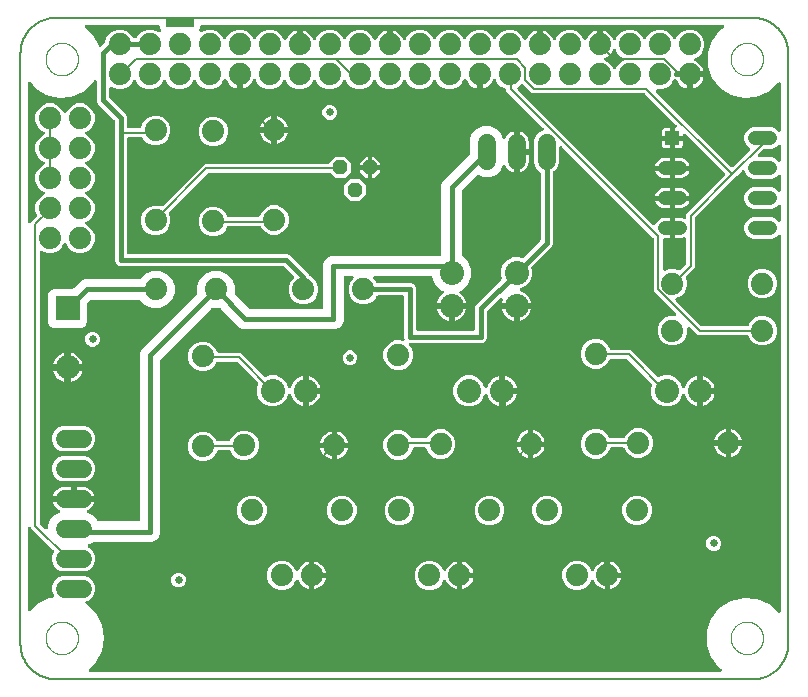
<source format=gtl>
G04 EAGLE Gerber RS-274X export*
G75*
%MOMM*%
%FSLAX34Y34*%
%LPD*%
%INTop Layer*%
%IPPOS*%
%AMOC8*
5,1,8,0,0,1.08239X$1,22.5*%
G01*
%ADD10C,0.000000*%
%ADD11C,0.203200*%
%ADD12C,2.032000*%
%ADD13C,1.879600*%
%ADD14P,1.319650X8X202.500000*%
%ADD15C,1.524000*%
%ADD16R,1.219200X1.219200*%
%ADD17C,1.219200*%
%ADD18R,2.032000X2.032000*%
%ADD19C,0.152400*%
%ADD20C,0.654800*%
%ADD21C,0.410000*%

G36*
X592507Y6106D02*
X592507Y6106D01*
X592591Y6106D01*
X592680Y6126D01*
X592771Y6137D01*
X592849Y6165D01*
X592931Y6183D01*
X593013Y6223D01*
X593099Y6254D01*
X593169Y6299D01*
X593244Y6336D01*
X593315Y6393D01*
X593392Y6443D01*
X593450Y6503D01*
X593514Y6556D01*
X593570Y6628D01*
X593634Y6694D01*
X593677Y6765D01*
X593728Y6831D01*
X593766Y6914D01*
X593813Y6993D01*
X593838Y7072D01*
X593873Y7148D01*
X593891Y7238D01*
X593919Y7325D01*
X593926Y7408D01*
X593942Y7489D01*
X593940Y7581D01*
X593947Y7672D01*
X593935Y7755D01*
X593932Y7838D01*
X593909Y7926D01*
X593895Y8017D01*
X593865Y8094D01*
X593843Y8175D01*
X593800Y8256D01*
X593767Y8341D01*
X593719Y8409D01*
X593680Y8483D01*
X593620Y8552D01*
X593568Y8627D01*
X593506Y8683D01*
X593451Y8745D01*
X593346Y8827D01*
X593309Y8860D01*
X593288Y8872D01*
X593258Y8895D01*
X591828Y9829D01*
X584911Y18717D01*
X581254Y29369D01*
X581254Y40631D01*
X584911Y51283D01*
X591829Y60171D01*
X601257Y66331D01*
X612175Y69096D01*
X623399Y68166D01*
X633712Y63642D01*
X641348Y56612D01*
X641404Y56572D01*
X641454Y56524D01*
X641545Y56469D01*
X641630Y56407D01*
X641694Y56380D01*
X641753Y56345D01*
X641854Y56312D01*
X641951Y56271D01*
X642019Y56260D01*
X642085Y56239D01*
X642190Y56230D01*
X642294Y56212D01*
X642363Y56216D01*
X642432Y56211D01*
X642537Y56226D01*
X642642Y56232D01*
X642709Y56252D01*
X642777Y56262D01*
X642875Y56301D01*
X642977Y56331D01*
X643037Y56365D01*
X643101Y56391D01*
X643188Y56451D01*
X643280Y56504D01*
X643330Y56551D01*
X643387Y56590D01*
X643458Y56668D01*
X643535Y56740D01*
X643574Y56797D01*
X643620Y56849D01*
X643672Y56941D01*
X643731Y57029D01*
X643755Y57093D01*
X643789Y57154D01*
X643818Y57256D01*
X643855Y57354D01*
X643865Y57423D01*
X643884Y57489D01*
X643897Y57659D01*
X643903Y57700D01*
X643902Y57713D01*
X643903Y57733D01*
X643903Y374997D01*
X643892Y375097D01*
X643890Y375197D01*
X643872Y375270D01*
X643863Y375343D01*
X643830Y375438D01*
X643805Y375535D01*
X643771Y375602D01*
X643746Y375672D01*
X643691Y375756D01*
X643645Y375845D01*
X643597Y375902D01*
X643557Y375964D01*
X643485Y376034D01*
X643420Y376111D01*
X643360Y376155D01*
X643306Y376207D01*
X643220Y376258D01*
X643139Y376318D01*
X643071Y376347D01*
X643007Y376385D01*
X642911Y376416D01*
X642819Y376456D01*
X642746Y376469D01*
X642675Y376492D01*
X642575Y376500D01*
X642476Y376517D01*
X642402Y376514D01*
X642328Y376520D01*
X642228Y376505D01*
X642128Y376500D01*
X642057Y376479D01*
X641983Y376468D01*
X641890Y376431D01*
X641793Y376403D01*
X641728Y376367D01*
X641659Y376339D01*
X641577Y376282D01*
X641489Y376233D01*
X641413Y376168D01*
X641373Y376140D01*
X641349Y376114D01*
X641303Y376074D01*
X639376Y374147D01*
X636015Y372755D01*
X620185Y372755D01*
X616824Y374148D01*
X614252Y376720D01*
X612859Y380081D01*
X612859Y383719D01*
X614252Y387080D01*
X616824Y389652D01*
X620185Y391045D01*
X636015Y391045D01*
X639376Y389653D01*
X641303Y387726D01*
X641381Y387663D01*
X641454Y387593D01*
X641518Y387555D01*
X641576Y387509D01*
X641667Y387466D01*
X641753Y387415D01*
X641824Y387392D01*
X641891Y387360D01*
X641989Y387339D01*
X642085Y387308D01*
X642159Y387302D01*
X642232Y387287D01*
X642332Y387288D01*
X642432Y387280D01*
X642506Y387291D01*
X642580Y387293D01*
X642677Y387317D01*
X642777Y387332D01*
X642846Y387360D01*
X642918Y387378D01*
X643007Y387424D01*
X643101Y387461D01*
X643162Y387503D01*
X643228Y387537D01*
X643304Y387602D01*
X643387Y387660D01*
X643437Y387715D01*
X643493Y387763D01*
X643553Y387844D01*
X643620Y387919D01*
X643656Y387984D01*
X643701Y388043D01*
X643740Y388136D01*
X643789Y388224D01*
X643809Y388295D01*
X643839Y388363D01*
X643856Y388462D01*
X643884Y388559D01*
X643892Y388659D01*
X643900Y388707D01*
X643898Y388742D01*
X643903Y388803D01*
X643903Y400397D01*
X643892Y400497D01*
X643890Y400597D01*
X643872Y400670D01*
X643863Y400743D01*
X643830Y400838D01*
X643805Y400935D01*
X643771Y401002D01*
X643746Y401072D01*
X643691Y401156D01*
X643645Y401245D01*
X643597Y401302D01*
X643557Y401364D01*
X643485Y401434D01*
X643420Y401511D01*
X643360Y401555D01*
X643306Y401607D01*
X643220Y401658D01*
X643139Y401718D01*
X643071Y401747D01*
X643007Y401785D01*
X642911Y401816D01*
X642819Y401856D01*
X642746Y401869D01*
X642675Y401892D01*
X642575Y401900D01*
X642476Y401917D01*
X642402Y401914D01*
X642328Y401920D01*
X642228Y401905D01*
X642128Y401900D01*
X642057Y401879D01*
X641983Y401868D01*
X641890Y401831D01*
X641793Y401803D01*
X641728Y401767D01*
X641659Y401739D01*
X641577Y401682D01*
X641489Y401633D01*
X641413Y401568D01*
X641373Y401540D01*
X641349Y401514D01*
X641303Y401474D01*
X639376Y399547D01*
X636015Y398155D01*
X620185Y398155D01*
X616824Y399548D01*
X614252Y402120D01*
X612859Y405481D01*
X612859Y409119D01*
X614252Y412480D01*
X616824Y415052D01*
X620185Y416445D01*
X636015Y416445D01*
X639376Y415053D01*
X641303Y413126D01*
X641381Y413063D01*
X641454Y412993D01*
X641518Y412955D01*
X641576Y412909D01*
X641667Y412866D01*
X641753Y412815D01*
X641824Y412792D01*
X641891Y412760D01*
X641989Y412739D01*
X642085Y412708D01*
X642159Y412702D01*
X642232Y412687D01*
X642332Y412688D01*
X642432Y412680D01*
X642506Y412691D01*
X642580Y412693D01*
X642677Y412717D01*
X642777Y412732D01*
X642846Y412760D01*
X642918Y412778D01*
X643007Y412824D01*
X643101Y412861D01*
X643162Y412903D01*
X643228Y412937D01*
X643304Y413002D01*
X643387Y413060D01*
X643437Y413115D01*
X643493Y413163D01*
X643553Y413244D01*
X643620Y413319D01*
X643656Y413384D01*
X643701Y413443D01*
X643740Y413536D01*
X643789Y413624D01*
X643809Y413695D01*
X643839Y413763D01*
X643856Y413862D01*
X643884Y413959D01*
X643892Y414059D01*
X643900Y414107D01*
X643898Y414142D01*
X643903Y414203D01*
X643903Y425797D01*
X643892Y425897D01*
X643890Y425997D01*
X643872Y426070D01*
X643863Y426143D01*
X643830Y426238D01*
X643805Y426335D01*
X643771Y426402D01*
X643746Y426472D01*
X643691Y426556D01*
X643645Y426645D01*
X643597Y426702D01*
X643557Y426764D01*
X643485Y426834D01*
X643420Y426911D01*
X643360Y426955D01*
X643306Y427007D01*
X643220Y427058D01*
X643139Y427118D01*
X643071Y427147D01*
X643007Y427185D01*
X642911Y427216D01*
X642819Y427256D01*
X642746Y427269D01*
X642675Y427292D01*
X642575Y427300D01*
X642476Y427317D01*
X642402Y427314D01*
X642328Y427320D01*
X642228Y427305D01*
X642128Y427300D01*
X642057Y427279D01*
X641983Y427268D01*
X641890Y427231D01*
X641793Y427203D01*
X641728Y427167D01*
X641659Y427139D01*
X641577Y427082D01*
X641489Y427033D01*
X641413Y426968D01*
X641373Y426940D01*
X641349Y426914D01*
X641303Y426874D01*
X639376Y424947D01*
X636015Y423555D01*
X620185Y423555D01*
X616824Y424948D01*
X614251Y427520D01*
X613266Y429898D01*
X613193Y430030D01*
X613124Y430164D01*
X613109Y430182D01*
X613097Y430203D01*
X612996Y430314D01*
X612899Y430429D01*
X612879Y430443D01*
X612863Y430461D01*
X612739Y430547D01*
X612618Y430636D01*
X612596Y430646D01*
X612576Y430659D01*
X612436Y430715D01*
X612298Y430774D01*
X612274Y430778D01*
X612252Y430787D01*
X612103Y430809D01*
X611955Y430836D01*
X611931Y430835D01*
X611907Y430838D01*
X611757Y430826D01*
X611607Y430818D01*
X611584Y430811D01*
X611560Y430809D01*
X611416Y430763D01*
X611272Y430721D01*
X611251Y430710D01*
X611228Y430702D01*
X611099Y430624D01*
X610968Y430551D01*
X610946Y430532D01*
X610930Y430522D01*
X610896Y430489D01*
X610782Y430393D01*
X606757Y426368D01*
X603633Y423243D01*
X603632Y423243D01*
X571757Y391368D01*
X571678Y391269D01*
X571594Y391175D01*
X571570Y391132D01*
X571540Y391095D01*
X571486Y390980D01*
X571425Y390870D01*
X571412Y390823D01*
X571391Y390780D01*
X571365Y390656D01*
X571330Y390534D01*
X571325Y390474D01*
X571318Y390439D01*
X571319Y390391D01*
X571311Y390291D01*
X571311Y348422D01*
X563900Y341011D01*
X563853Y340951D01*
X563798Y340898D01*
X563745Y340815D01*
X563684Y340738D01*
X563651Y340669D01*
X563610Y340605D01*
X563577Y340512D01*
X563535Y340423D01*
X563519Y340348D01*
X563493Y340276D01*
X563482Y340178D01*
X563461Y340082D01*
X563463Y340006D01*
X563454Y339930D01*
X563466Y339832D01*
X563467Y339734D01*
X563486Y339660D01*
X563495Y339584D01*
X563541Y339442D01*
X563552Y339396D01*
X563561Y339379D01*
X563570Y339351D01*
X564347Y337476D01*
X564347Y332524D01*
X562452Y327949D01*
X558951Y324448D01*
X555393Y322975D01*
X555262Y322902D01*
X555128Y322833D01*
X555110Y322817D01*
X555088Y322805D01*
X554977Y322704D01*
X554863Y322607D01*
X554848Y322587D01*
X554830Y322571D01*
X554745Y322448D01*
X554655Y322327D01*
X554646Y322304D01*
X554632Y322285D01*
X554577Y322145D01*
X554517Y322007D01*
X554513Y321983D01*
X554504Y321960D01*
X554482Y321812D01*
X554456Y321664D01*
X554457Y321639D01*
X554454Y321616D01*
X554466Y321465D01*
X554474Y321316D01*
X554480Y321292D01*
X554482Y321268D01*
X554529Y321125D01*
X554570Y320981D01*
X554582Y320960D01*
X554590Y320937D01*
X554667Y320807D01*
X554740Y320677D01*
X554759Y320654D01*
X554769Y320638D01*
X554802Y320604D01*
X554899Y320490D01*
X576132Y299257D01*
X576231Y299178D01*
X576325Y299094D01*
X576368Y299070D01*
X576405Y299040D01*
X576520Y298986D01*
X576630Y298925D01*
X576677Y298912D01*
X576720Y298891D01*
X576844Y298865D01*
X576966Y298830D01*
X577026Y298825D01*
X577061Y298818D01*
X577109Y298819D01*
X577209Y298811D01*
X615188Y298811D01*
X615264Y298819D01*
X615341Y298818D01*
X615437Y298839D01*
X615535Y298851D01*
X615607Y298876D01*
X615681Y298893D01*
X615770Y298935D01*
X615863Y298968D01*
X615927Y299010D01*
X615996Y299042D01*
X616073Y299104D01*
X616156Y299157D01*
X616209Y299212D01*
X616268Y299260D01*
X616329Y299337D01*
X616398Y299408D01*
X616437Y299473D01*
X616484Y299533D01*
X616552Y299667D01*
X616577Y299707D01*
X616582Y299725D01*
X616596Y299751D01*
X617548Y302051D01*
X621049Y305552D01*
X625624Y307447D01*
X630576Y307447D01*
X635151Y305552D01*
X638652Y302051D01*
X640547Y297476D01*
X640547Y292524D01*
X638652Y287949D01*
X635151Y284448D01*
X630576Y282553D01*
X625624Y282553D01*
X621049Y284448D01*
X617548Y287949D01*
X616596Y290249D01*
X616559Y290316D01*
X616530Y290387D01*
X616474Y290468D01*
X616426Y290554D01*
X616375Y290610D01*
X616331Y290673D01*
X616258Y290739D01*
X616192Y290812D01*
X616129Y290855D01*
X616073Y290906D01*
X615987Y290954D01*
X615906Y291010D01*
X615834Y291038D01*
X615768Y291075D01*
X615673Y291102D01*
X615581Y291138D01*
X615506Y291149D01*
X615432Y291170D01*
X615283Y291182D01*
X615237Y291189D01*
X615217Y291187D01*
X615188Y291189D01*
X573422Y291189D01*
X570743Y293868D01*
X566947Y297664D01*
X566869Y297726D01*
X566796Y297796D01*
X566732Y297834D01*
X566674Y297880D01*
X566583Y297923D01*
X566497Y297975D01*
X566426Y297997D01*
X566359Y298029D01*
X566261Y298050D01*
X566165Y298081D01*
X566091Y298087D01*
X566018Y298103D01*
X565918Y298101D01*
X565818Y298109D01*
X565744Y298098D01*
X565670Y298097D01*
X565573Y298072D01*
X565473Y298057D01*
X565404Y298030D01*
X565332Y298012D01*
X565242Y297966D01*
X565149Y297929D01*
X565088Y297886D01*
X565022Y297852D01*
X564946Y297787D01*
X564863Y297730D01*
X564813Y297674D01*
X564757Y297626D01*
X564697Y297545D01*
X564630Y297471D01*
X564594Y297406D01*
X564549Y297346D01*
X564510Y297254D01*
X564461Y297166D01*
X564441Y297094D01*
X564411Y297026D01*
X564394Y296927D01*
X564366Y296830D01*
X564358Y296730D01*
X564350Y296683D01*
X564352Y296647D01*
X564347Y296587D01*
X564347Y292524D01*
X562452Y287949D01*
X558951Y284448D01*
X554376Y282553D01*
X549424Y282553D01*
X544849Y284448D01*
X541348Y287949D01*
X539453Y292524D01*
X539453Y297476D01*
X541348Y302051D01*
X544849Y305552D01*
X549424Y307447D01*
X553487Y307447D01*
X553586Y307458D01*
X553687Y307460D01*
X553759Y307478D01*
X553833Y307487D01*
X553927Y307520D01*
X554025Y307545D01*
X554091Y307579D01*
X554161Y307604D01*
X554245Y307659D01*
X554335Y307705D01*
X554391Y307753D01*
X554454Y307793D01*
X554524Y307865D01*
X554600Y307930D01*
X554644Y307990D01*
X554696Y308044D01*
X554747Y308130D01*
X554807Y308211D01*
X554837Y308279D01*
X554875Y308343D01*
X554905Y308439D01*
X554945Y308531D01*
X554958Y308604D01*
X554981Y308675D01*
X554989Y308775D01*
X555007Y308874D01*
X555003Y308948D01*
X555009Y309022D01*
X554994Y309122D01*
X554989Y309222D01*
X554968Y309293D01*
X554957Y309367D01*
X554920Y309460D01*
X554892Y309557D01*
X554856Y309622D01*
X554829Y309691D01*
X554771Y309773D01*
X554722Y309861D01*
X554657Y309937D01*
X554630Y309977D01*
X554603Y310001D01*
X554564Y310047D01*
X536189Y328422D01*
X536189Y372791D01*
X536175Y372916D01*
X536168Y373042D01*
X536155Y373089D01*
X536149Y373137D01*
X536107Y373256D01*
X536072Y373377D01*
X536048Y373419D01*
X536032Y373465D01*
X535963Y373571D01*
X535902Y373681D01*
X535862Y373728D01*
X535843Y373758D01*
X535808Y373791D01*
X535743Y373868D01*
X458669Y450942D01*
X458591Y451004D01*
X458518Y451074D01*
X458454Y451112D01*
X458396Y451158D01*
X458305Y451201D01*
X458219Y451253D01*
X458148Y451275D01*
X458081Y451307D01*
X457983Y451328D01*
X457887Y451359D01*
X457813Y451365D01*
X457740Y451381D01*
X457640Y451379D01*
X457540Y451387D01*
X457466Y451376D01*
X457392Y451375D01*
X457295Y451350D01*
X457195Y451335D01*
X457126Y451308D01*
X457054Y451290D01*
X456964Y451244D01*
X456871Y451207D01*
X456810Y451164D01*
X456744Y451130D01*
X456667Y451065D01*
X456585Y451008D01*
X456535Y450952D01*
X456479Y450904D01*
X456419Y450823D01*
X456352Y450749D01*
X456316Y450684D01*
X456271Y450624D01*
X456232Y450532D01*
X456183Y450444D01*
X456163Y450372D01*
X456133Y450304D01*
X456116Y450205D01*
X456088Y450108D01*
X456080Y450008D01*
X456072Y449961D01*
X456074Y449925D01*
X456069Y449865D01*
X456069Y436858D01*
X454444Y432937D01*
X451443Y429936D01*
X451439Y429934D01*
X451372Y429897D01*
X451301Y429868D01*
X451221Y429812D01*
X451134Y429764D01*
X451078Y429713D01*
X451015Y429669D01*
X450949Y429596D01*
X450876Y429530D01*
X450833Y429467D01*
X450782Y429411D01*
X450734Y429324D01*
X450678Y429244D01*
X450650Y429173D01*
X450613Y429106D01*
X450586Y429011D01*
X450550Y428919D01*
X450539Y428844D01*
X450518Y428770D01*
X450506Y428621D01*
X450499Y428575D01*
X450501Y428555D01*
X450499Y428526D01*
X450499Y368356D01*
X449722Y366482D01*
X432941Y349700D01*
X432894Y349641D01*
X432839Y349587D01*
X432786Y349504D01*
X432725Y349427D01*
X432692Y349358D01*
X432651Y349294D01*
X432618Y349201D01*
X432576Y349112D01*
X432560Y349038D01*
X432534Y348966D01*
X432523Y348868D01*
X432502Y348772D01*
X432504Y348695D01*
X432495Y348619D01*
X432507Y348521D01*
X432508Y348423D01*
X432527Y348349D01*
X432536Y348273D01*
X432582Y348131D01*
X432593Y348085D01*
X432602Y348068D01*
X432611Y348040D01*
X433209Y346597D01*
X433209Y341343D01*
X431198Y336488D01*
X427482Y332772D01*
X423424Y331091D01*
X423284Y331013D01*
X423143Y330939D01*
X423132Y330929D01*
X423120Y330922D01*
X423001Y330815D01*
X422881Y330709D01*
X422872Y330698D01*
X422861Y330688D01*
X422770Y330556D01*
X422677Y330426D01*
X422671Y330413D01*
X422663Y330401D01*
X422605Y330253D01*
X422543Y330105D01*
X422541Y330090D01*
X422535Y330077D01*
X422512Y329919D01*
X422486Y329761D01*
X422487Y329747D01*
X422485Y329732D01*
X422498Y329572D01*
X422508Y329413D01*
X422512Y329399D01*
X422513Y329385D01*
X422563Y329232D01*
X422609Y329080D01*
X422616Y329067D01*
X422621Y329053D01*
X422703Y328916D01*
X422783Y328778D01*
X422793Y328767D01*
X422800Y328755D01*
X422912Y328640D01*
X423021Y328523D01*
X423033Y328515D01*
X423043Y328505D01*
X423178Y328418D01*
X423311Y328329D01*
X423326Y328323D01*
X423336Y328316D01*
X423373Y328303D01*
X423536Y328235D01*
X424876Y327800D01*
X426657Y326893D01*
X428274Y325718D01*
X429688Y324304D01*
X430863Y322687D01*
X431770Y320905D01*
X432388Y319004D01*
X432457Y318569D01*
X421016Y318569D01*
X420990Y318566D01*
X420964Y318568D01*
X420817Y318546D01*
X420670Y318529D01*
X420645Y318521D01*
X420619Y318517D01*
X420482Y318462D01*
X420342Y318412D01*
X420320Y318398D01*
X420295Y318388D01*
X420174Y318303D01*
X420049Y318223D01*
X420031Y318204D01*
X420009Y318189D01*
X419995Y318173D01*
X419910Y318255D01*
X419887Y318269D01*
X419868Y318286D01*
X419738Y318358D01*
X419611Y318434D01*
X419586Y318442D01*
X419563Y318455D01*
X419420Y318495D01*
X419279Y318540D01*
X419253Y318542D01*
X419228Y318550D01*
X418984Y318569D01*
X407543Y318569D01*
X407612Y319004D01*
X408235Y320920D01*
X408267Y321082D01*
X408302Y321243D01*
X408302Y321252D01*
X408304Y321262D01*
X408299Y321427D01*
X408296Y321591D01*
X408294Y321601D01*
X408293Y321610D01*
X408251Y321769D01*
X408211Y321929D01*
X408206Y321938D01*
X408204Y321947D01*
X408127Y322092D01*
X408051Y322239D01*
X408045Y322246D01*
X408041Y322255D01*
X407932Y322379D01*
X407825Y322504D01*
X407818Y322510D01*
X407811Y322517D01*
X407678Y322613D01*
X407545Y322712D01*
X407536Y322715D01*
X407528Y322721D01*
X407376Y322784D01*
X407225Y322850D01*
X407216Y322851D01*
X407207Y322855D01*
X407044Y322882D01*
X406882Y322911D01*
X406872Y322911D01*
X406863Y322912D01*
X406698Y322902D01*
X406534Y322893D01*
X406525Y322891D01*
X406515Y322890D01*
X406357Y322842D01*
X406199Y322797D01*
X406191Y322792D01*
X406182Y322789D01*
X406038Y322707D01*
X405895Y322627D01*
X405886Y322619D01*
X405880Y322615D01*
X405857Y322594D01*
X405709Y322468D01*
X395545Y312304D01*
X395466Y312205D01*
X395382Y312111D01*
X395358Y312069D01*
X395328Y312031D01*
X395274Y311917D01*
X395213Y311806D01*
X395200Y311760D01*
X395179Y311716D01*
X395153Y311593D01*
X395118Y311471D01*
X395113Y311410D01*
X395106Y311375D01*
X395107Y311327D01*
X395099Y311227D01*
X395099Y288986D01*
X394322Y287112D01*
X392888Y285678D01*
X391014Y284901D01*
X330578Y284901D01*
X330479Y284890D01*
X330378Y284888D01*
X330306Y284870D01*
X330232Y284861D01*
X330138Y284827D01*
X330040Y284803D01*
X329974Y284769D01*
X329904Y284744D01*
X329820Y284689D01*
X329731Y284643D01*
X329674Y284595D01*
X329611Y284555D01*
X329542Y284483D01*
X329465Y284418D01*
X329421Y284358D01*
X329369Y284304D01*
X329318Y284218D01*
X329258Y284137D01*
X329229Y284069D01*
X329190Y284005D01*
X329160Y283909D01*
X329120Y283817D01*
X329107Y283744D01*
X329084Y283673D01*
X329076Y283573D01*
X329058Y283474D01*
X329062Y283400D01*
X329056Y283326D01*
X329071Y283226D01*
X329076Y283126D01*
X329097Y283055D01*
X329108Y282981D01*
X329145Y282888D01*
X329173Y282791D01*
X329209Y282726D01*
X329237Y282657D01*
X329294Y282575D01*
X329343Y282487D01*
X329408Y282411D01*
X329435Y282371D01*
X329462Y282347D01*
X329501Y282301D01*
X330352Y281450D01*
X332247Y276876D01*
X332247Y271924D01*
X330352Y267349D01*
X326851Y263848D01*
X322276Y261953D01*
X317324Y261953D01*
X312749Y263848D01*
X309248Y267349D01*
X307353Y271924D01*
X307353Y276876D01*
X309248Y281451D01*
X312749Y284952D01*
X317324Y286847D01*
X322276Y286847D01*
X323117Y286498D01*
X323214Y286471D01*
X323307Y286434D01*
X323381Y286423D01*
X323452Y286403D01*
X323552Y286398D01*
X323652Y286383D01*
X323726Y286389D01*
X323800Y286386D01*
X323899Y286404D01*
X323999Y286412D01*
X324070Y286435D01*
X324143Y286448D01*
X324235Y286488D01*
X324331Y286519D01*
X324395Y286557D01*
X324463Y286587D01*
X324543Y286647D01*
X324629Y286699D01*
X324683Y286751D01*
X324742Y286795D01*
X324807Y286872D01*
X324879Y286942D01*
X324919Y287004D01*
X324968Y287061D01*
X325013Y287150D01*
X325068Y287235D01*
X325093Y287305D01*
X325126Y287371D01*
X325151Y287468D01*
X325184Y287563D01*
X325193Y287637D01*
X325211Y287709D01*
X325212Y287810D01*
X325223Y287910D01*
X325214Y287983D01*
X325216Y288058D01*
X325194Y288156D01*
X325182Y288256D01*
X325152Y288351D01*
X325141Y288398D01*
X325126Y288431D01*
X325107Y288489D01*
X324901Y288986D01*
X324901Y323378D01*
X324898Y323404D01*
X324900Y323430D01*
X324878Y323577D01*
X324861Y323724D01*
X324853Y323749D01*
X324849Y323775D01*
X324794Y323913D01*
X324744Y324052D01*
X324730Y324074D01*
X324720Y324099D01*
X324635Y324220D01*
X324555Y324345D01*
X324536Y324363D01*
X324521Y324385D01*
X324411Y324484D01*
X324304Y324587D01*
X324282Y324601D01*
X324262Y324618D01*
X324132Y324690D01*
X324005Y324766D01*
X323980Y324774D01*
X323957Y324787D01*
X323814Y324827D01*
X323673Y324872D01*
X323647Y324874D01*
X323622Y324882D01*
X323378Y324901D01*
X302778Y324901D01*
X302702Y324893D01*
X302626Y324894D01*
X302529Y324873D01*
X302432Y324861D01*
X302360Y324836D01*
X302285Y324819D01*
X302196Y324777D01*
X302104Y324744D01*
X302040Y324702D01*
X301971Y324670D01*
X301894Y324608D01*
X301811Y324555D01*
X301758Y324500D01*
X301698Y324452D01*
X301637Y324375D01*
X301569Y324304D01*
X301530Y324239D01*
X301482Y324179D01*
X301414Y324045D01*
X301390Y324005D01*
X301384Y323987D01*
X301371Y323961D01*
X300952Y322949D01*
X297451Y319448D01*
X292876Y317553D01*
X287924Y317553D01*
X283349Y319448D01*
X279848Y322949D01*
X277953Y327524D01*
X277953Y332476D01*
X279848Y337051D01*
X281647Y338849D01*
X281709Y338927D01*
X281779Y339000D01*
X281817Y339064D01*
X281863Y339122D01*
X281906Y339213D01*
X281958Y339299D01*
X281980Y339370D01*
X282012Y339437D01*
X282033Y339535D01*
X282064Y339631D01*
X282070Y339705D01*
X282086Y339778D01*
X282084Y339878D01*
X282092Y339978D01*
X282081Y340052D01*
X282080Y340126D01*
X282055Y340223D01*
X282040Y340323D01*
X282013Y340392D01*
X281995Y340464D01*
X281949Y340553D01*
X281911Y340647D01*
X281869Y340708D01*
X281835Y340774D01*
X281770Y340850D01*
X281713Y340933D01*
X281657Y340983D01*
X281609Y341039D01*
X281528Y341099D01*
X281454Y341166D01*
X281389Y341202D01*
X281329Y341247D01*
X281237Y341286D01*
X281149Y341335D01*
X281077Y341355D01*
X281009Y341385D01*
X280910Y341402D01*
X280813Y341430D01*
X280713Y341438D01*
X280666Y341446D01*
X280630Y341444D01*
X280570Y341449D01*
X275074Y341449D01*
X275048Y341446D01*
X275022Y341448D01*
X274875Y341426D01*
X274728Y341409D01*
X274703Y341401D01*
X274677Y341397D01*
X274539Y341342D01*
X274400Y341292D01*
X274378Y341278D01*
X274353Y341268D01*
X274232Y341183D01*
X274107Y341103D01*
X274089Y341084D01*
X274067Y341069D01*
X273968Y340959D01*
X273865Y340852D01*
X273851Y340830D01*
X273834Y340810D01*
X273762Y340680D01*
X273686Y340553D01*
X273678Y340528D01*
X273665Y340505D01*
X273625Y340362D01*
X273580Y340221D01*
X273578Y340195D01*
X273570Y340170D01*
X273551Y339926D01*
X273551Y303299D01*
X272249Y300156D01*
X269844Y297751D01*
X266701Y296449D01*
X188699Y296449D01*
X185556Y297751D01*
X169652Y313655D01*
X169553Y313734D01*
X169459Y313818D01*
X169417Y313842D01*
X169379Y313872D01*
X169265Y313926D01*
X169154Y313987D01*
X169108Y314000D01*
X169064Y314021D01*
X168941Y314047D01*
X168819Y314082D01*
X168758Y314087D01*
X168723Y314094D01*
X168675Y314093D01*
X168575Y314101D01*
X162225Y314101D01*
X162099Y314087D01*
X161973Y314080D01*
X161927Y314067D01*
X161879Y314061D01*
X161760Y314019D01*
X161638Y313984D01*
X161596Y313960D01*
X161550Y313944D01*
X161444Y313875D01*
X161334Y313814D01*
X161288Y313774D01*
X161258Y313755D01*
X161224Y313720D01*
X161148Y313655D01*
X118997Y271504D01*
X118918Y271405D01*
X118834Y271311D01*
X118810Y271269D01*
X118780Y271231D01*
X118726Y271117D01*
X118665Y271006D01*
X118652Y270960D01*
X118631Y270916D01*
X118605Y270793D01*
X118570Y270671D01*
X118565Y270610D01*
X118558Y270575D01*
X118559Y270527D01*
X118551Y270427D01*
X118551Y123299D01*
X117249Y120156D01*
X114844Y117751D01*
X111701Y116449D01*
X62370Y116449D01*
X62244Y116435D01*
X62118Y116428D01*
X62072Y116415D01*
X62024Y116409D01*
X61905Y116367D01*
X61783Y116332D01*
X61741Y116308D01*
X61696Y116292D01*
X61589Y116223D01*
X61479Y116162D01*
X61433Y116122D01*
X61403Y116103D01*
X61369Y116068D01*
X61293Y116003D01*
X60619Y115329D01*
X57746Y114139D01*
X57658Y114090D01*
X57566Y114050D01*
X57506Y114006D01*
X57441Y113970D01*
X57367Y113902D01*
X57286Y113842D01*
X57238Y113786D01*
X57183Y113736D01*
X57126Y113653D01*
X57061Y113576D01*
X57027Y113510D01*
X56985Y113449D01*
X56948Y113355D01*
X56902Y113266D01*
X56885Y113194D01*
X56857Y113125D01*
X56843Y113025D01*
X56818Y112928D01*
X56817Y112854D01*
X56806Y112780D01*
X56815Y112680D01*
X56813Y112579D01*
X56829Y112507D01*
X56835Y112433D01*
X56866Y112337D01*
X56888Y112239D01*
X56920Y112172D01*
X56942Y112101D01*
X56994Y112015D01*
X57037Y111924D01*
X57084Y111866D01*
X57122Y111802D01*
X57192Y111730D01*
X57255Y111652D01*
X57313Y111606D01*
X57365Y111552D01*
X57442Y111503D01*
X57463Y111484D01*
X57478Y111476D01*
X57528Y111436D01*
X57618Y111390D01*
X57658Y111364D01*
X57692Y111352D01*
X57746Y111325D01*
X58663Y110945D01*
X61664Y107943D01*
X63289Y104022D01*
X63289Y99778D01*
X61664Y95857D01*
X58663Y92856D01*
X54742Y91231D01*
X35258Y91231D01*
X31337Y92856D01*
X28336Y95857D01*
X26711Y99778D01*
X26711Y104022D01*
X28190Y107591D01*
X28211Y107665D01*
X28241Y107735D01*
X28256Y107821D01*
X28269Y107859D01*
X28270Y107871D01*
X28285Y107926D01*
X28289Y108003D01*
X28303Y108078D01*
X28298Y108176D01*
X28302Y108275D01*
X28289Y108350D01*
X28285Y108426D01*
X28257Y108521D01*
X28240Y108617D01*
X28209Y108687D01*
X28188Y108761D01*
X28140Y108847D01*
X28101Y108937D01*
X28055Y108998D01*
X28018Y109065D01*
X27921Y109179D01*
X27893Y109217D01*
X27878Y109229D01*
X27859Y109251D01*
X11368Y125743D01*
X8697Y128414D01*
X8619Y128476D01*
X8546Y128546D01*
X8482Y128584D01*
X8424Y128630D01*
X8333Y128673D01*
X8247Y128725D01*
X8176Y128747D01*
X8109Y128779D01*
X8011Y128800D01*
X7915Y128831D01*
X7841Y128837D01*
X7768Y128853D01*
X7668Y128851D01*
X7568Y128859D01*
X7494Y128848D01*
X7420Y128847D01*
X7323Y128822D01*
X7223Y128807D01*
X7154Y128780D01*
X7082Y128762D01*
X6993Y128716D01*
X6899Y128679D01*
X6838Y128636D01*
X6772Y128602D01*
X6696Y128537D01*
X6613Y128480D01*
X6563Y128424D01*
X6507Y128376D01*
X6447Y128295D01*
X6380Y128221D01*
X6344Y128156D01*
X6299Y128096D01*
X6260Y128004D01*
X6211Y127916D01*
X6191Y127844D01*
X6161Y127776D01*
X6144Y127677D01*
X6116Y127580D01*
X6108Y127480D01*
X6100Y127433D01*
X6102Y127397D01*
X6097Y127337D01*
X6097Y59151D01*
X6108Y59051D01*
X6110Y58951D01*
X6128Y58878D01*
X6137Y58805D01*
X6170Y58710D01*
X6195Y58613D01*
X6229Y58546D01*
X6254Y58476D01*
X6309Y58392D01*
X6355Y58303D01*
X6403Y58246D01*
X6443Y58184D01*
X6515Y58114D01*
X6580Y58037D01*
X6640Y57993D01*
X6694Y57941D01*
X6780Y57890D01*
X6861Y57830D01*
X6929Y57801D01*
X6993Y57763D01*
X7089Y57732D01*
X7181Y57692D01*
X7254Y57679D01*
X7325Y57656D01*
X7425Y57648D01*
X7524Y57631D01*
X7598Y57634D01*
X7672Y57628D01*
X7772Y57643D01*
X7872Y57648D01*
X7943Y57669D01*
X8017Y57680D01*
X8110Y57717D01*
X8207Y57745D01*
X8272Y57781D01*
X8341Y57809D01*
X8423Y57866D01*
X8511Y57915D01*
X8587Y57980D01*
X8627Y58008D01*
X8651Y58034D01*
X8697Y58074D01*
X14222Y63599D01*
X24076Y68620D01*
X26879Y69063D01*
X26909Y69072D01*
X26940Y69074D01*
X27076Y69119D01*
X27215Y69157D01*
X27242Y69172D01*
X27271Y69181D01*
X27394Y69255D01*
X27520Y69324D01*
X27544Y69345D01*
X27570Y69361D01*
X27673Y69461D01*
X27780Y69557D01*
X27798Y69582D01*
X27820Y69604D01*
X27898Y69725D01*
X27980Y69842D01*
X27992Y69871D01*
X28008Y69897D01*
X28056Y70032D01*
X28110Y70166D01*
X28115Y70196D01*
X28125Y70226D01*
X28141Y70368D01*
X28163Y70510D01*
X28160Y70541D01*
X28164Y70572D01*
X28147Y70715D01*
X28136Y70858D01*
X28127Y70887D01*
X28123Y70918D01*
X28048Y71151D01*
X26711Y74378D01*
X26711Y78622D01*
X28336Y82543D01*
X31337Y85544D01*
X35258Y87169D01*
X54742Y87169D01*
X58663Y85544D01*
X61664Y82543D01*
X63289Y78622D01*
X63289Y74378D01*
X61664Y70457D01*
X58663Y67456D01*
X55949Y66331D01*
X55913Y66311D01*
X55875Y66298D01*
X55762Y66227D01*
X55645Y66162D01*
X55614Y66134D01*
X55580Y66113D01*
X55486Y66018D01*
X55386Y65928D01*
X55363Y65894D01*
X55334Y65865D01*
X55264Y65751D01*
X55188Y65641D01*
X55173Y65603D01*
X55152Y65568D01*
X55109Y65441D01*
X55060Y65317D01*
X55054Y65277D01*
X55041Y65238D01*
X55029Y65104D01*
X55010Y64972D01*
X55013Y64931D01*
X55009Y64891D01*
X55027Y64758D01*
X55038Y64625D01*
X55051Y64586D01*
X55057Y64546D01*
X55104Y64421D01*
X55146Y64293D01*
X55167Y64258D01*
X55181Y64220D01*
X55256Y64109D01*
X55325Y63994D01*
X55354Y63965D01*
X55376Y63931D01*
X55475Y63841D01*
X55568Y63745D01*
X55602Y63722D01*
X55632Y63695D01*
X55761Y63616D01*
X63599Y55778D01*
X68620Y45924D01*
X70350Y35000D01*
X68620Y24076D01*
X63599Y14222D01*
X58074Y8697D01*
X58011Y8619D01*
X57941Y8546D01*
X57903Y8482D01*
X57857Y8424D01*
X57814Y8333D01*
X57763Y8247D01*
X57740Y8176D01*
X57708Y8109D01*
X57687Y8011D01*
X57656Y7915D01*
X57650Y7841D01*
X57635Y7768D01*
X57636Y7668D01*
X57628Y7568D01*
X57639Y7494D01*
X57641Y7420D01*
X57665Y7323D01*
X57680Y7223D01*
X57708Y7154D01*
X57726Y7082D01*
X57772Y6992D01*
X57809Y6899D01*
X57851Y6838D01*
X57885Y6772D01*
X57951Y6695D01*
X58008Y6613D01*
X58063Y6563D01*
X58111Y6507D01*
X58192Y6447D01*
X58267Y6380D01*
X58332Y6344D01*
X58391Y6299D01*
X58484Y6260D01*
X58572Y6211D01*
X58643Y6191D01*
X58711Y6161D01*
X58810Y6144D01*
X58907Y6116D01*
X59007Y6108D01*
X59055Y6100D01*
X59090Y6102D01*
X59151Y6097D01*
X592425Y6097D01*
X592507Y6106D01*
G37*
G36*
X21862Y126796D02*
X21862Y126796D01*
X21936Y126797D01*
X22033Y126822D01*
X22133Y126837D01*
X22202Y126864D01*
X22274Y126882D01*
X22364Y126928D01*
X22457Y126965D01*
X22518Y127008D01*
X22584Y127042D01*
X22661Y127107D01*
X22743Y127164D01*
X22793Y127220D01*
X22849Y127268D01*
X22909Y127349D01*
X22976Y127423D01*
X23012Y127488D01*
X23057Y127548D01*
X23096Y127640D01*
X23145Y127728D01*
X23165Y127800D01*
X23195Y127868D01*
X23212Y127967D01*
X23240Y128064D01*
X23248Y128164D01*
X23256Y128211D01*
X23254Y128247D01*
X23259Y128307D01*
X23259Y130109D01*
X25409Y135299D01*
X29381Y139271D01*
X32933Y140742D01*
X32969Y140762D01*
X33007Y140775D01*
X33121Y140846D01*
X33238Y140912D01*
X33268Y140939D01*
X33302Y140961D01*
X33397Y141056D01*
X33496Y141146D01*
X33519Y141179D01*
X33548Y141208D01*
X33618Y141322D01*
X33694Y141432D01*
X33709Y141470D01*
X33730Y141505D01*
X33773Y141632D01*
X33822Y141757D01*
X33828Y141797D01*
X33841Y141836D01*
X33853Y141969D01*
X33873Y142101D01*
X33869Y142142D01*
X33873Y142183D01*
X33855Y142315D01*
X33844Y142449D01*
X33831Y142488D01*
X33826Y142528D01*
X33778Y142653D01*
X33737Y142780D01*
X33716Y142815D01*
X33701Y142853D01*
X33626Y142964D01*
X33557Y143079D01*
X33529Y143108D01*
X33506Y143142D01*
X33408Y143233D01*
X33314Y143329D01*
X33280Y143351D01*
X33250Y143379D01*
X33042Y143507D01*
X32055Y144010D01*
X30761Y144950D01*
X29630Y146081D01*
X28690Y147375D01*
X27964Y148800D01*
X27521Y150161D01*
X43984Y150161D01*
X44010Y150164D01*
X44036Y150162D01*
X44183Y150184D01*
X44330Y150201D01*
X44355Y150209D01*
X44381Y150213D01*
X44518Y150268D01*
X44658Y150318D01*
X44680Y150332D01*
X44705Y150342D01*
X44826Y150427D01*
X44951Y150507D01*
X44969Y150526D01*
X44991Y150541D01*
X45005Y150557D01*
X45090Y150475D01*
X45113Y150461D01*
X45132Y150444D01*
X45262Y150372D01*
X45389Y150296D01*
X45414Y150288D01*
X45437Y150275D01*
X45580Y150235D01*
X45721Y150190D01*
X45747Y150187D01*
X45772Y150180D01*
X46016Y150161D01*
X62479Y150161D01*
X62036Y148800D01*
X61310Y147375D01*
X60370Y146081D01*
X59239Y144950D01*
X57945Y144010D01*
X56958Y143507D01*
X56924Y143484D01*
X56887Y143468D01*
X56779Y143388D01*
X56668Y143314D01*
X56640Y143284D01*
X56607Y143260D01*
X56521Y143158D01*
X56429Y143060D01*
X56408Y143025D01*
X56382Y142994D01*
X56321Y142875D01*
X56254Y142759D01*
X56242Y142720D01*
X56223Y142684D01*
X56191Y142554D01*
X56152Y142426D01*
X56149Y142385D01*
X56139Y142346D01*
X56137Y142212D01*
X56128Y142078D01*
X56135Y142038D01*
X56134Y141997D01*
X56163Y141866D01*
X56184Y141734D01*
X56200Y141697D01*
X56208Y141657D01*
X56266Y141536D01*
X56317Y141412D01*
X56341Y141379D01*
X56358Y141342D01*
X56442Y141237D01*
X56520Y141128D01*
X56550Y141101D01*
X56576Y141070D01*
X56681Y140987D01*
X56781Y140898D01*
X56817Y140879D01*
X56849Y140854D01*
X57067Y140742D01*
X60619Y139271D01*
X64591Y135299D01*
X64926Y134491D01*
X64963Y134424D01*
X64991Y134353D01*
X65047Y134272D01*
X65095Y134186D01*
X65146Y134130D01*
X65190Y134067D01*
X65263Y134001D01*
X65329Y133928D01*
X65392Y133885D01*
X65449Y133834D01*
X65535Y133786D01*
X65616Y133730D01*
X65687Y133702D01*
X65754Y133665D01*
X65848Y133638D01*
X65940Y133602D01*
X66015Y133591D01*
X66089Y133570D01*
X66238Y133558D01*
X66285Y133551D01*
X66304Y133553D01*
X66333Y133551D01*
X99926Y133551D01*
X99952Y133554D01*
X99978Y133552D01*
X100125Y133574D01*
X100272Y133591D01*
X100297Y133599D01*
X100323Y133603D01*
X100461Y133658D01*
X100600Y133708D01*
X100622Y133722D01*
X100647Y133732D01*
X100768Y133817D01*
X100893Y133897D01*
X100911Y133916D01*
X100933Y133931D01*
X101032Y134041D01*
X101135Y134148D01*
X101149Y134170D01*
X101166Y134190D01*
X101238Y134320D01*
X101314Y134447D01*
X101322Y134472D01*
X101335Y134495D01*
X101375Y134638D01*
X101420Y134779D01*
X101422Y134805D01*
X101430Y134830D01*
X101449Y135074D01*
X101449Y276301D01*
X102751Y279444D01*
X105371Y282063D01*
X149055Y325748D01*
X149134Y325847D01*
X149218Y325941D01*
X149242Y325983D01*
X149272Y326021D01*
X149326Y326135D01*
X149387Y326246D01*
X149400Y326292D01*
X149421Y326336D01*
X149447Y326459D01*
X149482Y326581D01*
X149487Y326642D01*
X149494Y326676D01*
X149493Y326724D01*
X149501Y326825D01*
X149501Y333162D01*
X151922Y339006D01*
X156394Y343478D01*
X162238Y345899D01*
X168562Y345899D01*
X174406Y343478D01*
X178878Y339006D01*
X181299Y333162D01*
X181299Y326825D01*
X181313Y326699D01*
X181320Y326573D01*
X181333Y326527D01*
X181339Y326479D01*
X181381Y326360D01*
X181416Y326238D01*
X181440Y326196D01*
X181456Y326150D01*
X181525Y326044D01*
X181586Y325934D01*
X181626Y325888D01*
X181645Y325858D01*
X181680Y325824D01*
X181745Y325748D01*
X193496Y313997D01*
X193595Y313918D01*
X193689Y313834D01*
X193731Y313810D01*
X193769Y313780D01*
X193883Y313726D01*
X193994Y313665D01*
X194040Y313652D01*
X194084Y313631D01*
X194207Y313605D01*
X194329Y313570D01*
X194390Y313565D01*
X194425Y313558D01*
X194473Y313559D01*
X194573Y313551D01*
X254926Y313551D01*
X254952Y313554D01*
X254978Y313552D01*
X255125Y313574D01*
X255272Y313591D01*
X255297Y313599D01*
X255323Y313603D01*
X255461Y313658D01*
X255600Y313708D01*
X255622Y313722D01*
X255647Y313732D01*
X255768Y313817D01*
X255893Y313897D01*
X255911Y313916D01*
X255933Y313931D01*
X256032Y314041D01*
X256135Y314148D01*
X256149Y314170D01*
X256166Y314190D01*
X256238Y314320D01*
X256314Y314447D01*
X256322Y314472D01*
X256335Y314495D01*
X256375Y314638D01*
X256420Y314779D01*
X256422Y314805D01*
X256430Y314830D01*
X256449Y315074D01*
X256449Y351701D01*
X257751Y354844D01*
X260156Y357249D01*
X263299Y358551D01*
X354926Y358551D01*
X354952Y358554D01*
X354978Y358552D01*
X355125Y358574D01*
X355272Y358591D01*
X355297Y358599D01*
X355323Y358603D01*
X355461Y358658D01*
X355600Y358708D01*
X355622Y358722D01*
X355647Y358732D01*
X355768Y358817D01*
X355893Y358897D01*
X355911Y358916D01*
X355933Y358931D01*
X356032Y359041D01*
X356135Y359148D01*
X356149Y359170D01*
X356166Y359190D01*
X356238Y359320D01*
X356314Y359447D01*
X356322Y359472D01*
X356335Y359495D01*
X356375Y359638D01*
X356420Y359779D01*
X356422Y359805D01*
X356430Y359830D01*
X356449Y360074D01*
X356449Y418701D01*
X357751Y421844D01*
X380033Y444126D01*
X380112Y444225D01*
X380196Y444319D01*
X380220Y444361D01*
X380250Y444399D01*
X380304Y444513D01*
X380365Y444624D01*
X380378Y444670D01*
X380399Y444714D01*
X380425Y444837D01*
X380460Y444959D01*
X380465Y445020D01*
X380472Y445054D01*
X380471Y445102D01*
X380479Y445203D01*
X380479Y457029D01*
X382629Y462219D01*
X386601Y466191D01*
X391791Y468341D01*
X397409Y468341D01*
X402599Y466191D01*
X406571Y462219D01*
X408042Y458667D01*
X408062Y458631D01*
X408075Y458593D01*
X408146Y458479D01*
X408212Y458362D01*
X408239Y458332D01*
X408261Y458298D01*
X408356Y458203D01*
X408446Y458104D01*
X408479Y458081D01*
X408508Y458052D01*
X408622Y457982D01*
X408732Y457906D01*
X408770Y457891D01*
X408805Y457870D01*
X408932Y457827D01*
X409057Y457778D01*
X409097Y457772D01*
X409136Y457759D01*
X409269Y457747D01*
X409401Y457727D01*
X409442Y457731D01*
X409483Y457727D01*
X409615Y457745D01*
X409749Y457756D01*
X409788Y457769D01*
X409828Y457774D01*
X409953Y457822D01*
X410080Y457863D01*
X410115Y457884D01*
X410153Y457899D01*
X410264Y457974D01*
X410379Y458043D01*
X410408Y458071D01*
X410442Y458094D01*
X410533Y458192D01*
X410629Y458286D01*
X410651Y458320D01*
X410679Y458350D01*
X410807Y458558D01*
X411310Y459545D01*
X412250Y460839D01*
X413381Y461970D01*
X414675Y462910D01*
X416100Y463636D01*
X417461Y464079D01*
X417461Y447616D01*
X417464Y447590D01*
X417462Y447564D01*
X417484Y447417D01*
X417501Y447270D01*
X417509Y447245D01*
X417513Y447219D01*
X417568Y447082D01*
X417618Y446942D01*
X417632Y446920D01*
X417642Y446895D01*
X417727Y446773D01*
X417807Y446649D01*
X417826Y446631D01*
X417841Y446609D01*
X417857Y446595D01*
X417775Y446510D01*
X417761Y446487D01*
X417744Y446468D01*
X417672Y446338D01*
X417596Y446211D01*
X417588Y446186D01*
X417575Y446163D01*
X417535Y446020D01*
X417490Y445879D01*
X417487Y445853D01*
X417480Y445828D01*
X417461Y445584D01*
X417461Y429121D01*
X416100Y429564D01*
X414675Y430290D01*
X413381Y431230D01*
X412250Y432361D01*
X411310Y433655D01*
X410807Y434642D01*
X410784Y434676D01*
X410768Y434713D01*
X410688Y434821D01*
X410614Y434932D01*
X410584Y434960D01*
X410560Y434993D01*
X410458Y435079D01*
X410360Y435171D01*
X410325Y435192D01*
X410294Y435218D01*
X410175Y435279D01*
X410059Y435346D01*
X410020Y435358D01*
X409984Y435377D01*
X409854Y435409D01*
X409726Y435448D01*
X409685Y435451D01*
X409646Y435461D01*
X409512Y435463D01*
X409378Y435472D01*
X409338Y435465D01*
X409297Y435466D01*
X409166Y435437D01*
X409034Y435416D01*
X408997Y435400D01*
X408957Y435392D01*
X408836Y435334D01*
X408712Y435283D01*
X408679Y435259D01*
X408642Y435242D01*
X408537Y435158D01*
X408428Y435080D01*
X408401Y435050D01*
X408370Y435024D01*
X408287Y434919D01*
X408198Y434819D01*
X408179Y434783D01*
X408154Y434751D01*
X408042Y434533D01*
X406571Y430981D01*
X402599Y427009D01*
X397409Y424859D01*
X391791Y424859D01*
X387895Y426473D01*
X387822Y426494D01*
X387752Y426524D01*
X387655Y426542D01*
X387560Y426569D01*
X387484Y426572D01*
X387409Y426586D01*
X387310Y426581D01*
X387212Y426586D01*
X387137Y426572D01*
X387061Y426568D01*
X386966Y426541D01*
X386869Y426523D01*
X386799Y426493D01*
X386726Y426471D01*
X386640Y426423D01*
X386550Y426384D01*
X386488Y426339D01*
X386422Y426301D01*
X386308Y426205D01*
X386270Y426176D01*
X386258Y426162D01*
X386235Y426143D01*
X373997Y413904D01*
X373918Y413805D01*
X373834Y413711D01*
X373810Y413669D01*
X373780Y413631D01*
X373726Y413517D01*
X373665Y413406D01*
X373652Y413360D01*
X373631Y413316D01*
X373605Y413193D01*
X373570Y413071D01*
X373565Y413010D01*
X373558Y412975D01*
X373559Y412927D01*
X373551Y412827D01*
X373551Y359479D01*
X373553Y359458D01*
X373552Y359438D01*
X373559Y359388D01*
X373558Y359327D01*
X373579Y359231D01*
X373591Y359133D01*
X373602Y359100D01*
X373603Y359094D01*
X373616Y359061D01*
X373633Y358987D01*
X373675Y358898D01*
X373708Y358805D01*
X373750Y358741D01*
X373782Y358672D01*
X373844Y358595D01*
X373897Y358512D01*
X373952Y358459D01*
X374000Y358399D01*
X374077Y358339D01*
X374148Y358270D01*
X374213Y358231D01*
X374273Y358184D01*
X374406Y358116D01*
X374431Y358101D01*
X379124Y353408D01*
X381661Y347284D01*
X381661Y340656D01*
X379124Y334532D01*
X374438Y329846D01*
X372591Y329081D01*
X372507Y329034D01*
X372419Y328997D01*
X372355Y328950D01*
X372286Y328911D01*
X372215Y328847D01*
X372138Y328791D01*
X372087Y328731D01*
X372028Y328677D01*
X371973Y328599D01*
X371911Y328526D01*
X371875Y328456D01*
X371830Y328391D01*
X371795Y328302D01*
X371750Y328217D01*
X371731Y328140D01*
X371702Y328066D01*
X371688Y327972D01*
X371664Y327879D01*
X371663Y327800D01*
X371651Y327722D01*
X371659Y327626D01*
X371657Y327531D01*
X371673Y327453D01*
X371680Y327374D01*
X371709Y327283D01*
X371729Y327190D01*
X371763Y327118D01*
X371787Y327043D01*
X371836Y326961D01*
X371877Y326874D01*
X371926Y326812D01*
X371967Y326744D01*
X372033Y326675D01*
X372092Y326600D01*
X372175Y326529D01*
X372210Y326494D01*
X372237Y326476D01*
X372278Y326441D01*
X373274Y325718D01*
X374688Y324304D01*
X375863Y322687D01*
X376770Y320905D01*
X377388Y319004D01*
X377457Y318569D01*
X366016Y318569D01*
X365990Y318566D01*
X365964Y318568D01*
X365817Y318546D01*
X365670Y318529D01*
X365645Y318521D01*
X365619Y318517D01*
X365482Y318462D01*
X365342Y318412D01*
X365320Y318398D01*
X365295Y318388D01*
X365174Y318303D01*
X365049Y318223D01*
X365031Y318204D01*
X365009Y318189D01*
X364995Y318173D01*
X364910Y318255D01*
X364887Y318269D01*
X364868Y318286D01*
X364738Y318358D01*
X364611Y318434D01*
X364586Y318442D01*
X364563Y318455D01*
X364420Y318495D01*
X364279Y318540D01*
X364253Y318542D01*
X364228Y318550D01*
X363984Y318569D01*
X352543Y318569D01*
X352612Y319004D01*
X353230Y320905D01*
X354137Y322687D01*
X355312Y324304D01*
X356726Y325718D01*
X357722Y326441D01*
X357792Y326506D01*
X357869Y326563D01*
X357920Y326623D01*
X357978Y326677D01*
X358032Y326756D01*
X358094Y326829D01*
X358130Y326899D01*
X358175Y326965D01*
X358209Y327054D01*
X358253Y327139D01*
X358272Y327216D01*
X358301Y327290D01*
X358314Y327384D01*
X358337Y327477D01*
X358338Y327556D01*
X358349Y327635D01*
X358341Y327730D01*
X358342Y327826D01*
X358325Y327903D01*
X358318Y327982D01*
X358288Y328073D01*
X358268Y328166D01*
X358234Y328238D01*
X358209Y328313D01*
X358159Y328395D01*
X358118Y328481D01*
X358069Y328543D01*
X358027Y328610D01*
X357960Y328679D01*
X357901Y328753D01*
X357839Y328802D01*
X357783Y328859D01*
X357702Y328910D01*
X357627Y328969D01*
X357530Y329019D01*
X357489Y329045D01*
X357458Y329056D01*
X357409Y329081D01*
X355562Y329846D01*
X350876Y334532D01*
X348400Y340509D01*
X348363Y340576D01*
X348335Y340647D01*
X348279Y340727D01*
X348231Y340814D01*
X348179Y340870D01*
X348136Y340933D01*
X348063Y340999D01*
X347997Y341072D01*
X347934Y341115D01*
X347877Y341166D01*
X347791Y341214D01*
X347710Y341270D01*
X347639Y341298D01*
X347572Y341335D01*
X347477Y341362D01*
X347386Y341398D01*
X347310Y341409D01*
X347237Y341430D01*
X347088Y341442D01*
X347041Y341449D01*
X347022Y341447D01*
X346993Y341449D01*
X300230Y341449D01*
X300131Y341438D01*
X300030Y341436D01*
X299958Y341418D01*
X299884Y341409D01*
X299790Y341376D01*
X299692Y341351D01*
X299626Y341317D01*
X299556Y341292D01*
X299472Y341237D01*
X299383Y341191D01*
X299326Y341143D01*
X299263Y341103D01*
X299193Y341031D01*
X299117Y340966D01*
X299073Y340906D01*
X299021Y340852D01*
X298970Y340766D01*
X298910Y340685D01*
X298880Y340617D01*
X298842Y340553D01*
X298812Y340457D01*
X298772Y340365D01*
X298759Y340292D01*
X298736Y340221D01*
X298728Y340121D01*
X298710Y340022D01*
X298714Y339948D01*
X298708Y339874D01*
X298723Y339774D01*
X298728Y339674D01*
X298749Y339603D01*
X298760Y339529D01*
X298797Y339436D01*
X298825Y339339D01*
X298861Y339274D01*
X298889Y339205D01*
X298946Y339123D01*
X298995Y339035D01*
X299060Y338959D01*
X299087Y338919D01*
X299114Y338895D01*
X299153Y338849D01*
X300952Y337051D01*
X301371Y336039D01*
X301407Y335974D01*
X301428Y335921D01*
X301429Y335920D01*
X301436Y335901D01*
X301492Y335821D01*
X301540Y335734D01*
X301591Y335678D01*
X301635Y335615D01*
X301708Y335549D01*
X301774Y335476D01*
X301837Y335433D01*
X301894Y335382D01*
X301980Y335334D01*
X302061Y335278D01*
X302132Y335250D01*
X302199Y335213D01*
X302294Y335186D01*
X302385Y335150D01*
X302461Y335139D01*
X302534Y335118D01*
X302683Y335106D01*
X302730Y335099D01*
X302749Y335101D01*
X302778Y335099D01*
X331014Y335099D01*
X332888Y334322D01*
X334322Y332888D01*
X335099Y331014D01*
X335099Y296622D01*
X335102Y296596D01*
X335100Y296570D01*
X335122Y296423D01*
X335139Y296276D01*
X335147Y296251D01*
X335151Y296225D01*
X335206Y296087D01*
X335256Y295948D01*
X335270Y295926D01*
X335280Y295901D01*
X335365Y295780D01*
X335445Y295655D01*
X335464Y295637D01*
X335479Y295615D01*
X335589Y295516D01*
X335696Y295413D01*
X335718Y295399D01*
X335738Y295382D01*
X335868Y295310D01*
X335995Y295234D01*
X336020Y295226D01*
X336043Y295213D01*
X336186Y295173D01*
X336327Y295128D01*
X336353Y295126D01*
X336378Y295118D01*
X336622Y295099D01*
X383378Y295099D01*
X383404Y295102D01*
X383430Y295100D01*
X383577Y295122D01*
X383724Y295139D01*
X383749Y295147D01*
X383775Y295151D01*
X383913Y295206D01*
X384052Y295256D01*
X384074Y295270D01*
X384099Y295280D01*
X384220Y295365D01*
X384345Y295445D01*
X384363Y295464D01*
X384385Y295479D01*
X384484Y295589D01*
X384587Y295696D01*
X384601Y295718D01*
X384618Y295738D01*
X384690Y295868D01*
X384766Y295995D01*
X384774Y296020D01*
X384787Y296043D01*
X384827Y296186D01*
X384872Y296327D01*
X384874Y296353D01*
X384882Y296378D01*
X384901Y296622D01*
X384901Y314984D01*
X385678Y316858D01*
X387326Y318507D01*
X407059Y338240D01*
X407106Y338299D01*
X407161Y338353D01*
X407214Y338436D01*
X407275Y338513D01*
X407308Y338582D01*
X407349Y338646D01*
X407382Y338739D01*
X407424Y338828D01*
X407440Y338902D01*
X407466Y338974D01*
X407477Y339072D01*
X407498Y339168D01*
X407496Y339245D01*
X407505Y339321D01*
X407493Y339419D01*
X407492Y339517D01*
X407473Y339591D01*
X407464Y339667D01*
X407418Y339809D01*
X407407Y339855D01*
X407398Y339872D01*
X407389Y339900D01*
X406791Y341343D01*
X406791Y346597D01*
X408802Y351452D01*
X412518Y355168D01*
X417373Y357179D01*
X422627Y357179D01*
X424070Y356581D01*
X424144Y356560D01*
X424214Y356530D01*
X424311Y356512D01*
X424406Y356485D01*
X424482Y356482D01*
X424557Y356468D01*
X424655Y356473D01*
X424754Y356468D01*
X424829Y356482D01*
X424905Y356486D01*
X425000Y356513D01*
X425097Y356531D01*
X425167Y356561D01*
X425240Y356583D01*
X425326Y356631D01*
X425416Y356670D01*
X425477Y356715D01*
X425544Y356753D01*
X425658Y356849D01*
X425696Y356878D01*
X425708Y356892D01*
X425730Y356911D01*
X439855Y371036D01*
X439934Y371135D01*
X440018Y371229D01*
X440042Y371271D01*
X440072Y371309D01*
X440126Y371423D01*
X440187Y371534D01*
X440200Y371580D01*
X440221Y371624D01*
X440247Y371747D01*
X440282Y371869D01*
X440287Y371930D01*
X440294Y371965D01*
X440293Y372013D01*
X440301Y372113D01*
X440301Y428526D01*
X440293Y428602D01*
X440294Y428679D01*
X440273Y428775D01*
X440261Y428873D01*
X440236Y428945D01*
X440219Y429019D01*
X440177Y429108D01*
X440144Y429201D01*
X440102Y429265D01*
X440070Y429334D01*
X440008Y429411D01*
X439955Y429494D01*
X439900Y429547D01*
X439852Y429606D01*
X439775Y429667D01*
X439704Y429736D01*
X439639Y429775D01*
X439579Y429822D01*
X439446Y429890D01*
X439405Y429915D01*
X439387Y429920D01*
X439361Y429934D01*
X439357Y429936D01*
X436356Y432937D01*
X434731Y436858D01*
X434731Y456342D01*
X436356Y460263D01*
X439357Y463264D01*
X442193Y464439D01*
X442324Y464512D01*
X442458Y464581D01*
X442476Y464597D01*
X442498Y464609D01*
X442609Y464710D01*
X442723Y464807D01*
X442738Y464827D01*
X442756Y464843D01*
X442841Y464966D01*
X442931Y465087D01*
X442940Y465110D01*
X442954Y465129D01*
X443009Y465269D01*
X443069Y465407D01*
X443073Y465431D01*
X443082Y465454D01*
X443104Y465602D01*
X443130Y465750D01*
X443129Y465775D01*
X443132Y465798D01*
X443120Y465949D01*
X443112Y466098D01*
X443106Y466122D01*
X443104Y466146D01*
X443057Y466289D01*
X443016Y466433D01*
X443004Y466454D01*
X442996Y466477D01*
X442919Y466606D01*
X442846Y466737D01*
X442827Y466760D01*
X442817Y466776D01*
X442784Y466810D01*
X442687Y466924D01*
X411189Y498422D01*
X411189Y498757D01*
X411181Y498833D01*
X411182Y498909D01*
X411161Y499006D01*
X411149Y499103D01*
X411124Y499175D01*
X411107Y499250D01*
X411065Y499339D01*
X411032Y499431D01*
X410990Y499496D01*
X410958Y499565D01*
X410896Y499642D01*
X410843Y499724D01*
X410788Y499777D01*
X410740Y499837D01*
X410663Y499898D01*
X410592Y499966D01*
X410527Y500006D01*
X410467Y500053D01*
X410333Y500121D01*
X410293Y500145D01*
X410275Y500151D01*
X410249Y500164D01*
X407149Y501448D01*
X403648Y504949D01*
X402652Y507354D01*
X402632Y507390D01*
X402619Y507429D01*
X402548Y507542D01*
X402483Y507659D01*
X402455Y507689D01*
X402434Y507724D01*
X402338Y507818D01*
X402249Y507917D01*
X402215Y507940D01*
X402186Y507969D01*
X402072Y508039D01*
X401962Y508115D01*
X401924Y508130D01*
X401889Y508152D01*
X401762Y508194D01*
X401638Y508243D01*
X401597Y508249D01*
X401559Y508262D01*
X401425Y508275D01*
X401293Y508294D01*
X401252Y508291D01*
X401212Y508294D01*
X401079Y508276D01*
X400946Y508265D01*
X400907Y508253D01*
X400866Y508247D01*
X400742Y508199D01*
X400614Y508158D01*
X400579Y508137D01*
X400541Y508122D01*
X400430Y508047D01*
X400315Y507978D01*
X400286Y507950D01*
X400252Y507927D01*
X400161Y507829D01*
X400065Y507736D01*
X400043Y507701D01*
X400016Y507671D01*
X399887Y507463D01*
X399011Y505743D01*
X397906Y504222D01*
X396578Y502894D01*
X395057Y501789D01*
X393383Y500936D01*
X391596Y500355D01*
X391339Y500315D01*
X391339Y510984D01*
X391336Y511010D01*
X391338Y511036D01*
X391316Y511183D01*
X391299Y511330D01*
X391291Y511355D01*
X391287Y511381D01*
X391232Y511518D01*
X391182Y511658D01*
X391168Y511680D01*
X391158Y511705D01*
X391073Y511826D01*
X390993Y511951D01*
X390974Y511969D01*
X390959Y511991D01*
X390849Y512090D01*
X390742Y512193D01*
X390720Y512207D01*
X390700Y512224D01*
X390570Y512296D01*
X390443Y512372D01*
X390418Y512380D01*
X390395Y512393D01*
X390252Y512433D01*
X390111Y512478D01*
X390085Y512480D01*
X390060Y512487D01*
X389816Y512507D01*
X387784Y512507D01*
X387758Y512504D01*
X387732Y512506D01*
X387585Y512484D01*
X387438Y512467D01*
X387413Y512458D01*
X387387Y512454D01*
X387249Y512400D01*
X387110Y512350D01*
X387088Y512335D01*
X387063Y512326D01*
X386942Y512241D01*
X386817Y512161D01*
X386799Y512142D01*
X386777Y512127D01*
X386678Y512017D01*
X386575Y511910D01*
X386561Y511887D01*
X386544Y511868D01*
X386472Y511738D01*
X386396Y511611D01*
X386388Y511586D01*
X386375Y511563D01*
X386335Y511420D01*
X386290Y511279D01*
X386287Y511253D01*
X386280Y511228D01*
X386261Y510984D01*
X386261Y500315D01*
X386004Y500355D01*
X384217Y500936D01*
X382543Y501789D01*
X381022Y502894D01*
X379694Y504222D01*
X378589Y505743D01*
X377713Y507463D01*
X377690Y507497D01*
X377674Y507534D01*
X377594Y507642D01*
X377520Y507753D01*
X377490Y507781D01*
X377466Y507814D01*
X377364Y507901D01*
X377266Y507992D01*
X377231Y508013D01*
X377200Y508039D01*
X377081Y508100D01*
X376965Y508168D01*
X376926Y508179D01*
X376890Y508198D01*
X376760Y508230D01*
X376632Y508270D01*
X376591Y508272D01*
X376551Y508282D01*
X376417Y508284D01*
X376284Y508293D01*
X376244Y508287D01*
X376203Y508287D01*
X376072Y508259D01*
X375940Y508237D01*
X375902Y508222D01*
X375862Y508213D01*
X375742Y508156D01*
X375618Y508104D01*
X375584Y508081D01*
X375548Y508063D01*
X375443Y507980D01*
X375334Y507902D01*
X375307Y507871D01*
X375275Y507846D01*
X375193Y507741D01*
X375104Y507640D01*
X375085Y507604D01*
X375059Y507572D01*
X374948Y507354D01*
X373952Y504949D01*
X370451Y501448D01*
X365876Y499553D01*
X360924Y499553D01*
X356349Y501448D01*
X352848Y504949D01*
X352107Y506738D01*
X352059Y506826D01*
X352018Y506918D01*
X351974Y506978D01*
X351938Y507043D01*
X351871Y507117D01*
X351811Y507198D01*
X351754Y507246D01*
X351704Y507301D01*
X351621Y507358D01*
X351545Y507423D01*
X351478Y507457D01*
X351417Y507499D01*
X351324Y507536D01*
X351234Y507582D01*
X351162Y507600D01*
X351093Y507627D01*
X350994Y507642D01*
X350896Y507666D01*
X350822Y507667D01*
X350748Y507678D01*
X350648Y507669D01*
X350548Y507671D01*
X350475Y507655D01*
X350401Y507649D01*
X350305Y507618D01*
X350207Y507597D01*
X350140Y507565D01*
X350069Y507542D01*
X349983Y507490D01*
X349892Y507447D01*
X349834Y507400D01*
X349771Y507362D01*
X349699Y507292D01*
X349620Y507229D01*
X349574Y507171D01*
X349521Y507119D01*
X349466Y507035D01*
X349404Y506956D01*
X349358Y506866D01*
X349332Y506826D01*
X349320Y506792D01*
X349293Y506738D01*
X348552Y504949D01*
X345051Y501448D01*
X340476Y499553D01*
X335524Y499553D01*
X330949Y501448D01*
X327448Y504949D01*
X326707Y506738D01*
X326659Y506826D01*
X326618Y506918D01*
X326574Y506978D01*
X326538Y507043D01*
X326471Y507117D01*
X326411Y507198D01*
X326354Y507246D01*
X326304Y507301D01*
X326221Y507358D01*
X326145Y507423D01*
X326078Y507457D01*
X326017Y507499D01*
X325924Y507536D01*
X325834Y507582D01*
X325762Y507600D01*
X325693Y507627D01*
X325594Y507642D01*
X325496Y507666D01*
X325422Y507667D01*
X325348Y507678D01*
X325248Y507669D01*
X325148Y507671D01*
X325075Y507655D01*
X325001Y507649D01*
X324905Y507618D01*
X324807Y507597D01*
X324740Y507565D01*
X324669Y507542D01*
X324583Y507490D01*
X324492Y507447D01*
X324434Y507400D01*
X324371Y507362D01*
X324299Y507292D01*
X324220Y507229D01*
X324174Y507171D01*
X324121Y507119D01*
X324066Y507035D01*
X324004Y506956D01*
X323958Y506866D01*
X323932Y506826D01*
X323920Y506792D01*
X323893Y506738D01*
X323152Y504949D01*
X319651Y501448D01*
X315076Y499553D01*
X310124Y499553D01*
X305549Y501448D01*
X302048Y504949D01*
X301307Y506738D01*
X301259Y506826D01*
X301218Y506918D01*
X301174Y506978D01*
X301138Y507043D01*
X301071Y507117D01*
X301011Y507198D01*
X300954Y507246D01*
X300904Y507301D01*
X300821Y507358D01*
X300745Y507423D01*
X300678Y507457D01*
X300617Y507499D01*
X300524Y507536D01*
X300434Y507582D01*
X300362Y507600D01*
X300293Y507627D01*
X300194Y507642D01*
X300096Y507666D01*
X300022Y507667D01*
X299948Y507678D01*
X299848Y507669D01*
X299748Y507671D01*
X299675Y507655D01*
X299601Y507649D01*
X299505Y507618D01*
X299407Y507597D01*
X299340Y507565D01*
X299269Y507542D01*
X299183Y507490D01*
X299092Y507447D01*
X299034Y507400D01*
X298971Y507362D01*
X298899Y507292D01*
X298820Y507229D01*
X298774Y507171D01*
X298721Y507119D01*
X298666Y507035D01*
X298604Y506956D01*
X298558Y506866D01*
X298532Y506826D01*
X298520Y506792D01*
X298493Y506738D01*
X297752Y504949D01*
X294251Y501448D01*
X289676Y499553D01*
X284724Y499553D01*
X280149Y501448D01*
X276648Y504949D01*
X275907Y506738D01*
X275859Y506826D01*
X275818Y506918D01*
X275774Y506978D01*
X275738Y507043D01*
X275671Y507117D01*
X275611Y507198D01*
X275554Y507246D01*
X275504Y507301D01*
X275421Y507358D01*
X275345Y507423D01*
X275278Y507457D01*
X275217Y507499D01*
X275124Y507536D01*
X275034Y507582D01*
X274962Y507600D01*
X274893Y507627D01*
X274794Y507642D01*
X274696Y507666D01*
X274622Y507667D01*
X274548Y507678D01*
X274448Y507669D01*
X274348Y507671D01*
X274275Y507655D01*
X274201Y507649D01*
X274105Y507618D01*
X274007Y507597D01*
X273940Y507565D01*
X273869Y507542D01*
X273783Y507490D01*
X273692Y507447D01*
X273634Y507400D01*
X273571Y507362D01*
X273499Y507292D01*
X273420Y507229D01*
X273374Y507171D01*
X273321Y507119D01*
X273266Y507035D01*
X273204Y506956D01*
X273158Y506866D01*
X273132Y506826D01*
X273120Y506792D01*
X273093Y506738D01*
X272352Y504949D01*
X268851Y501448D01*
X264276Y499553D01*
X259324Y499553D01*
X254749Y501448D01*
X251248Y504949D01*
X250507Y506738D01*
X250459Y506826D01*
X250418Y506918D01*
X250374Y506978D01*
X250338Y507043D01*
X250271Y507117D01*
X250211Y507198D01*
X250154Y507246D01*
X250104Y507301D01*
X250021Y507358D01*
X249945Y507423D01*
X249878Y507457D01*
X249817Y507499D01*
X249724Y507536D01*
X249634Y507582D01*
X249562Y507600D01*
X249493Y507627D01*
X249394Y507642D01*
X249296Y507666D01*
X249222Y507667D01*
X249148Y507678D01*
X249048Y507669D01*
X248948Y507671D01*
X248875Y507655D01*
X248801Y507649D01*
X248705Y507618D01*
X248607Y507597D01*
X248540Y507565D01*
X248469Y507542D01*
X248383Y507490D01*
X248292Y507447D01*
X248234Y507400D01*
X248171Y507362D01*
X248099Y507292D01*
X248020Y507229D01*
X247974Y507171D01*
X247921Y507119D01*
X247866Y507035D01*
X247804Y506956D01*
X247758Y506866D01*
X247732Y506826D01*
X247720Y506792D01*
X247693Y506738D01*
X246952Y504949D01*
X243451Y501448D01*
X238876Y499553D01*
X233924Y499553D01*
X229349Y501448D01*
X225848Y504949D01*
X225107Y506738D01*
X225059Y506826D01*
X225018Y506918D01*
X224974Y506978D01*
X224938Y507043D01*
X224871Y507117D01*
X224811Y507198D01*
X224754Y507246D01*
X224704Y507301D01*
X224621Y507358D01*
X224545Y507423D01*
X224478Y507457D01*
X224417Y507499D01*
X224324Y507536D01*
X224234Y507582D01*
X224162Y507600D01*
X224093Y507627D01*
X223994Y507642D01*
X223896Y507666D01*
X223822Y507667D01*
X223748Y507678D01*
X223648Y507669D01*
X223548Y507671D01*
X223475Y507655D01*
X223401Y507649D01*
X223305Y507618D01*
X223207Y507597D01*
X223140Y507565D01*
X223069Y507542D01*
X222983Y507490D01*
X222892Y507447D01*
X222834Y507400D01*
X222771Y507362D01*
X222699Y507292D01*
X222620Y507229D01*
X222574Y507171D01*
X222521Y507119D01*
X222466Y507035D01*
X222404Y506956D01*
X222358Y506866D01*
X222332Y506826D01*
X222320Y506792D01*
X222293Y506738D01*
X221552Y504949D01*
X218051Y501448D01*
X213476Y499553D01*
X208524Y499553D01*
X203949Y501448D01*
X200448Y504949D01*
X199452Y507354D01*
X199432Y507390D01*
X199419Y507429D01*
X199348Y507542D01*
X199283Y507659D01*
X199255Y507689D01*
X199234Y507724D01*
X199139Y507818D01*
X199049Y507917D01*
X199015Y507940D01*
X198986Y507969D01*
X198872Y508039D01*
X198762Y508115D01*
X198724Y508130D01*
X198689Y508152D01*
X198562Y508194D01*
X198438Y508243D01*
X198397Y508249D01*
X198359Y508262D01*
X198225Y508275D01*
X198093Y508294D01*
X198052Y508291D01*
X198012Y508294D01*
X197879Y508276D01*
X197746Y508265D01*
X197707Y508253D01*
X197666Y508247D01*
X197542Y508199D01*
X197414Y508158D01*
X197379Y508137D01*
X197341Y508123D01*
X197230Y508048D01*
X197115Y507978D01*
X197086Y507950D01*
X197052Y507927D01*
X196962Y507829D01*
X196865Y507736D01*
X196843Y507701D01*
X196816Y507671D01*
X196687Y507463D01*
X195811Y505743D01*
X194706Y504222D01*
X193378Y502894D01*
X191857Y501789D01*
X190183Y500936D01*
X188396Y500355D01*
X188139Y500315D01*
X188139Y510984D01*
X188136Y511010D01*
X188138Y511036D01*
X188116Y511183D01*
X188099Y511330D01*
X188091Y511355D01*
X188087Y511381D01*
X188032Y511518D01*
X187982Y511658D01*
X187968Y511680D01*
X187958Y511705D01*
X187873Y511826D01*
X187793Y511951D01*
X187774Y511969D01*
X187759Y511991D01*
X187649Y512090D01*
X187542Y512193D01*
X187520Y512207D01*
X187500Y512224D01*
X187370Y512296D01*
X187243Y512372D01*
X187218Y512380D01*
X187195Y512393D01*
X187052Y512433D01*
X186911Y512478D01*
X186885Y512480D01*
X186860Y512487D01*
X186616Y512507D01*
X184584Y512507D01*
X184558Y512504D01*
X184532Y512506D01*
X184385Y512484D01*
X184238Y512467D01*
X184213Y512458D01*
X184187Y512454D01*
X184049Y512400D01*
X183910Y512350D01*
X183888Y512335D01*
X183863Y512326D01*
X183742Y512241D01*
X183617Y512161D01*
X183599Y512142D01*
X183577Y512127D01*
X183478Y512017D01*
X183375Y511910D01*
X183361Y511887D01*
X183344Y511868D01*
X183272Y511738D01*
X183196Y511611D01*
X183188Y511586D01*
X183175Y511563D01*
X183135Y511420D01*
X183090Y511279D01*
X183087Y511253D01*
X183080Y511228D01*
X183061Y510984D01*
X183061Y500315D01*
X182804Y500355D01*
X181017Y500936D01*
X179343Y501789D01*
X177822Y502894D01*
X176494Y504222D01*
X175389Y505743D01*
X174513Y507463D01*
X174490Y507497D01*
X174474Y507534D01*
X174394Y507642D01*
X174320Y507753D01*
X174290Y507781D01*
X174266Y507814D01*
X174164Y507900D01*
X174066Y507992D01*
X174031Y508013D01*
X174000Y508039D01*
X173881Y508100D01*
X173765Y508168D01*
X173726Y508179D01*
X173690Y508198D01*
X173560Y508230D01*
X173432Y508270D01*
X173391Y508272D01*
X173351Y508282D01*
X173217Y508284D01*
X173084Y508293D01*
X173044Y508287D01*
X173003Y508287D01*
X172872Y508259D01*
X172740Y508237D01*
X172702Y508222D01*
X172662Y508213D01*
X172541Y508155D01*
X172418Y508104D01*
X172385Y508081D01*
X172348Y508063D01*
X172243Y507980D01*
X172134Y507902D01*
X172107Y507871D01*
X172075Y507846D01*
X171992Y507741D01*
X171904Y507640D01*
X171885Y507604D01*
X171859Y507572D01*
X171748Y507354D01*
X170752Y504949D01*
X167251Y501448D01*
X162676Y499553D01*
X157724Y499553D01*
X153149Y501448D01*
X149648Y504949D01*
X148907Y506738D01*
X148859Y506826D01*
X148818Y506918D01*
X148774Y506978D01*
X148738Y507043D01*
X148671Y507117D01*
X148611Y507198D01*
X148554Y507246D01*
X148504Y507301D01*
X148421Y507358D01*
X148345Y507423D01*
X148278Y507457D01*
X148217Y507499D01*
X148124Y507536D01*
X148034Y507582D01*
X147962Y507600D01*
X147893Y507627D01*
X147794Y507642D01*
X147696Y507666D01*
X147622Y507667D01*
X147548Y507678D01*
X147448Y507669D01*
X147348Y507671D01*
X147275Y507655D01*
X147201Y507649D01*
X147105Y507618D01*
X147007Y507597D01*
X146940Y507565D01*
X146869Y507542D01*
X146783Y507490D01*
X146692Y507447D01*
X146634Y507400D01*
X146571Y507362D01*
X146499Y507292D01*
X146420Y507229D01*
X146374Y507171D01*
X146321Y507119D01*
X146266Y507035D01*
X146204Y506956D01*
X146158Y506866D01*
X146132Y506826D01*
X146120Y506792D01*
X146093Y506738D01*
X145352Y504949D01*
X141851Y501448D01*
X137276Y499553D01*
X132324Y499553D01*
X127749Y501448D01*
X124248Y504949D01*
X123507Y506738D01*
X123459Y506826D01*
X123418Y506918D01*
X123374Y506978D01*
X123338Y507043D01*
X123271Y507117D01*
X123211Y507198D01*
X123154Y507246D01*
X123104Y507301D01*
X123021Y507358D01*
X122945Y507423D01*
X122878Y507457D01*
X122817Y507499D01*
X122724Y507536D01*
X122634Y507582D01*
X122562Y507600D01*
X122493Y507627D01*
X122394Y507642D01*
X122296Y507666D01*
X122222Y507667D01*
X122148Y507678D01*
X122048Y507669D01*
X121948Y507671D01*
X121875Y507655D01*
X121801Y507649D01*
X121705Y507618D01*
X121607Y507597D01*
X121540Y507565D01*
X121469Y507542D01*
X121383Y507490D01*
X121292Y507447D01*
X121234Y507400D01*
X121171Y507362D01*
X121099Y507292D01*
X121020Y507229D01*
X120974Y507171D01*
X120921Y507119D01*
X120866Y507035D01*
X120804Y506956D01*
X120758Y506866D01*
X120732Y506826D01*
X120720Y506792D01*
X120693Y506738D01*
X119952Y504949D01*
X116451Y501448D01*
X111876Y499553D01*
X106924Y499553D01*
X102349Y501448D01*
X98848Y504949D01*
X98107Y506738D01*
X98059Y506826D01*
X98018Y506918D01*
X97974Y506978D01*
X97938Y507043D01*
X97871Y507117D01*
X97811Y507198D01*
X97754Y507246D01*
X97704Y507301D01*
X97621Y507358D01*
X97545Y507423D01*
X97478Y507457D01*
X97417Y507499D01*
X97324Y507536D01*
X97234Y507582D01*
X97162Y507600D01*
X97093Y507627D01*
X96994Y507642D01*
X96896Y507666D01*
X96822Y507667D01*
X96748Y507678D01*
X96648Y507669D01*
X96548Y507671D01*
X96475Y507655D01*
X96401Y507649D01*
X96305Y507618D01*
X96207Y507597D01*
X96140Y507565D01*
X96069Y507542D01*
X95983Y507490D01*
X95892Y507447D01*
X95834Y507400D01*
X95771Y507362D01*
X95699Y507292D01*
X95620Y507229D01*
X95574Y507171D01*
X95521Y507119D01*
X95466Y507035D01*
X95404Y506956D01*
X95358Y506866D01*
X95332Y506826D01*
X95320Y506792D01*
X95293Y506738D01*
X94552Y504949D01*
X91051Y501448D01*
X86476Y499553D01*
X81524Y499553D01*
X77205Y501342D01*
X77060Y501384D01*
X76917Y501429D01*
X76893Y501431D01*
X76870Y501438D01*
X76719Y501445D01*
X76570Y501457D01*
X76546Y501454D01*
X76522Y501455D01*
X76374Y501428D01*
X76225Y501406D01*
X76203Y501397D01*
X76179Y501392D01*
X76041Y501333D01*
X75901Y501277D01*
X75881Y501263D01*
X75859Y501254D01*
X75738Y501164D01*
X75615Y501078D01*
X75599Y501060D01*
X75579Y501046D01*
X75482Y500931D01*
X75382Y500819D01*
X75370Y500798D01*
X75354Y500780D01*
X75286Y500646D01*
X75213Y500514D01*
X75207Y500491D01*
X75196Y500469D01*
X75159Y500324D01*
X75118Y500179D01*
X75116Y500150D01*
X75111Y500131D01*
X75111Y500084D01*
X75099Y499935D01*
X75099Y492743D01*
X75113Y492617D01*
X75120Y492491D01*
X75133Y492445D01*
X75139Y492397D01*
X75181Y492278D01*
X75216Y492156D01*
X75240Y492114D01*
X75256Y492069D01*
X75325Y491962D01*
X75386Y491852D01*
X75426Y491806D01*
X75445Y491776D01*
X75480Y491742D01*
X75545Y491666D01*
X89322Y477888D01*
X90099Y476014D01*
X90099Y467834D01*
X90102Y467808D01*
X90100Y467782D01*
X90122Y467635D01*
X90139Y467488D01*
X90147Y467463D01*
X90151Y467437D01*
X90206Y467299D01*
X90256Y467160D01*
X90270Y467138D01*
X90280Y467113D01*
X90365Y466992D01*
X90445Y466867D01*
X90464Y466849D01*
X90479Y466827D01*
X90589Y466728D01*
X90696Y466625D01*
X90718Y466611D01*
X90738Y466594D01*
X90868Y466522D01*
X90995Y466446D01*
X91020Y466438D01*
X91043Y466425D01*
X91186Y466385D01*
X91327Y466340D01*
X91353Y466338D01*
X91378Y466330D01*
X91622Y466311D01*
X100636Y466311D01*
X100712Y466319D01*
X100788Y466318D01*
X100884Y466339D01*
X100982Y466351D01*
X101054Y466376D01*
X101129Y466393D01*
X101217Y466435D01*
X101310Y466468D01*
X101374Y466510D01*
X101443Y466542D01*
X101520Y466604D01*
X101603Y466657D01*
X101656Y466712D01*
X101716Y466760D01*
X101777Y466837D01*
X101845Y466908D01*
X101884Y466973D01*
X101932Y467033D01*
X102000Y467167D01*
X102024Y467207D01*
X102030Y467225D01*
X102043Y467251D01*
X103948Y471851D01*
X107449Y475352D01*
X112024Y477247D01*
X116976Y477247D01*
X121551Y475352D01*
X125052Y471851D01*
X126947Y467276D01*
X126947Y462324D01*
X125052Y457749D01*
X121551Y454248D01*
X116976Y452353D01*
X112024Y452353D01*
X107449Y454248D01*
X103948Y457750D01*
X103911Y457816D01*
X103883Y457887D01*
X103827Y457968D01*
X103779Y458054D01*
X103728Y458110D01*
X103684Y458173D01*
X103611Y458239D01*
X103545Y458312D01*
X103482Y458355D01*
X103425Y458406D01*
X103339Y458454D01*
X103258Y458510D01*
X103187Y458538D01*
X103120Y458575D01*
X103026Y458602D01*
X102934Y458638D01*
X102859Y458649D01*
X102785Y458670D01*
X102636Y458682D01*
X102589Y458689D01*
X102570Y458687D01*
X102541Y458689D01*
X91622Y458689D01*
X91596Y458686D01*
X91570Y458688D01*
X91423Y458666D01*
X91276Y458649D01*
X91251Y458641D01*
X91225Y458637D01*
X91087Y458582D01*
X90948Y458532D01*
X90926Y458518D01*
X90901Y458508D01*
X90780Y458423D01*
X90655Y458343D01*
X90637Y458324D01*
X90615Y458309D01*
X90516Y458199D01*
X90413Y458092D01*
X90399Y458070D01*
X90382Y458050D01*
X90310Y457920D01*
X90234Y457793D01*
X90226Y457768D01*
X90213Y457745D01*
X90173Y457602D01*
X90128Y457461D01*
X90126Y457435D01*
X90118Y457410D01*
X90099Y457166D01*
X90099Y361622D01*
X90102Y361596D01*
X90100Y361570D01*
X90122Y361423D01*
X90139Y361276D01*
X90147Y361251D01*
X90151Y361225D01*
X90206Y361087D01*
X90256Y360948D01*
X90270Y360926D01*
X90280Y360901D01*
X90365Y360780D01*
X90445Y360655D01*
X90464Y360637D01*
X90479Y360615D01*
X90589Y360516D01*
X90696Y360413D01*
X90718Y360399D01*
X90738Y360382D01*
X90868Y360310D01*
X90995Y360234D01*
X91020Y360226D01*
X91043Y360213D01*
X91186Y360173D01*
X91327Y360128D01*
X91353Y360126D01*
X91378Y360118D01*
X91622Y360099D01*
X226014Y360099D01*
X227888Y359322D01*
X243922Y343288D01*
X244484Y341932D01*
X244546Y341822D01*
X244600Y341707D01*
X244630Y341670D01*
X244654Y341627D01*
X244738Y341534D01*
X244817Y341435D01*
X244855Y341405D01*
X244888Y341369D01*
X244992Y341297D01*
X245091Y341219D01*
X245145Y341191D01*
X245174Y341171D01*
X245219Y341153D01*
X245309Y341108D01*
X246651Y340552D01*
X250152Y337051D01*
X252047Y332476D01*
X252047Y327524D01*
X250152Y322949D01*
X246651Y319448D01*
X242076Y317553D01*
X237124Y317553D01*
X232549Y319448D01*
X229048Y322949D01*
X227153Y327524D01*
X227153Y332476D01*
X229048Y337051D01*
X231316Y339319D01*
X231333Y339339D01*
X231353Y339356D01*
X231441Y339476D01*
X231533Y339592D01*
X231544Y339615D01*
X231560Y339637D01*
X231618Y339773D01*
X231682Y339907D01*
X231687Y339933D01*
X231698Y339957D01*
X231724Y340103D01*
X231755Y340248D01*
X231755Y340274D01*
X231760Y340300D01*
X231752Y340448D01*
X231749Y340596D01*
X231743Y340621D01*
X231742Y340648D01*
X231701Y340790D01*
X231664Y340934D01*
X231652Y340957D01*
X231645Y340982D01*
X231573Y341112D01*
X231505Y341244D01*
X231488Y341264D01*
X231475Y341287D01*
X231316Y341473D01*
X223334Y349455D01*
X223235Y349534D01*
X223141Y349618D01*
X223099Y349642D01*
X223061Y349672D01*
X222947Y349726D01*
X222836Y349787D01*
X222790Y349800D01*
X222746Y349821D01*
X222623Y349847D01*
X222501Y349882D01*
X222440Y349887D01*
X222405Y349894D01*
X222357Y349893D01*
X222257Y349901D01*
X83986Y349901D01*
X82112Y350678D01*
X80678Y352112D01*
X79901Y353986D01*
X79901Y472257D01*
X79887Y472383D01*
X79880Y472509D01*
X79867Y472555D01*
X79861Y472603D01*
X79819Y472722D01*
X79784Y472844D01*
X79760Y472886D01*
X79744Y472931D01*
X79675Y473038D01*
X79614Y473148D01*
X79574Y473194D01*
X79555Y473224D01*
X79520Y473258D01*
X79455Y473334D01*
X65678Y487112D01*
X64901Y488986D01*
X64901Y505570D01*
X64885Y505714D01*
X64873Y505860D01*
X64865Y505887D01*
X64861Y505916D01*
X64812Y506053D01*
X64768Y506192D01*
X64754Y506217D01*
X64744Y506244D01*
X64665Y506367D01*
X64590Y506492D01*
X64570Y506513D01*
X64555Y506537D01*
X64450Y506638D01*
X64349Y506743D01*
X64325Y506759D01*
X64304Y506779D01*
X64179Y506854D01*
X64057Y506933D01*
X64030Y506943D01*
X64005Y506958D01*
X63866Y507002D01*
X63729Y507052D01*
X63700Y507055D01*
X63673Y507064D01*
X63528Y507076D01*
X63383Y507093D01*
X63354Y507090D01*
X63326Y507092D01*
X63182Y507070D01*
X63036Y507054D01*
X63010Y507045D01*
X62981Y507040D01*
X62846Y506986D01*
X62708Y506938D01*
X62684Y506922D01*
X62657Y506912D01*
X62538Y506829D01*
X62415Y506750D01*
X62395Y506729D01*
X62371Y506713D01*
X62274Y506605D01*
X62172Y506500D01*
X62153Y506470D01*
X62138Y506454D01*
X62114Y506411D01*
X62038Y506295D01*
X61148Y504648D01*
X53123Y497261D01*
X43134Y492880D01*
X32264Y491979D01*
X21690Y494657D01*
X12559Y500622D01*
X8822Y505423D01*
X8808Y505438D01*
X8797Y505455D01*
X8686Y505562D01*
X8578Y505672D01*
X8561Y505683D01*
X8546Y505697D01*
X8414Y505776D01*
X8284Y505859D01*
X8264Y505866D01*
X8247Y505876D01*
X8101Y505923D01*
X7955Y505974D01*
X7934Y505976D01*
X7915Y505982D01*
X7762Y505995D01*
X7608Y506011D01*
X7588Y506009D01*
X7568Y506010D01*
X7416Y505987D01*
X7262Y505968D01*
X7243Y505961D01*
X7223Y505958D01*
X7080Y505902D01*
X6935Y505848D01*
X6918Y505837D01*
X6899Y505830D01*
X6773Y505742D01*
X6644Y505657D01*
X6630Y505642D01*
X6613Y505631D01*
X6510Y505516D01*
X6404Y505405D01*
X6393Y505387D01*
X6380Y505372D01*
X6305Y505237D01*
X6227Y505104D01*
X6221Y505085D01*
X6211Y505067D01*
X6169Y504918D01*
X6123Y504771D01*
X6122Y504751D01*
X6116Y504732D01*
X6097Y504488D01*
X6097Y387663D01*
X6108Y387564D01*
X6110Y387463D01*
X6128Y387391D01*
X6137Y387317D01*
X6170Y387223D01*
X6195Y387125D01*
X6229Y387059D01*
X6254Y386989D01*
X6309Y386905D01*
X6355Y386815D01*
X6403Y386759D01*
X6443Y386696D01*
X6515Y386626D01*
X6580Y386550D01*
X6640Y386506D01*
X6694Y386454D01*
X6780Y386403D01*
X6861Y386343D01*
X6929Y386313D01*
X6993Y386275D01*
X7089Y386245D01*
X7181Y386205D01*
X7254Y386192D01*
X7325Y386169D01*
X7425Y386161D01*
X7524Y386143D01*
X7598Y386147D01*
X7672Y386141D01*
X7772Y386156D01*
X7872Y386161D01*
X7943Y386182D01*
X8017Y386193D01*
X8110Y386230D01*
X8207Y386258D01*
X8272Y386294D01*
X8341Y386321D01*
X8423Y386379D01*
X8511Y386428D01*
X8587Y386493D01*
X8627Y386520D01*
X8651Y386547D01*
X8697Y386586D01*
X13556Y391445D01*
X13604Y391505D01*
X13659Y391559D01*
X13712Y391641D01*
X13773Y391718D01*
X13806Y391788D01*
X13847Y391852D01*
X13880Y391945D01*
X13922Y392034D01*
X13938Y392108D01*
X13964Y392180D01*
X13975Y392278D01*
X13995Y392374D01*
X13994Y392451D01*
X14002Y392527D01*
X13991Y392624D01*
X13989Y392723D01*
X13971Y392797D01*
X13962Y392873D01*
X13916Y393015D01*
X13904Y393061D01*
X13895Y393078D01*
X13886Y393106D01*
X12553Y396324D01*
X12553Y401276D01*
X14448Y405851D01*
X17949Y409352D01*
X19738Y410093D01*
X19826Y410142D01*
X19918Y410182D01*
X19978Y410226D01*
X20043Y410262D01*
X20117Y410329D01*
X20198Y410389D01*
X20246Y410446D01*
X20301Y410496D01*
X20358Y410579D01*
X20423Y410655D01*
X20457Y410722D01*
X20499Y410783D01*
X20536Y410876D01*
X20582Y410966D01*
X20600Y411038D01*
X20627Y411107D01*
X20642Y411206D01*
X20666Y411304D01*
X20667Y411378D01*
X20678Y411452D01*
X20669Y411552D01*
X20671Y411652D01*
X20655Y411725D01*
X20649Y411799D01*
X20618Y411895D01*
X20597Y411993D01*
X20565Y412060D01*
X20542Y412131D01*
X20490Y412217D01*
X20447Y412308D01*
X20400Y412366D01*
X20362Y412429D01*
X20292Y412501D01*
X20229Y412580D01*
X20171Y412626D01*
X20119Y412679D01*
X20035Y412734D01*
X19956Y412796D01*
X19866Y412842D01*
X19826Y412868D01*
X19792Y412880D01*
X19738Y412907D01*
X17949Y413648D01*
X14448Y417149D01*
X12553Y421724D01*
X12553Y426676D01*
X14448Y431251D01*
X17949Y434752D01*
X19738Y435493D01*
X19826Y435542D01*
X19918Y435582D01*
X19978Y435626D01*
X20043Y435662D01*
X20117Y435729D01*
X20198Y435789D01*
X20246Y435846D01*
X20301Y435896D01*
X20358Y435979D01*
X20423Y436055D01*
X20457Y436122D01*
X20499Y436183D01*
X20536Y436276D01*
X20582Y436366D01*
X20600Y436438D01*
X20627Y436507D01*
X20642Y436606D01*
X20666Y436704D01*
X20667Y436778D01*
X20678Y436852D01*
X20669Y436952D01*
X20671Y437052D01*
X20655Y437125D01*
X20649Y437199D01*
X20618Y437295D01*
X20597Y437393D01*
X20565Y437460D01*
X20542Y437531D01*
X20490Y437617D01*
X20447Y437708D01*
X20400Y437766D01*
X20362Y437829D01*
X20292Y437901D01*
X20229Y437980D01*
X20171Y438026D01*
X20119Y438079D01*
X20035Y438134D01*
X19956Y438196D01*
X19866Y438242D01*
X19826Y438268D01*
X19792Y438280D01*
X19738Y438307D01*
X17949Y439048D01*
X14448Y442549D01*
X12553Y447124D01*
X12553Y452076D01*
X14448Y456651D01*
X17949Y460152D01*
X19738Y460893D01*
X19826Y460942D01*
X19918Y460982D01*
X19978Y461026D01*
X20043Y461062D01*
X20117Y461129D01*
X20198Y461189D01*
X20246Y461246D01*
X20301Y461296D01*
X20358Y461379D01*
X20423Y461455D01*
X20457Y461522D01*
X20499Y461583D01*
X20536Y461676D01*
X20582Y461766D01*
X20600Y461838D01*
X20627Y461907D01*
X20642Y462006D01*
X20666Y462104D01*
X20667Y462178D01*
X20678Y462252D01*
X20669Y462352D01*
X20671Y462452D01*
X20655Y462525D01*
X20649Y462599D01*
X20618Y462695D01*
X20597Y462793D01*
X20565Y462860D01*
X20542Y462931D01*
X20490Y463017D01*
X20447Y463108D01*
X20400Y463166D01*
X20362Y463229D01*
X20292Y463301D01*
X20229Y463380D01*
X20171Y463426D01*
X20119Y463479D01*
X20035Y463534D01*
X19956Y463596D01*
X19866Y463642D01*
X19826Y463668D01*
X19792Y463680D01*
X19738Y463707D01*
X17949Y464448D01*
X14448Y467949D01*
X12553Y472524D01*
X12553Y477476D01*
X14448Y482051D01*
X17949Y485552D01*
X22524Y487447D01*
X27476Y487447D01*
X32051Y485552D01*
X35552Y482051D01*
X36293Y480262D01*
X36342Y480174D01*
X36381Y480082D01*
X36426Y480022D01*
X36462Y479957D01*
X36529Y479883D01*
X36589Y479802D01*
X36646Y479754D01*
X36696Y479699D01*
X36779Y479642D01*
X36855Y479577D01*
X36922Y479543D01*
X36983Y479501D01*
X37076Y479464D01*
X37166Y479418D01*
X37238Y479400D01*
X37307Y479373D01*
X37406Y479358D01*
X37504Y479334D01*
X37578Y479333D01*
X37652Y479322D01*
X37752Y479331D01*
X37852Y479329D01*
X37925Y479345D01*
X37999Y479351D01*
X38095Y479382D01*
X38193Y479403D01*
X38260Y479435D01*
X38331Y479458D01*
X38417Y479510D01*
X38508Y479553D01*
X38566Y479600D01*
X38629Y479638D01*
X38702Y479708D01*
X38780Y479771D01*
X38826Y479829D01*
X38879Y479881D01*
X38934Y479965D01*
X38996Y480044D01*
X39042Y480134D01*
X39068Y480174D01*
X39080Y480208D01*
X39107Y480262D01*
X39848Y482051D01*
X43349Y485552D01*
X47924Y487447D01*
X52876Y487447D01*
X57451Y485552D01*
X60952Y482051D01*
X62847Y477476D01*
X62847Y472524D01*
X60952Y467949D01*
X57451Y464448D01*
X55662Y463707D01*
X55574Y463659D01*
X55482Y463619D01*
X55422Y463574D01*
X55357Y463538D01*
X55283Y463471D01*
X55202Y463411D01*
X55154Y463354D01*
X55099Y463304D01*
X55042Y463221D01*
X54977Y463145D01*
X54943Y463078D01*
X54901Y463017D01*
X54864Y462924D01*
X54818Y462834D01*
X54800Y462762D01*
X54773Y462693D01*
X54758Y462594D01*
X54734Y462496D01*
X54733Y462422D01*
X54722Y462348D01*
X54731Y462248D01*
X54729Y462148D01*
X54745Y462075D01*
X54751Y462001D01*
X54782Y461905D01*
X54803Y461807D01*
X54835Y461740D01*
X54858Y461669D01*
X54910Y461583D01*
X54953Y461492D01*
X55000Y461434D01*
X55038Y461371D01*
X55108Y461298D01*
X55171Y461220D01*
X55229Y461174D01*
X55281Y461121D01*
X55365Y461066D01*
X55444Y461004D01*
X55534Y460958D01*
X55574Y460932D01*
X55608Y460920D01*
X55662Y460893D01*
X57451Y460152D01*
X60952Y456651D01*
X62847Y452076D01*
X62847Y447124D01*
X60952Y442549D01*
X57451Y439048D01*
X55662Y438307D01*
X55574Y438259D01*
X55482Y438219D01*
X55422Y438174D01*
X55357Y438138D01*
X55283Y438070D01*
X55202Y438011D01*
X55154Y437954D01*
X55099Y437904D01*
X55042Y437821D01*
X54977Y437745D01*
X54943Y437678D01*
X54901Y437617D01*
X54864Y437524D01*
X54818Y437434D01*
X54800Y437362D01*
X54773Y437293D01*
X54758Y437194D01*
X54734Y437096D01*
X54733Y437022D01*
X54722Y436948D01*
X54731Y436848D01*
X54729Y436748D01*
X54745Y436675D01*
X54751Y436601D01*
X54782Y436505D01*
X54803Y436407D01*
X54835Y436340D01*
X54858Y436269D01*
X54910Y436183D01*
X54953Y436092D01*
X55000Y436034D01*
X55038Y435971D01*
X55108Y435898D01*
X55171Y435820D01*
X55229Y435774D01*
X55281Y435721D01*
X55365Y435666D01*
X55444Y435604D01*
X55534Y435558D01*
X55574Y435532D01*
X55608Y435520D01*
X55662Y435493D01*
X57451Y434752D01*
X60952Y431251D01*
X62847Y426676D01*
X62847Y421724D01*
X60952Y417149D01*
X57451Y413648D01*
X55662Y412907D01*
X55574Y412859D01*
X55482Y412819D01*
X55422Y412774D01*
X55357Y412738D01*
X55283Y412671D01*
X55202Y412611D01*
X55154Y412554D01*
X55099Y412504D01*
X55042Y412421D01*
X54977Y412345D01*
X54943Y412278D01*
X54901Y412217D01*
X54864Y412124D01*
X54818Y412034D01*
X54800Y411962D01*
X54773Y411893D01*
X54758Y411794D01*
X54734Y411696D01*
X54733Y411622D01*
X54722Y411548D01*
X54731Y411448D01*
X54729Y411348D01*
X54745Y411275D01*
X54751Y411201D01*
X54782Y411105D01*
X54803Y411007D01*
X54835Y410940D01*
X54858Y410869D01*
X54910Y410783D01*
X54953Y410692D01*
X55000Y410634D01*
X55038Y410571D01*
X55108Y410498D01*
X55171Y410420D01*
X55229Y410374D01*
X55281Y410321D01*
X55365Y410266D01*
X55444Y410204D01*
X55534Y410158D01*
X55574Y410132D01*
X55608Y410120D01*
X55662Y410093D01*
X57451Y409352D01*
X60952Y405851D01*
X62847Y401276D01*
X62847Y396324D01*
X60952Y391749D01*
X57451Y388248D01*
X55662Y387507D01*
X55574Y387459D01*
X55482Y387419D01*
X55422Y387374D01*
X55357Y387338D01*
X55283Y387271D01*
X55202Y387211D01*
X55154Y387154D01*
X55099Y387104D01*
X55042Y387021D01*
X54977Y386945D01*
X54943Y386878D01*
X54901Y386817D01*
X54864Y386724D01*
X54818Y386634D01*
X54800Y386562D01*
X54773Y386493D01*
X54758Y386394D01*
X54734Y386296D01*
X54733Y386222D01*
X54722Y386148D01*
X54731Y386048D01*
X54729Y385948D01*
X54745Y385875D01*
X54751Y385801D01*
X54782Y385705D01*
X54803Y385607D01*
X54835Y385540D01*
X54858Y385469D01*
X54910Y385383D01*
X54953Y385292D01*
X55000Y385234D01*
X55038Y385171D01*
X55108Y385098D01*
X55171Y385020D01*
X55229Y384974D01*
X55281Y384921D01*
X55365Y384866D01*
X55444Y384804D01*
X55534Y384758D01*
X55574Y384732D01*
X55608Y384720D01*
X55662Y384693D01*
X57451Y383952D01*
X60952Y380451D01*
X62847Y375876D01*
X62847Y370924D01*
X60952Y366349D01*
X57451Y362848D01*
X52876Y360953D01*
X47924Y360953D01*
X43349Y362848D01*
X39848Y366349D01*
X39107Y368138D01*
X39059Y368226D01*
X39018Y368318D01*
X38974Y368378D01*
X38938Y368443D01*
X38871Y368517D01*
X38811Y368598D01*
X38754Y368646D01*
X38704Y368701D01*
X38621Y368758D01*
X38545Y368823D01*
X38478Y368857D01*
X38417Y368899D01*
X38324Y368936D01*
X38234Y368982D01*
X38162Y369000D01*
X38093Y369027D01*
X37994Y369042D01*
X37896Y369066D01*
X37822Y369067D01*
X37748Y369078D01*
X37648Y369069D01*
X37548Y369071D01*
X37475Y369055D01*
X37401Y369049D01*
X37305Y369018D01*
X37207Y368997D01*
X37140Y368965D01*
X37069Y368942D01*
X36983Y368890D01*
X36892Y368847D01*
X36834Y368800D01*
X36771Y368762D01*
X36699Y368692D01*
X36620Y368629D01*
X36574Y368571D01*
X36521Y368519D01*
X36466Y368435D01*
X36404Y368356D01*
X36358Y368266D01*
X36332Y368226D01*
X36320Y368192D01*
X36293Y368138D01*
X35552Y366349D01*
X32051Y362848D01*
X27476Y360953D01*
X22524Y360953D01*
X18417Y362655D01*
X18272Y362696D01*
X18129Y362742D01*
X18105Y362744D01*
X18082Y362750D01*
X17931Y362758D01*
X17782Y362770D01*
X17758Y362766D01*
X17734Y362767D01*
X17586Y362740D01*
X17437Y362718D01*
X17415Y362709D01*
X17391Y362705D01*
X17253Y362645D01*
X17113Y362589D01*
X17093Y362575D01*
X17071Y362566D01*
X16950Y362476D01*
X16827Y362390D01*
X16811Y362372D01*
X16791Y362358D01*
X16694Y362243D01*
X16594Y362132D01*
X16582Y362110D01*
X16566Y362092D01*
X16498Y361958D01*
X16425Y361826D01*
X16419Y361803D01*
X16408Y361782D01*
X16371Y361636D01*
X16330Y361491D01*
X16328Y361462D01*
X16323Y361443D01*
X16323Y361396D01*
X16311Y361247D01*
X16311Y132209D01*
X16325Y132084D01*
X16332Y131958D01*
X16345Y131911D01*
X16351Y131863D01*
X16393Y131744D01*
X16428Y131623D01*
X16452Y131581D01*
X16468Y131535D01*
X16537Y131429D01*
X16598Y131319D01*
X16638Y131272D01*
X16657Y131242D01*
X16692Y131209D01*
X16757Y131132D01*
X20659Y127230D01*
X20737Y127168D01*
X20810Y127098D01*
X20874Y127060D01*
X20932Y127014D01*
X21023Y126971D01*
X21109Y126919D01*
X21180Y126897D01*
X21247Y126865D01*
X21345Y126844D01*
X21441Y126813D01*
X21515Y126807D01*
X21588Y126791D01*
X21688Y126793D01*
X21788Y126785D01*
X21862Y126796D01*
G37*
G36*
X545362Y345881D02*
X545362Y345881D01*
X545386Y345879D01*
X545535Y345901D01*
X545684Y345919D01*
X545712Y345928D01*
X545731Y345931D01*
X545775Y345948D01*
X545917Y345994D01*
X549424Y347447D01*
X554376Y347447D01*
X557099Y346319D01*
X557173Y346298D01*
X557243Y346267D01*
X557340Y346250D01*
X557435Y346223D01*
X557511Y346219D01*
X557586Y346206D01*
X557685Y346211D01*
X557783Y346206D01*
X557858Y346220D01*
X557934Y346224D01*
X558029Y346251D01*
X558126Y346268D01*
X558196Y346299D01*
X558269Y346320D01*
X558355Y346368D01*
X558445Y346407D01*
X558507Y346453D01*
X558573Y346490D01*
X558687Y346587D01*
X558725Y346615D01*
X558737Y346630D01*
X558760Y346649D01*
X563243Y351132D01*
X563322Y351231D01*
X563406Y351325D01*
X563430Y351368D01*
X563460Y351405D01*
X563514Y351520D01*
X563575Y351630D01*
X563588Y351677D01*
X563609Y351720D01*
X563635Y351844D01*
X563670Y351966D01*
X563675Y352026D01*
X563682Y352061D01*
X563681Y352109D01*
X563689Y352209D01*
X563689Y372630D01*
X563672Y372779D01*
X563660Y372929D01*
X563652Y372952D01*
X563649Y372976D01*
X563599Y373118D01*
X563552Y373261D01*
X563540Y373282D01*
X563532Y373305D01*
X563450Y373431D01*
X563373Y373560D01*
X563356Y373577D01*
X563343Y373597D01*
X563235Y373702D01*
X563130Y373810D01*
X563110Y373823D01*
X563092Y373840D01*
X562963Y373917D01*
X562837Y373998D01*
X562814Y374006D01*
X562793Y374018D01*
X562650Y374064D01*
X562508Y374115D01*
X562484Y374117D01*
X562461Y374125D01*
X562312Y374137D01*
X562162Y374153D01*
X562138Y374151D01*
X562114Y374153D01*
X561965Y374130D01*
X561816Y374113D01*
X561788Y374104D01*
X561769Y374101D01*
X561725Y374083D01*
X561583Y374037D01*
X560515Y373595D01*
X558847Y373263D01*
X553931Y373263D01*
X553931Y381392D01*
X553928Y381418D01*
X553930Y381444D01*
X553908Y381591D01*
X553891Y381738D01*
X553883Y381763D01*
X553879Y381789D01*
X553836Y381896D01*
X553857Y381972D01*
X553902Y382113D01*
X553904Y382139D01*
X553912Y382164D01*
X553931Y382408D01*
X553931Y390537D01*
X558847Y390537D01*
X560515Y390205D01*
X561583Y389763D01*
X561728Y389721D01*
X561871Y389675D01*
X561895Y389673D01*
X561918Y389667D01*
X562069Y389659D01*
X562218Y389647D01*
X562242Y389651D01*
X562266Y389650D01*
X562414Y389677D01*
X562563Y389699D01*
X562585Y389708D01*
X562609Y389712D01*
X562747Y389772D01*
X562887Y389828D01*
X562907Y389842D01*
X562929Y389851D01*
X563050Y389941D01*
X563173Y390027D01*
X563189Y390045D01*
X563209Y390059D01*
X563306Y390174D01*
X563406Y390286D01*
X563418Y390307D01*
X563434Y390325D01*
X563502Y390459D01*
X563575Y390591D01*
X563581Y390614D01*
X563592Y390635D01*
X563629Y390781D01*
X563670Y390926D01*
X563672Y390955D01*
X563677Y390974D01*
X563677Y391021D01*
X563689Y391170D01*
X563689Y394078D01*
X566368Y396757D01*
X596034Y426423D01*
X596050Y426443D01*
X596070Y426460D01*
X596158Y426580D01*
X596250Y426696D01*
X596262Y426720D01*
X596277Y426741D01*
X596336Y426877D01*
X596399Y427011D01*
X596405Y427037D01*
X596415Y427061D01*
X596441Y427207D01*
X596473Y427352D01*
X596472Y427378D01*
X596477Y427404D01*
X596469Y427552D01*
X596467Y427700D01*
X596460Y427726D01*
X596459Y427752D01*
X596418Y427894D01*
X596382Y428038D01*
X596370Y428061D01*
X596362Y428087D01*
X596290Y428216D01*
X596222Y428348D01*
X596205Y428368D01*
X596192Y428391D01*
X596034Y428577D01*
X563137Y461474D01*
X563059Y461536D01*
X562986Y461606D01*
X562922Y461644D01*
X562864Y461690D01*
X562773Y461733D01*
X562687Y461785D01*
X562616Y461807D01*
X562549Y461839D01*
X562451Y461860D01*
X562355Y461891D01*
X562281Y461897D01*
X562208Y461913D01*
X562108Y461911D01*
X562008Y461919D01*
X561934Y461908D01*
X561860Y461907D01*
X561763Y461882D01*
X561663Y461867D01*
X561594Y461840D01*
X561522Y461822D01*
X561432Y461776D01*
X561339Y461739D01*
X561278Y461696D01*
X561212Y461662D01*
X561135Y461597D01*
X561053Y461540D01*
X561003Y461484D01*
X560947Y461436D01*
X560887Y461355D01*
X560820Y461281D01*
X560784Y461216D01*
X560739Y461156D01*
X560700Y461064D01*
X560651Y460976D01*
X560631Y460904D01*
X560601Y460836D01*
X560584Y460737D01*
X560556Y460640D01*
X560548Y460540D01*
X560540Y460493D01*
X560542Y460457D01*
X560537Y460397D01*
X560537Y460131D01*
X553931Y460131D01*
X553931Y466737D01*
X554197Y466737D01*
X554296Y466748D01*
X554397Y466750D01*
X554469Y466768D01*
X554543Y466777D01*
X554637Y466810D01*
X554735Y466835D01*
X554801Y466869D01*
X554871Y466894D01*
X554955Y466949D01*
X555045Y466995D01*
X555101Y467043D01*
X555164Y467083D01*
X555234Y467155D01*
X555310Y467220D01*
X555354Y467280D01*
X555406Y467334D01*
X555457Y467420D01*
X555517Y467501D01*
X555547Y467569D01*
X555585Y467633D01*
X555615Y467729D01*
X555655Y467821D01*
X555668Y467894D01*
X555691Y467965D01*
X555699Y468065D01*
X555717Y468164D01*
X555713Y468238D01*
X555719Y468312D01*
X555704Y468412D01*
X555699Y468512D01*
X555678Y468583D01*
X555667Y468657D01*
X555630Y468750D01*
X555602Y468847D01*
X555566Y468912D01*
X555539Y468981D01*
X555481Y469063D01*
X555432Y469151D01*
X555367Y469227D01*
X555340Y469267D01*
X555313Y469291D01*
X555274Y469337D01*
X528868Y495743D01*
X528769Y495822D01*
X528675Y495906D01*
X528632Y495930D01*
X528595Y495960D01*
X528480Y496014D01*
X528370Y496075D01*
X528323Y496088D01*
X528280Y496109D01*
X528156Y496135D01*
X528034Y496170D01*
X527974Y496175D01*
X527939Y496182D01*
X527891Y496181D01*
X527791Y496189D01*
X433422Y496189D01*
X426368Y503243D01*
X425784Y503827D01*
X425763Y503843D01*
X425746Y503863D01*
X425627Y503952D01*
X425511Y504044D01*
X425487Y504055D01*
X425466Y504071D01*
X425330Y504129D01*
X425196Y504193D01*
X425170Y504198D01*
X425146Y504209D01*
X425000Y504235D01*
X424855Y504266D01*
X424829Y504266D01*
X424803Y504270D01*
X424654Y504263D01*
X424506Y504260D01*
X424481Y504254D01*
X424455Y504252D01*
X424312Y504211D01*
X424168Y504175D01*
X424145Y504163D01*
X424120Y504156D01*
X423991Y504083D01*
X423859Y504015D01*
X423839Y503998D01*
X423816Y503986D01*
X423629Y503827D01*
X421173Y501371D01*
X421157Y501350D01*
X421137Y501333D01*
X421048Y501213D01*
X420956Y501098D01*
X420945Y501074D01*
X420929Y501053D01*
X420871Y500916D01*
X420807Y500782D01*
X420802Y500757D01*
X420791Y500733D01*
X420765Y500586D01*
X420734Y500442D01*
X420734Y500416D01*
X420730Y500390D01*
X420737Y500241D01*
X420740Y500093D01*
X420746Y500068D01*
X420748Y500042D01*
X420789Y499899D01*
X420825Y499755D01*
X420837Y499732D01*
X420844Y499707D01*
X420917Y499577D01*
X420985Y499445D01*
X421002Y499425D01*
X421014Y499403D01*
X421173Y499216D01*
X535439Y384950D01*
X535557Y384857D01*
X535672Y384759D01*
X535693Y384748D01*
X535712Y384733D01*
X535848Y384669D01*
X535982Y384601D01*
X536006Y384595D01*
X536027Y384584D01*
X536174Y384553D01*
X536320Y384516D01*
X536344Y384516D01*
X536368Y384511D01*
X536518Y384514D01*
X536669Y384511D01*
X536692Y384517D01*
X536717Y384517D01*
X536862Y384554D01*
X537009Y384586D01*
X537031Y384596D01*
X537055Y384602D01*
X537188Y384671D01*
X537324Y384735D01*
X537343Y384751D01*
X537364Y384762D01*
X537479Y384859D01*
X537596Y384953D01*
X537611Y384972D01*
X537630Y384987D01*
X537719Y385108D01*
X537812Y385226D01*
X537826Y385252D01*
X537837Y385268D01*
X537856Y385311D01*
X537924Y385444D01*
X538150Y385991D01*
X539095Y387406D01*
X540298Y388609D01*
X541713Y389554D01*
X543285Y390205D01*
X544953Y390537D01*
X549869Y390537D01*
X549869Y382408D01*
X549872Y382382D01*
X549870Y382356D01*
X549892Y382209D01*
X549909Y382062D01*
X549917Y382037D01*
X549921Y382011D01*
X549964Y381904D01*
X549943Y381828D01*
X549898Y381687D01*
X549895Y381661D01*
X549888Y381636D01*
X549869Y381392D01*
X549869Y373263D01*
X545334Y373263D01*
X545308Y373260D01*
X545282Y373262D01*
X545135Y373240D01*
X544988Y373223D01*
X544963Y373215D01*
X544937Y373211D01*
X544799Y373156D01*
X544660Y373106D01*
X544638Y373092D01*
X544613Y373082D01*
X544492Y372997D01*
X544367Y372917D01*
X544349Y372898D01*
X544327Y372883D01*
X544228Y372773D01*
X544125Y372666D01*
X544111Y372644D01*
X544094Y372624D01*
X544022Y372494D01*
X543946Y372367D01*
X543938Y372342D01*
X543925Y372319D01*
X543885Y372176D01*
X543840Y372035D01*
X543838Y372009D01*
X543830Y371984D01*
X543811Y371740D01*
X543811Y347401D01*
X543828Y347252D01*
X543840Y347102D01*
X543848Y347079D01*
X543851Y347055D01*
X543901Y346914D01*
X543947Y346770D01*
X543960Y346750D01*
X543968Y346727D01*
X544050Y346600D01*
X544127Y346472D01*
X544144Y346454D01*
X544157Y346434D01*
X544265Y346329D01*
X544370Y346222D01*
X544390Y346209D01*
X544408Y346192D01*
X544537Y346115D01*
X544663Y346034D01*
X544686Y346025D01*
X544707Y346013D01*
X544850Y345967D01*
X544992Y345917D01*
X545016Y345914D01*
X545039Y345907D01*
X545188Y345895D01*
X545338Y345878D01*
X545362Y345881D01*
G37*
G36*
X602552Y433531D02*
X602552Y433531D01*
X602700Y433533D01*
X602726Y433540D01*
X602752Y433541D01*
X602894Y433582D01*
X603038Y433618D01*
X603062Y433630D01*
X603087Y433638D01*
X603216Y433710D01*
X603348Y433778D01*
X603368Y433795D01*
X603391Y433808D01*
X603577Y433966D01*
X617428Y447817D01*
X617522Y447935D01*
X617619Y448050D01*
X617630Y448072D01*
X617645Y448090D01*
X617709Y448227D01*
X617778Y448360D01*
X617783Y448384D01*
X617794Y448406D01*
X617825Y448553D01*
X617862Y448698D01*
X617862Y448723D01*
X617867Y448746D01*
X617865Y448897D01*
X617867Y449047D01*
X617862Y449071D01*
X617861Y449095D01*
X617825Y449240D01*
X617792Y449387D01*
X617782Y449409D01*
X617776Y449433D01*
X617707Y449567D01*
X617643Y449702D01*
X617628Y449721D01*
X617617Y449743D01*
X617519Y449857D01*
X617425Y449975D01*
X617406Y449990D01*
X617391Y450008D01*
X617270Y450097D01*
X617152Y450190D01*
X617126Y450204D01*
X617110Y450215D01*
X617067Y450234D01*
X616934Y450302D01*
X616824Y450347D01*
X614252Y452920D01*
X612859Y456281D01*
X612859Y459919D01*
X614252Y463280D01*
X616824Y465852D01*
X620185Y467245D01*
X636015Y467245D01*
X639376Y465853D01*
X641303Y463926D01*
X641381Y463863D01*
X641454Y463793D01*
X641518Y463755D01*
X641576Y463709D01*
X641667Y463666D01*
X641753Y463615D01*
X641824Y463592D01*
X641891Y463560D01*
X641989Y463539D01*
X642085Y463508D01*
X642159Y463502D01*
X642232Y463487D01*
X642332Y463488D01*
X642432Y463480D01*
X642506Y463491D01*
X642580Y463493D01*
X642677Y463517D01*
X642777Y463532D01*
X642846Y463560D01*
X642918Y463578D01*
X643007Y463624D01*
X643101Y463661D01*
X643162Y463703D01*
X643228Y463737D01*
X643304Y463802D01*
X643387Y463860D01*
X643437Y463915D01*
X643493Y463963D01*
X643553Y464044D01*
X643620Y464119D01*
X643656Y464184D01*
X643701Y464243D01*
X643740Y464336D01*
X643789Y464424D01*
X643809Y464495D01*
X643839Y464563D01*
X643856Y464662D01*
X643884Y464759D01*
X643892Y464859D01*
X643900Y464907D01*
X643898Y464942D01*
X643903Y465003D01*
X643903Y503829D01*
X643887Y503974D01*
X643875Y504119D01*
X643867Y504147D01*
X643863Y504175D01*
X643814Y504313D01*
X643770Y504452D01*
X643756Y504476D01*
X643746Y504503D01*
X643667Y504626D01*
X643592Y504751D01*
X643572Y504772D01*
X643557Y504796D01*
X643452Y504898D01*
X643351Y505003D01*
X643327Y505018D01*
X643306Y505038D01*
X643181Y505113D01*
X643059Y505193D01*
X643032Y505202D01*
X643007Y505217D01*
X642868Y505261D01*
X642731Y505311D01*
X642702Y505315D01*
X642675Y505323D01*
X642530Y505335D01*
X642385Y505352D01*
X642356Y505349D01*
X642328Y505351D01*
X642183Y505330D01*
X642039Y505313D01*
X642012Y505304D01*
X641983Y505300D01*
X641847Y505246D01*
X641710Y505197D01*
X641686Y505181D01*
X641659Y505171D01*
X641540Y505088D01*
X641417Y505009D01*
X641397Y504988D01*
X641373Y504972D01*
X641276Y504864D01*
X641174Y504759D01*
X641155Y504730D01*
X641140Y504713D01*
X641134Y504703D01*
X633095Y497303D01*
X623122Y492928D01*
X612268Y492029D01*
X601710Y494702D01*
X592593Y500659D01*
X585903Y509254D01*
X582367Y519554D01*
X582367Y530446D01*
X585903Y540746D01*
X592593Y549341D01*
X595292Y551105D01*
X595356Y551158D01*
X595426Y551203D01*
X595490Y551269D01*
X595560Y551328D01*
X595611Y551394D01*
X595669Y551454D01*
X595716Y551533D01*
X595771Y551605D01*
X595805Y551681D01*
X595847Y551753D01*
X595875Y551840D01*
X595913Y551924D01*
X595928Y552006D01*
X595954Y552085D01*
X595961Y552176D01*
X595978Y552266D01*
X595975Y552349D01*
X595982Y552432D01*
X595968Y552523D01*
X595964Y552614D01*
X595942Y552694D01*
X595930Y552777D01*
X595896Y552862D01*
X595872Y552950D01*
X595832Y553023D01*
X595801Y553101D01*
X595749Y553176D01*
X595705Y553256D01*
X595650Y553319D01*
X595602Y553387D01*
X595534Y553448D01*
X595473Y553517D01*
X595405Y553565D01*
X595344Y553620D01*
X595263Y553665D01*
X595189Y553717D01*
X595111Y553749D01*
X595038Y553789D01*
X594950Y553814D01*
X594865Y553848D01*
X594783Y553861D01*
X594703Y553884D01*
X594570Y553894D01*
X594521Y553902D01*
X594497Y553900D01*
X594459Y553903D01*
X153654Y553903D01*
X153628Y553900D01*
X153602Y553902D01*
X153455Y553880D01*
X153308Y553863D01*
X153283Y553855D01*
X153257Y553851D01*
X153119Y553796D01*
X152980Y553746D01*
X152958Y553732D01*
X152933Y553722D01*
X152812Y553637D01*
X152687Y553557D01*
X152669Y553538D01*
X152647Y553523D01*
X152548Y553413D01*
X152445Y553306D01*
X152431Y553284D01*
X152414Y553264D01*
X152342Y553134D01*
X152266Y553007D01*
X152258Y552982D01*
X152245Y552959D01*
X152205Y552816D01*
X152160Y552675D01*
X152158Y552649D01*
X152150Y552624D01*
X152131Y552380D01*
X152131Y551979D01*
X152113Y551937D01*
X152081Y551825D01*
X152040Y551715D01*
X152029Y551641D01*
X152017Y551602D01*
X152015Y551557D01*
X152002Y551473D01*
X151985Y551257D01*
X151960Y551191D01*
X151911Y551085D01*
X151894Y551013D01*
X151879Y550974D01*
X151874Y550930D01*
X151864Y550888D01*
X151517Y550323D01*
X151513Y550313D01*
X151409Y550110D01*
X151377Y550032D01*
X151349Y549935D01*
X151312Y549842D01*
X151301Y549769D01*
X151281Y549697D01*
X151276Y549597D01*
X151261Y549497D01*
X151268Y549423D01*
X151264Y549349D01*
X151282Y549250D01*
X151290Y549150D01*
X151313Y549079D01*
X151327Y549006D01*
X151366Y548914D01*
X151397Y548818D01*
X151436Y548754D01*
X151465Y548686D01*
X151525Y548606D01*
X151577Y548520D01*
X151629Y548466D01*
X151673Y548407D01*
X151750Y548342D01*
X151820Y548270D01*
X151882Y548230D01*
X151939Y548181D01*
X152029Y548136D01*
X152113Y548081D01*
X152183Y548057D01*
X152250Y548023D01*
X152347Y547998D01*
X152442Y547965D01*
X152516Y547956D01*
X152588Y547939D01*
X152688Y547937D01*
X152788Y547926D01*
X152862Y547935D01*
X152936Y547934D01*
X153034Y547955D01*
X153134Y547967D01*
X153230Y547998D01*
X153277Y548008D01*
X153309Y548023D01*
X153367Y548042D01*
X157724Y549847D01*
X162676Y549847D01*
X167251Y547952D01*
X170752Y544451D01*
X171493Y542662D01*
X171542Y542574D01*
X171582Y542482D01*
X171626Y542422D01*
X171662Y542357D01*
X171729Y542283D01*
X171789Y542202D01*
X171846Y542154D01*
X171896Y542099D01*
X171979Y542042D01*
X172055Y541977D01*
X172122Y541943D01*
X172183Y541901D01*
X172276Y541864D01*
X172366Y541818D01*
X172438Y541800D01*
X172507Y541773D01*
X172606Y541758D01*
X172704Y541734D01*
X172778Y541733D01*
X172852Y541722D01*
X172952Y541731D01*
X173052Y541729D01*
X173125Y541745D01*
X173199Y541751D01*
X173295Y541782D01*
X173393Y541803D01*
X173460Y541835D01*
X173531Y541858D01*
X173617Y541910D01*
X173708Y541953D01*
X173766Y542000D01*
X173829Y542038D01*
X173901Y542108D01*
X173980Y542171D01*
X174026Y542229D01*
X174079Y542281D01*
X174134Y542365D01*
X174196Y542444D01*
X174242Y542534D01*
X174268Y542574D01*
X174280Y542608D01*
X174307Y542662D01*
X175048Y544451D01*
X178549Y547952D01*
X183124Y549847D01*
X188076Y549847D01*
X192651Y547952D01*
X196152Y544451D01*
X196893Y542662D01*
X196941Y542574D01*
X196981Y542482D01*
X197026Y542422D01*
X197062Y542357D01*
X197129Y542283D01*
X197189Y542202D01*
X197246Y542154D01*
X197296Y542099D01*
X197379Y542042D01*
X197455Y541977D01*
X197522Y541943D01*
X197583Y541901D01*
X197676Y541864D01*
X197766Y541818D01*
X197838Y541800D01*
X197907Y541773D01*
X198006Y541758D01*
X198104Y541734D01*
X198178Y541733D01*
X198252Y541722D01*
X198352Y541731D01*
X198452Y541729D01*
X198525Y541745D01*
X198599Y541751D01*
X198695Y541782D01*
X198793Y541803D01*
X198860Y541835D01*
X198931Y541858D01*
X199017Y541910D01*
X199108Y541953D01*
X199166Y542000D01*
X199229Y542038D01*
X199302Y542108D01*
X199380Y542171D01*
X199426Y542229D01*
X199479Y542281D01*
X199534Y542365D01*
X199596Y542444D01*
X199642Y542534D01*
X199668Y542574D01*
X199680Y542608D01*
X199707Y542662D01*
X200448Y544451D01*
X203949Y547952D01*
X208524Y549847D01*
X213476Y549847D01*
X218051Y547952D01*
X221552Y544451D01*
X222548Y542046D01*
X222568Y542010D01*
X222581Y541971D01*
X222652Y541858D01*
X222717Y541741D01*
X222745Y541711D01*
X222766Y541676D01*
X222861Y541582D01*
X222951Y541483D01*
X222985Y541460D01*
X223014Y541431D01*
X223128Y541361D01*
X223238Y541285D01*
X223276Y541270D01*
X223311Y541248D01*
X223438Y541206D01*
X223562Y541157D01*
X223603Y541151D01*
X223641Y541138D01*
X223775Y541125D01*
X223907Y541106D01*
X223948Y541109D01*
X223988Y541106D01*
X224121Y541124D01*
X224254Y541135D01*
X224293Y541147D01*
X224334Y541153D01*
X224458Y541201D01*
X224586Y541242D01*
X224621Y541263D01*
X224659Y541277D01*
X224770Y541352D01*
X224885Y541422D01*
X224914Y541450D01*
X224948Y541473D01*
X225038Y541571D01*
X225135Y541664D01*
X225157Y541699D01*
X225184Y541729D01*
X225313Y541937D01*
X226189Y543657D01*
X227294Y545178D01*
X228622Y546506D01*
X230143Y547611D01*
X231817Y548464D01*
X233604Y549045D01*
X233861Y549085D01*
X233861Y538416D01*
X233864Y538390D01*
X233862Y538364D01*
X233884Y538217D01*
X233901Y538070D01*
X233909Y538045D01*
X233913Y538019D01*
X233968Y537882D01*
X234018Y537742D01*
X234032Y537720D01*
X234042Y537695D01*
X234127Y537574D01*
X234207Y537449D01*
X234226Y537431D01*
X234241Y537409D01*
X234351Y537310D01*
X234458Y537207D01*
X234480Y537193D01*
X234500Y537176D01*
X234630Y537104D01*
X234757Y537028D01*
X234782Y537020D01*
X234805Y537007D01*
X234948Y536967D01*
X235089Y536922D01*
X235115Y536920D01*
X235140Y536913D01*
X235384Y536893D01*
X237416Y536893D01*
X237442Y536896D01*
X237468Y536894D01*
X237615Y536916D01*
X237762Y536933D01*
X237787Y536942D01*
X237813Y536946D01*
X237951Y537000D01*
X238090Y537050D01*
X238112Y537065D01*
X238137Y537074D01*
X238258Y537159D01*
X238383Y537239D01*
X238401Y537258D01*
X238423Y537273D01*
X238522Y537383D01*
X238625Y537490D01*
X238639Y537513D01*
X238656Y537532D01*
X238728Y537662D01*
X238804Y537789D01*
X238812Y537814D01*
X238825Y537837D01*
X238865Y537980D01*
X238910Y538121D01*
X238912Y538147D01*
X238920Y538172D01*
X238939Y538416D01*
X238939Y549085D01*
X239196Y549045D01*
X240983Y548464D01*
X242657Y547611D01*
X244178Y546506D01*
X245506Y545178D01*
X246611Y543657D01*
X247487Y541937D01*
X247510Y541903D01*
X247526Y541866D01*
X247606Y541758D01*
X247680Y541647D01*
X247710Y541619D01*
X247734Y541586D01*
X247836Y541499D01*
X247934Y541408D01*
X247969Y541387D01*
X248000Y541361D01*
X248119Y541300D01*
X248235Y541232D01*
X248274Y541221D01*
X248310Y541202D01*
X248440Y541170D01*
X248568Y541130D01*
X248609Y541128D01*
X248649Y541118D01*
X248783Y541116D01*
X248916Y541107D01*
X248956Y541113D01*
X248997Y541113D01*
X249128Y541141D01*
X249260Y541163D01*
X249298Y541178D01*
X249338Y541187D01*
X249458Y541244D01*
X249582Y541296D01*
X249616Y541319D01*
X249652Y541337D01*
X249757Y541420D01*
X249866Y541498D01*
X249893Y541529D01*
X249925Y541554D01*
X250007Y541659D01*
X250096Y541760D01*
X250115Y541796D01*
X250141Y541828D01*
X250252Y542046D01*
X251248Y544451D01*
X254749Y547952D01*
X259324Y549847D01*
X264276Y549847D01*
X268851Y547952D01*
X272352Y544451D01*
X273093Y542662D01*
X273141Y542574D01*
X273181Y542482D01*
X273226Y542422D01*
X273262Y542357D01*
X273329Y542283D01*
X273389Y542202D01*
X273446Y542154D01*
X273496Y542099D01*
X273579Y542042D01*
X273655Y541977D01*
X273722Y541943D01*
X273783Y541901D01*
X273876Y541864D01*
X273966Y541818D01*
X274038Y541800D01*
X274107Y541773D01*
X274206Y541758D01*
X274304Y541734D01*
X274378Y541733D01*
X274452Y541722D01*
X274552Y541731D01*
X274652Y541729D01*
X274725Y541745D01*
X274799Y541751D01*
X274895Y541782D01*
X274993Y541803D01*
X275060Y541835D01*
X275131Y541858D01*
X275217Y541910D01*
X275308Y541953D01*
X275366Y542000D01*
X275429Y542038D01*
X275502Y542108D01*
X275580Y542171D01*
X275626Y542229D01*
X275679Y542281D01*
X275734Y542365D01*
X275796Y542444D01*
X275842Y542534D01*
X275868Y542574D01*
X275880Y542608D01*
X275907Y542662D01*
X276648Y544451D01*
X280149Y547952D01*
X284724Y549847D01*
X289676Y549847D01*
X294251Y547952D01*
X297752Y544451D01*
X298748Y542046D01*
X298768Y542010D01*
X298781Y541971D01*
X298852Y541858D01*
X298917Y541741D01*
X298945Y541711D01*
X298966Y541676D01*
X299061Y541582D01*
X299151Y541483D01*
X299185Y541460D01*
X299214Y541431D01*
X299328Y541361D01*
X299438Y541285D01*
X299476Y541270D01*
X299511Y541248D01*
X299638Y541206D01*
X299762Y541157D01*
X299803Y541151D01*
X299841Y541138D01*
X299975Y541125D01*
X300107Y541106D01*
X300148Y541109D01*
X300188Y541106D01*
X300321Y541124D01*
X300454Y541135D01*
X300493Y541147D01*
X300534Y541153D01*
X300658Y541201D01*
X300786Y541242D01*
X300821Y541263D01*
X300859Y541277D01*
X300970Y541352D01*
X301085Y541422D01*
X301114Y541450D01*
X301148Y541473D01*
X301238Y541571D01*
X301335Y541664D01*
X301357Y541699D01*
X301384Y541729D01*
X301513Y541937D01*
X302389Y543657D01*
X303494Y545178D01*
X304822Y546506D01*
X306343Y547611D01*
X308017Y548464D01*
X309804Y549045D01*
X310061Y549085D01*
X310061Y538416D01*
X310064Y538390D01*
X310062Y538364D01*
X310084Y538217D01*
X310101Y538070D01*
X310109Y538045D01*
X310113Y538019D01*
X310168Y537882D01*
X310218Y537742D01*
X310232Y537720D01*
X310242Y537695D01*
X310327Y537574D01*
X310407Y537449D01*
X310426Y537431D01*
X310441Y537409D01*
X310551Y537310D01*
X310658Y537207D01*
X310680Y537193D01*
X310700Y537176D01*
X310830Y537104D01*
X310957Y537028D01*
X310982Y537020D01*
X311005Y537007D01*
X311148Y536967D01*
X311289Y536922D01*
X311315Y536920D01*
X311340Y536913D01*
X311584Y536893D01*
X313616Y536893D01*
X313642Y536896D01*
X313668Y536894D01*
X313815Y536916D01*
X313962Y536933D01*
X313987Y536942D01*
X314013Y536946D01*
X314151Y537000D01*
X314290Y537050D01*
X314312Y537065D01*
X314337Y537074D01*
X314458Y537159D01*
X314583Y537239D01*
X314601Y537258D01*
X314623Y537273D01*
X314722Y537383D01*
X314825Y537490D01*
X314839Y537513D01*
X314856Y537532D01*
X314928Y537662D01*
X315004Y537789D01*
X315012Y537814D01*
X315025Y537837D01*
X315065Y537980D01*
X315110Y538121D01*
X315112Y538147D01*
X315120Y538172D01*
X315139Y538416D01*
X315139Y549085D01*
X315396Y549045D01*
X317183Y548464D01*
X318857Y547611D01*
X320378Y546506D01*
X321706Y545178D01*
X322811Y543657D01*
X323687Y541937D01*
X323710Y541903D01*
X323726Y541866D01*
X323806Y541758D01*
X323880Y541647D01*
X323910Y541619D01*
X323934Y541586D01*
X324036Y541499D01*
X324134Y541408D01*
X324169Y541387D01*
X324200Y541361D01*
X324319Y541300D01*
X324435Y541232D01*
X324474Y541221D01*
X324510Y541202D01*
X324640Y541170D01*
X324768Y541130D01*
X324809Y541128D01*
X324849Y541118D01*
X324983Y541116D01*
X325116Y541107D01*
X325156Y541113D01*
X325197Y541113D01*
X325328Y541141D01*
X325460Y541163D01*
X325498Y541178D01*
X325538Y541187D01*
X325658Y541244D01*
X325782Y541296D01*
X325816Y541319D01*
X325852Y541337D01*
X325957Y541420D01*
X326066Y541498D01*
X326093Y541529D01*
X326125Y541554D01*
X326207Y541659D01*
X326296Y541760D01*
X326315Y541796D01*
X326341Y541828D01*
X326452Y542046D01*
X327448Y544451D01*
X330949Y547952D01*
X335524Y549847D01*
X340476Y549847D01*
X345051Y547952D01*
X348552Y544451D01*
X349293Y542662D01*
X349341Y542574D01*
X349381Y542482D01*
X349426Y542422D01*
X349462Y542357D01*
X349529Y542283D01*
X349589Y542202D01*
X349646Y542154D01*
X349696Y542099D01*
X349779Y542042D01*
X349855Y541977D01*
X349922Y541943D01*
X349983Y541901D01*
X350076Y541864D01*
X350166Y541818D01*
X350238Y541800D01*
X350307Y541773D01*
X350406Y541758D01*
X350504Y541734D01*
X350578Y541733D01*
X350652Y541722D01*
X350752Y541731D01*
X350852Y541729D01*
X350925Y541745D01*
X350999Y541751D01*
X351095Y541782D01*
X351193Y541803D01*
X351260Y541835D01*
X351331Y541858D01*
X351417Y541910D01*
X351508Y541953D01*
X351566Y542000D01*
X351629Y542038D01*
X351702Y542108D01*
X351780Y542171D01*
X351826Y542229D01*
X351879Y542281D01*
X351934Y542365D01*
X351996Y542444D01*
X352042Y542534D01*
X352068Y542574D01*
X352080Y542608D01*
X352107Y542662D01*
X352848Y544451D01*
X356349Y547952D01*
X360924Y549847D01*
X365876Y549847D01*
X370451Y547952D01*
X373952Y544451D01*
X374693Y542662D01*
X374741Y542574D01*
X374781Y542482D01*
X374826Y542422D01*
X374862Y542357D01*
X374929Y542283D01*
X374989Y542202D01*
X375046Y542154D01*
X375096Y542099D01*
X375179Y542042D01*
X375255Y541977D01*
X375322Y541943D01*
X375383Y541901D01*
X375476Y541864D01*
X375566Y541818D01*
X375638Y541800D01*
X375707Y541773D01*
X375806Y541758D01*
X375904Y541734D01*
X375978Y541733D01*
X376052Y541722D01*
X376152Y541731D01*
X376252Y541729D01*
X376325Y541745D01*
X376399Y541751D01*
X376495Y541782D01*
X376593Y541803D01*
X376660Y541835D01*
X376731Y541858D01*
X376817Y541910D01*
X376908Y541953D01*
X376966Y542000D01*
X377029Y542038D01*
X377101Y542108D01*
X377180Y542171D01*
X377226Y542229D01*
X377279Y542281D01*
X377334Y542365D01*
X377396Y542444D01*
X377442Y542533D01*
X377468Y542574D01*
X377480Y542608D01*
X377507Y542662D01*
X378248Y544451D01*
X381749Y547952D01*
X386324Y549847D01*
X391276Y549847D01*
X395851Y547952D01*
X399352Y544451D01*
X400093Y542662D01*
X400141Y542574D01*
X400181Y542482D01*
X400226Y542422D01*
X400262Y542357D01*
X400329Y542283D01*
X400389Y542202D01*
X400446Y542154D01*
X400496Y542099D01*
X400579Y542042D01*
X400655Y541977D01*
X400722Y541943D01*
X400783Y541901D01*
X400876Y541864D01*
X400966Y541818D01*
X401038Y541800D01*
X401107Y541773D01*
X401206Y541758D01*
X401304Y541734D01*
X401378Y541733D01*
X401452Y541722D01*
X401552Y541731D01*
X401652Y541729D01*
X401725Y541745D01*
X401799Y541751D01*
X401895Y541782D01*
X401993Y541803D01*
X402060Y541835D01*
X402131Y541858D01*
X402217Y541910D01*
X402308Y541953D01*
X402366Y542000D01*
X402429Y542038D01*
X402501Y542108D01*
X402580Y542171D01*
X402626Y542229D01*
X402679Y542281D01*
X402734Y542365D01*
X402796Y542444D01*
X402842Y542533D01*
X402868Y542574D01*
X402880Y542608D01*
X402907Y542662D01*
X403648Y544451D01*
X407149Y547952D01*
X411724Y549847D01*
X416676Y549847D01*
X421251Y547952D01*
X424752Y544451D01*
X425748Y542046D01*
X425768Y542010D01*
X425781Y541971D01*
X425852Y541858D01*
X425917Y541741D01*
X425945Y541711D01*
X425966Y541676D01*
X426062Y541582D01*
X426151Y541483D01*
X426185Y541460D01*
X426214Y541431D01*
X426328Y541361D01*
X426438Y541285D01*
X426476Y541270D01*
X426511Y541248D01*
X426638Y541206D01*
X426762Y541157D01*
X426803Y541151D01*
X426841Y541138D01*
X426975Y541125D01*
X427107Y541106D01*
X427148Y541109D01*
X427188Y541106D01*
X427321Y541124D01*
X427454Y541135D01*
X427493Y541147D01*
X427534Y541153D01*
X427658Y541201D01*
X427786Y541242D01*
X427821Y541263D01*
X427859Y541278D01*
X427970Y541353D01*
X428085Y541422D01*
X428114Y541450D01*
X428148Y541473D01*
X428239Y541571D01*
X428335Y541664D01*
X428357Y541699D01*
X428384Y541729D01*
X428513Y541937D01*
X429389Y543657D01*
X430494Y545178D01*
X431822Y546506D01*
X433343Y547611D01*
X435017Y548464D01*
X436804Y549045D01*
X437061Y549085D01*
X437061Y538416D01*
X437064Y538390D01*
X437062Y538364D01*
X437084Y538217D01*
X437101Y538070D01*
X437109Y538045D01*
X437113Y538019D01*
X437168Y537882D01*
X437218Y537742D01*
X437232Y537720D01*
X437242Y537695D01*
X437327Y537574D01*
X437407Y537449D01*
X437426Y537431D01*
X437441Y537409D01*
X437551Y537310D01*
X437658Y537207D01*
X437680Y537193D01*
X437700Y537176D01*
X437830Y537104D01*
X437957Y537028D01*
X437982Y537020D01*
X438005Y537007D01*
X438148Y536967D01*
X438289Y536922D01*
X438315Y536920D01*
X438340Y536913D01*
X438584Y536893D01*
X440616Y536893D01*
X440642Y536896D01*
X440668Y536894D01*
X440815Y536916D01*
X440962Y536933D01*
X440987Y536942D01*
X441013Y536946D01*
X441151Y537000D01*
X441290Y537050D01*
X441312Y537065D01*
X441337Y537074D01*
X441458Y537159D01*
X441583Y537239D01*
X441601Y537258D01*
X441623Y537273D01*
X441722Y537383D01*
X441825Y537490D01*
X441839Y537513D01*
X441856Y537532D01*
X441928Y537662D01*
X442004Y537789D01*
X442012Y537814D01*
X442025Y537837D01*
X442065Y537980D01*
X442110Y538121D01*
X442112Y538147D01*
X442120Y538172D01*
X442139Y538416D01*
X442139Y549085D01*
X442396Y549045D01*
X444183Y548464D01*
X445857Y547611D01*
X447378Y546506D01*
X448706Y545178D01*
X449811Y543657D01*
X450687Y541937D01*
X450710Y541903D01*
X450726Y541866D01*
X450806Y541758D01*
X450880Y541647D01*
X450910Y541619D01*
X450934Y541586D01*
X451036Y541499D01*
X451134Y541408D01*
X451169Y541387D01*
X451200Y541361D01*
X451319Y541300D01*
X451435Y541232D01*
X451474Y541221D01*
X451510Y541202D01*
X451640Y541170D01*
X451768Y541130D01*
X451809Y541128D01*
X451849Y541118D01*
X451983Y541116D01*
X452116Y541107D01*
X452156Y541113D01*
X452197Y541113D01*
X452328Y541141D01*
X452460Y541163D01*
X452498Y541178D01*
X452538Y541187D01*
X452658Y541244D01*
X452782Y541296D01*
X452816Y541319D01*
X452852Y541337D01*
X452957Y541420D01*
X453066Y541498D01*
X453093Y541529D01*
X453125Y541554D01*
X453207Y541659D01*
X453296Y541760D01*
X453315Y541796D01*
X453341Y541828D01*
X453452Y542046D01*
X454448Y544451D01*
X457949Y547952D01*
X462524Y549847D01*
X467476Y549847D01*
X472051Y547952D01*
X475552Y544451D01*
X476548Y542046D01*
X476568Y542010D01*
X476581Y541971D01*
X476652Y541858D01*
X476717Y541741D01*
X476745Y541711D01*
X476766Y541676D01*
X476861Y541582D01*
X476951Y541483D01*
X476985Y541460D01*
X477014Y541431D01*
X477128Y541361D01*
X477238Y541285D01*
X477276Y541270D01*
X477311Y541248D01*
X477438Y541206D01*
X477562Y541157D01*
X477603Y541151D01*
X477641Y541138D01*
X477775Y541125D01*
X477907Y541106D01*
X477948Y541109D01*
X477988Y541106D01*
X478121Y541124D01*
X478254Y541135D01*
X478293Y541147D01*
X478334Y541153D01*
X478458Y541201D01*
X478586Y541242D01*
X478621Y541263D01*
X478659Y541277D01*
X478770Y541352D01*
X478885Y541422D01*
X478914Y541450D01*
X478948Y541473D01*
X479038Y541571D01*
X479135Y541664D01*
X479157Y541699D01*
X479184Y541729D01*
X479313Y541937D01*
X480189Y543657D01*
X481294Y545178D01*
X482622Y546506D01*
X484143Y547611D01*
X485817Y548464D01*
X487604Y549045D01*
X487861Y549085D01*
X487861Y538416D01*
X487864Y538390D01*
X487862Y538364D01*
X487884Y538217D01*
X487901Y538070D01*
X487909Y538045D01*
X487913Y538019D01*
X487968Y537882D01*
X488018Y537742D01*
X488032Y537720D01*
X488042Y537695D01*
X488127Y537574D01*
X488207Y537449D01*
X488226Y537431D01*
X488241Y537409D01*
X488351Y537310D01*
X488458Y537207D01*
X488480Y537193D01*
X488500Y537176D01*
X488630Y537104D01*
X488757Y537028D01*
X488782Y537020D01*
X488805Y537007D01*
X488948Y536967D01*
X489089Y536922D01*
X489115Y536920D01*
X489140Y536913D01*
X489384Y536893D01*
X491416Y536893D01*
X491442Y536896D01*
X491468Y536894D01*
X491615Y536916D01*
X491762Y536933D01*
X491787Y536942D01*
X491813Y536946D01*
X491951Y537000D01*
X492090Y537050D01*
X492112Y537065D01*
X492137Y537074D01*
X492258Y537159D01*
X492383Y537239D01*
X492401Y537258D01*
X492423Y537273D01*
X492522Y537383D01*
X492625Y537490D01*
X492639Y537513D01*
X492656Y537532D01*
X492728Y537662D01*
X492804Y537789D01*
X492812Y537814D01*
X492825Y537837D01*
X492865Y537980D01*
X492910Y538121D01*
X492912Y538147D01*
X492920Y538172D01*
X492939Y538416D01*
X492939Y549085D01*
X493196Y549045D01*
X494983Y548464D01*
X496657Y547611D01*
X498178Y546506D01*
X499506Y545178D01*
X500611Y543657D01*
X501487Y541937D01*
X501510Y541903D01*
X501526Y541866D01*
X501606Y541758D01*
X501680Y541647D01*
X501710Y541619D01*
X501734Y541586D01*
X501836Y541499D01*
X501934Y541408D01*
X501969Y541387D01*
X502000Y541361D01*
X502119Y541300D01*
X502235Y541232D01*
X502274Y541221D01*
X502310Y541202D01*
X502440Y541170D01*
X502568Y541130D01*
X502609Y541128D01*
X502649Y541118D01*
X502783Y541116D01*
X502916Y541107D01*
X502956Y541113D01*
X502997Y541113D01*
X503128Y541141D01*
X503260Y541163D01*
X503298Y541178D01*
X503338Y541187D01*
X503458Y541244D01*
X503582Y541296D01*
X503616Y541319D01*
X503652Y541337D01*
X503757Y541420D01*
X503866Y541498D01*
X503893Y541529D01*
X503925Y541554D01*
X504007Y541659D01*
X504096Y541760D01*
X504115Y541796D01*
X504141Y541828D01*
X504252Y542046D01*
X505248Y544451D01*
X508749Y547952D01*
X513324Y549847D01*
X518276Y549847D01*
X522851Y547952D01*
X526352Y544451D01*
X527093Y542662D01*
X527141Y542574D01*
X527181Y542482D01*
X527226Y542422D01*
X527262Y542357D01*
X527329Y542283D01*
X527389Y542202D01*
X527446Y542154D01*
X527496Y542099D01*
X527579Y542042D01*
X527655Y541977D01*
X527722Y541943D01*
X527783Y541901D01*
X527876Y541864D01*
X527966Y541818D01*
X528038Y541800D01*
X528107Y541773D01*
X528206Y541758D01*
X528304Y541734D01*
X528378Y541733D01*
X528452Y541722D01*
X528552Y541731D01*
X528652Y541729D01*
X528725Y541745D01*
X528799Y541751D01*
X528895Y541782D01*
X528993Y541803D01*
X529060Y541835D01*
X529131Y541858D01*
X529217Y541910D01*
X529308Y541953D01*
X529366Y542000D01*
X529429Y542038D01*
X529502Y542108D01*
X529580Y542171D01*
X529626Y542229D01*
X529679Y542281D01*
X529734Y542365D01*
X529796Y542444D01*
X529842Y542534D01*
X529868Y542574D01*
X529880Y542608D01*
X529907Y542662D01*
X530648Y544451D01*
X534149Y547952D01*
X538724Y549847D01*
X543676Y549847D01*
X548251Y547952D01*
X551752Y544451D01*
X552493Y542662D01*
X552541Y542574D01*
X552581Y542482D01*
X552626Y542422D01*
X552662Y542357D01*
X552729Y542283D01*
X552789Y542202D01*
X552846Y542154D01*
X552896Y542099D01*
X552979Y542042D01*
X553055Y541977D01*
X553122Y541943D01*
X553183Y541901D01*
X553276Y541864D01*
X553366Y541818D01*
X553438Y541800D01*
X553507Y541773D01*
X553606Y541758D01*
X553704Y541734D01*
X553778Y541733D01*
X553852Y541722D01*
X553952Y541731D01*
X554052Y541729D01*
X554125Y541745D01*
X554199Y541751D01*
X554295Y541782D01*
X554393Y541803D01*
X554460Y541835D01*
X554531Y541858D01*
X554617Y541910D01*
X554708Y541953D01*
X554766Y542000D01*
X554829Y542038D01*
X554902Y542108D01*
X554980Y542171D01*
X555026Y542229D01*
X555079Y542281D01*
X555134Y542365D01*
X555196Y542444D01*
X555242Y542534D01*
X555268Y542574D01*
X555280Y542608D01*
X555307Y542662D01*
X556048Y544451D01*
X559549Y547952D01*
X564124Y549847D01*
X569076Y549847D01*
X573651Y547952D01*
X577152Y544451D01*
X579047Y539876D01*
X579047Y534924D01*
X577152Y530349D01*
X573651Y526848D01*
X571246Y525852D01*
X571210Y525832D01*
X571171Y525819D01*
X571058Y525748D01*
X570941Y525683D01*
X570911Y525655D01*
X570876Y525634D01*
X570782Y525539D01*
X570683Y525449D01*
X570660Y525415D01*
X570631Y525386D01*
X570561Y525272D01*
X570485Y525162D01*
X570470Y525124D01*
X570448Y525089D01*
X570406Y524962D01*
X570357Y524838D01*
X570351Y524797D01*
X570338Y524759D01*
X570325Y524625D01*
X570306Y524493D01*
X570309Y524452D01*
X570306Y524412D01*
X570324Y524279D01*
X570335Y524146D01*
X570347Y524107D01*
X570353Y524066D01*
X570401Y523942D01*
X570442Y523814D01*
X570463Y523779D01*
X570477Y523741D01*
X570552Y523630D01*
X570622Y523515D01*
X570650Y523486D01*
X570673Y523452D01*
X570771Y523362D01*
X570864Y523265D01*
X570899Y523243D01*
X570929Y523216D01*
X571137Y523087D01*
X572857Y522211D01*
X574378Y521106D01*
X575706Y519778D01*
X576811Y518257D01*
X577664Y516583D01*
X578245Y514796D01*
X578285Y514539D01*
X567616Y514539D01*
X567590Y514536D01*
X567564Y514538D01*
X567417Y514516D01*
X567270Y514499D01*
X567245Y514491D01*
X567219Y514487D01*
X567082Y514432D01*
X566942Y514382D01*
X566920Y514368D01*
X566895Y514358D01*
X566774Y514273D01*
X566649Y514193D01*
X566631Y514174D01*
X566609Y514159D01*
X566595Y514143D01*
X566510Y514225D01*
X566487Y514239D01*
X566468Y514256D01*
X566338Y514328D01*
X566211Y514404D01*
X566186Y514412D01*
X566163Y514425D01*
X566020Y514465D01*
X565879Y514510D01*
X565853Y514512D01*
X565828Y514520D01*
X565584Y514539D01*
X555170Y514539D01*
X555144Y514536D01*
X555118Y514538D01*
X554971Y514516D01*
X554824Y514499D01*
X554799Y514491D01*
X554773Y514487D01*
X554635Y514432D01*
X554496Y514382D01*
X554474Y514368D01*
X554449Y514358D01*
X554328Y514273D01*
X554203Y514193D01*
X554185Y514174D01*
X554163Y514159D01*
X554064Y514049D01*
X553961Y513942D01*
X553947Y513920D01*
X553930Y513900D01*
X553858Y513770D01*
X553782Y513643D01*
X553774Y513618D01*
X553761Y513595D01*
X553721Y513452D01*
X553676Y513311D01*
X553674Y513285D01*
X553666Y513260D01*
X553647Y513016D01*
X553647Y510984D01*
X553650Y510958D01*
X553648Y510932D01*
X553670Y510785D01*
X553687Y510638D01*
X553695Y510613D01*
X553699Y510587D01*
X553754Y510449D01*
X553804Y510310D01*
X553818Y510288D01*
X553828Y510263D01*
X553913Y510142D01*
X553993Y510017D01*
X554012Y509999D01*
X554027Y509977D01*
X554137Y509878D01*
X554244Y509775D01*
X554266Y509761D01*
X554286Y509744D01*
X554416Y509672D01*
X554543Y509596D01*
X554568Y509588D01*
X554591Y509575D01*
X554734Y509535D01*
X554875Y509490D01*
X554901Y509487D01*
X554926Y509480D01*
X555170Y509461D01*
X564061Y509461D01*
X564061Y500315D01*
X563804Y500355D01*
X562017Y500936D01*
X560343Y501789D01*
X558822Y502894D01*
X557494Y504222D01*
X556389Y505743D01*
X555513Y507463D01*
X555490Y507497D01*
X555474Y507534D01*
X555394Y507642D01*
X555320Y507753D01*
X555290Y507781D01*
X555266Y507814D01*
X555164Y507901D01*
X555066Y507992D01*
X555031Y508013D01*
X555000Y508039D01*
X554881Y508100D01*
X554765Y508168D01*
X554726Y508179D01*
X554690Y508198D01*
X554560Y508230D01*
X554432Y508270D01*
X554391Y508272D01*
X554351Y508282D01*
X554217Y508284D01*
X554084Y508293D01*
X554044Y508287D01*
X554003Y508287D01*
X553872Y508259D01*
X553740Y508237D01*
X553702Y508222D01*
X553662Y508213D01*
X553542Y508156D01*
X553418Y508104D01*
X553384Y508081D01*
X553348Y508063D01*
X553243Y507980D01*
X553134Y507902D01*
X553107Y507871D01*
X553075Y507846D01*
X552993Y507741D01*
X552904Y507640D01*
X552885Y507604D01*
X552859Y507572D01*
X552748Y507354D01*
X551752Y504949D01*
X548251Y501448D01*
X543676Y499553D01*
X539513Y499553D01*
X539414Y499542D01*
X539313Y499540D01*
X539241Y499522D01*
X539167Y499513D01*
X539073Y499480D01*
X538975Y499455D01*
X538909Y499421D01*
X538839Y499396D01*
X538755Y499341D01*
X538665Y499295D01*
X538609Y499247D01*
X538546Y499207D01*
X538476Y499135D01*
X538400Y499070D01*
X538356Y499010D01*
X538304Y498956D01*
X538253Y498870D01*
X538193Y498789D01*
X538163Y498721D01*
X538125Y498657D01*
X538095Y498561D01*
X538055Y498469D01*
X538042Y498396D01*
X538019Y498325D01*
X538011Y498225D01*
X537993Y498126D01*
X537997Y498052D01*
X537991Y497978D01*
X538006Y497878D01*
X538011Y497778D01*
X538032Y497707D01*
X538043Y497633D01*
X538080Y497540D01*
X538108Y497443D01*
X538144Y497378D01*
X538171Y497309D01*
X538229Y497227D01*
X538278Y497139D01*
X538343Y497063D01*
X538370Y497023D01*
X538397Y496999D01*
X538436Y496953D01*
X601423Y433966D01*
X601443Y433950D01*
X601460Y433930D01*
X601580Y433842D01*
X601696Y433750D01*
X601720Y433738D01*
X601741Y433723D01*
X601877Y433664D01*
X602011Y433601D01*
X602037Y433595D01*
X602061Y433585D01*
X602207Y433559D01*
X602352Y433527D01*
X602378Y433528D01*
X602404Y433523D01*
X602552Y433531D01*
G37*
%LPC*%
G36*
X28547Y297339D02*
X28547Y297339D01*
X26158Y298329D01*
X24329Y300158D01*
X23339Y302547D01*
X23339Y325453D01*
X24329Y327842D01*
X26158Y329671D01*
X28547Y330661D01*
X43937Y330661D01*
X44063Y330675D01*
X44189Y330682D01*
X44235Y330695D01*
X44283Y330701D01*
X44402Y330743D01*
X44524Y330778D01*
X44566Y330802D01*
X44612Y330818D01*
X44718Y330887D01*
X44828Y330948D01*
X44874Y330988D01*
X44904Y331007D01*
X44938Y331042D01*
X45014Y331107D01*
X51156Y337249D01*
X54299Y338551D01*
X100036Y338551D01*
X100161Y338565D01*
X100287Y338572D01*
X100334Y338585D01*
X100382Y338591D01*
X100501Y338633D01*
X100622Y338668D01*
X100664Y338692D01*
X100710Y338708D01*
X100816Y338777D01*
X100926Y338838D01*
X100973Y338878D01*
X101003Y338897D01*
X101036Y338932D01*
X101113Y338997D01*
X105594Y343478D01*
X111438Y345899D01*
X117762Y345899D01*
X123606Y343478D01*
X128078Y339006D01*
X130499Y333162D01*
X130499Y326838D01*
X128078Y320994D01*
X123606Y316522D01*
X117762Y314101D01*
X111438Y314101D01*
X105594Y316522D01*
X101113Y321003D01*
X101014Y321082D01*
X100920Y321166D01*
X100877Y321190D01*
X100840Y321220D01*
X100725Y321274D01*
X100615Y321335D01*
X100568Y321348D01*
X100525Y321369D01*
X100401Y321395D01*
X100279Y321430D01*
X100219Y321435D01*
X100184Y321442D01*
X100136Y321441D01*
X100036Y321449D01*
X60173Y321449D01*
X60047Y321435D01*
X59921Y321428D01*
X59875Y321415D01*
X59827Y321409D01*
X59708Y321367D01*
X59586Y321332D01*
X59544Y321308D01*
X59498Y321292D01*
X59392Y321223D01*
X59282Y321162D01*
X59236Y321122D01*
X59206Y321103D01*
X59172Y321068D01*
X59167Y321064D01*
X59166Y321063D01*
X59165Y321062D01*
X59096Y321003D01*
X57107Y319014D01*
X57028Y318915D01*
X56944Y318821D01*
X56920Y318779D01*
X56890Y318741D01*
X56836Y318627D01*
X56775Y318516D01*
X56762Y318470D01*
X56741Y318426D01*
X56715Y318303D01*
X56680Y318181D01*
X56675Y318120D01*
X56668Y318085D01*
X56669Y318037D01*
X56661Y317937D01*
X56661Y302547D01*
X55671Y300158D01*
X53842Y298329D01*
X51453Y297339D01*
X28547Y297339D01*
G37*
%LPD*%
%LPC*%
G36*
X112024Y376153D02*
X112024Y376153D01*
X107449Y378048D01*
X103948Y381549D01*
X102053Y386124D01*
X102053Y391076D01*
X103948Y395651D01*
X107449Y399152D01*
X112024Y401047D01*
X116976Y401047D01*
X117734Y400733D01*
X118639Y400358D01*
X118712Y400337D01*
X118783Y400307D01*
X118879Y400289D01*
X118974Y400262D01*
X119050Y400258D01*
X119126Y400245D01*
X119224Y400250D01*
X119322Y400245D01*
X119397Y400259D01*
X119474Y400263D01*
X119568Y400290D01*
X119665Y400308D01*
X119735Y400338D01*
X119808Y400359D01*
X119894Y400407D01*
X119985Y400447D01*
X120046Y400492D01*
X120113Y400530D01*
X120226Y400626D01*
X120264Y400655D01*
X120277Y400669D01*
X120299Y400688D01*
X155922Y436311D01*
X260047Y436311D01*
X260173Y436325D01*
X260299Y436332D01*
X260345Y436345D01*
X260393Y436351D01*
X260512Y436393D01*
X260634Y436428D01*
X260676Y436452D01*
X260721Y436468D01*
X260828Y436537D01*
X260938Y436598D01*
X260984Y436638D01*
X261014Y436657D01*
X261048Y436692D01*
X261124Y436757D01*
X266812Y442445D01*
X274388Y442445D01*
X279745Y437088D01*
X279745Y429512D01*
X274388Y424155D01*
X266812Y424155D01*
X262724Y428243D01*
X262625Y428322D01*
X262531Y428406D01*
X262489Y428430D01*
X262451Y428460D01*
X262337Y428514D01*
X262226Y428575D01*
X262180Y428588D01*
X262136Y428609D01*
X262013Y428635D01*
X261891Y428670D01*
X261830Y428675D01*
X261795Y428682D01*
X261747Y428681D01*
X261647Y428689D01*
X159709Y428689D01*
X159584Y428675D01*
X159458Y428668D01*
X159411Y428655D01*
X159363Y428649D01*
X159244Y428607D01*
X159123Y428572D01*
X159081Y428548D01*
X159035Y428532D01*
X158929Y428463D01*
X158819Y428402D01*
X158772Y428362D01*
X158742Y428343D01*
X158709Y428308D01*
X158632Y428243D01*
X126061Y395672D01*
X126013Y395612D01*
X125959Y395559D01*
X125905Y395476D01*
X125844Y395399D01*
X125812Y395330D01*
X125770Y395265D01*
X125737Y395172D01*
X125695Y395084D01*
X125679Y395009D01*
X125654Y394937D01*
X125643Y394839D01*
X125622Y394743D01*
X125623Y394667D01*
X125615Y394591D01*
X125626Y394493D01*
X125628Y394394D01*
X125647Y394320D01*
X125656Y394244D01*
X125701Y394102D01*
X125713Y394056D01*
X125722Y394039D01*
X125731Y394012D01*
X126947Y391076D01*
X126947Y386124D01*
X125052Y381549D01*
X121551Y378048D01*
X116976Y376153D01*
X112024Y376153D01*
G37*
%LPD*%
%LPC*%
G36*
X544503Y230891D02*
X544503Y230891D01*
X539648Y232902D01*
X535932Y236618D01*
X533921Y241473D01*
X533921Y246727D01*
X534692Y248589D01*
X534713Y248662D01*
X534744Y248732D01*
X534761Y248829D01*
X534788Y248924D01*
X534792Y249000D01*
X534805Y249075D01*
X534800Y249174D01*
X534805Y249272D01*
X534791Y249347D01*
X534787Y249423D01*
X534760Y249518D01*
X534742Y249615D01*
X534712Y249685D01*
X534691Y249758D01*
X534643Y249844D01*
X534603Y249934D01*
X534558Y249996D01*
X534521Y250062D01*
X534424Y250176D01*
X534396Y250214D01*
X534381Y250227D01*
X534362Y250249D01*
X513868Y270743D01*
X513769Y270822D01*
X513675Y270906D01*
X513632Y270930D01*
X513595Y270960D01*
X513480Y271014D01*
X513370Y271075D01*
X513323Y271088D01*
X513280Y271109D01*
X513156Y271135D01*
X513034Y271170D01*
X512974Y271175D01*
X512939Y271182D01*
X512891Y271181D01*
X512791Y271189D01*
X499846Y271189D01*
X499770Y271181D01*
X499694Y271182D01*
X499597Y271161D01*
X499500Y271149D01*
X499428Y271124D01*
X499353Y271107D01*
X499264Y271065D01*
X499172Y271032D01*
X499107Y270990D01*
X499038Y270958D01*
X498962Y270896D01*
X498879Y270843D01*
X498826Y270788D01*
X498766Y270740D01*
X498705Y270663D01*
X498637Y270592D01*
X498597Y270527D01*
X498550Y270467D01*
X498482Y270334D01*
X498458Y270293D01*
X498452Y270275D01*
X498439Y270249D01*
X497652Y268349D01*
X494151Y264848D01*
X489576Y262953D01*
X484624Y262953D01*
X480049Y264848D01*
X476548Y268349D01*
X474653Y272924D01*
X474653Y277876D01*
X476548Y282451D01*
X480049Y285952D01*
X484624Y287847D01*
X489576Y287847D01*
X494151Y285952D01*
X497652Y282451D01*
X498770Y279751D01*
X498807Y279684D01*
X498835Y279613D01*
X498891Y279532D01*
X498939Y279446D01*
X498991Y279390D01*
X499034Y279327D01*
X499107Y279261D01*
X499173Y279188D01*
X499236Y279145D01*
X499293Y279094D01*
X499379Y279046D01*
X499460Y278990D01*
X499531Y278962D01*
X499598Y278925D01*
X499693Y278898D01*
X499784Y278862D01*
X499860Y278851D01*
X499933Y278830D01*
X500082Y278818D01*
X500129Y278811D01*
X500148Y278813D01*
X500177Y278811D01*
X516578Y278811D01*
X539242Y256147D01*
X539302Y256100D01*
X539355Y256045D01*
X539438Y255992D01*
X539515Y255931D01*
X539584Y255898D01*
X539648Y255857D01*
X539741Y255824D01*
X539830Y255782D01*
X539905Y255766D01*
X539977Y255740D01*
X540075Y255729D01*
X540171Y255709D01*
X540247Y255710D01*
X540323Y255701D01*
X540421Y255713D01*
X540519Y255714D01*
X540593Y255733D01*
X540669Y255742D01*
X540811Y255788D01*
X540857Y255799D01*
X540874Y255808D01*
X540902Y255817D01*
X544503Y257309D01*
X549757Y257309D01*
X554612Y255298D01*
X558328Y251582D01*
X560009Y247524D01*
X560087Y247384D01*
X560161Y247243D01*
X560171Y247232D01*
X560178Y247220D01*
X560285Y247101D01*
X560391Y246981D01*
X560402Y246972D01*
X560412Y246961D01*
X560544Y246870D01*
X560674Y246777D01*
X560687Y246771D01*
X560699Y246763D01*
X560847Y246705D01*
X560995Y246643D01*
X561010Y246641D01*
X561023Y246635D01*
X561181Y246612D01*
X561339Y246586D01*
X561353Y246587D01*
X561368Y246585D01*
X561528Y246598D01*
X561687Y246608D01*
X561701Y246612D01*
X561715Y246613D01*
X561868Y246663D01*
X562020Y246709D01*
X562033Y246716D01*
X562047Y246721D01*
X562184Y246803D01*
X562322Y246883D01*
X562333Y246893D01*
X562345Y246900D01*
X562460Y247012D01*
X562577Y247121D01*
X562585Y247133D01*
X562595Y247143D01*
X562682Y247278D01*
X562771Y247411D01*
X562777Y247426D01*
X562784Y247436D01*
X562797Y247473D01*
X562865Y247636D01*
X563300Y248976D01*
X564207Y250757D01*
X565382Y252374D01*
X566796Y253788D01*
X568413Y254963D01*
X570195Y255870D01*
X572096Y256488D01*
X572531Y256557D01*
X572531Y245116D01*
X572534Y245090D01*
X572532Y245064D01*
X572554Y244917D01*
X572571Y244770D01*
X572579Y244745D01*
X572583Y244719D01*
X572638Y244582D01*
X572688Y244442D01*
X572702Y244420D01*
X572712Y244395D01*
X572797Y244274D01*
X572877Y244149D01*
X572896Y244131D01*
X572911Y244109D01*
X572927Y244095D01*
X572845Y244010D01*
X572831Y243987D01*
X572814Y243968D01*
X572742Y243838D01*
X572666Y243711D01*
X572658Y243686D01*
X572645Y243663D01*
X572605Y243520D01*
X572560Y243379D01*
X572557Y243353D01*
X572550Y243328D01*
X572531Y243084D01*
X572531Y231643D01*
X572096Y231712D01*
X570195Y232330D01*
X568413Y233237D01*
X566796Y234412D01*
X565382Y235826D01*
X564207Y237443D01*
X563300Y239224D01*
X562865Y240564D01*
X562798Y240709D01*
X562735Y240856D01*
X562726Y240867D01*
X562720Y240881D01*
X562622Y241007D01*
X562527Y241135D01*
X562516Y241145D01*
X562507Y241156D01*
X562382Y241258D01*
X562261Y241361D01*
X562248Y241367D01*
X562236Y241376D01*
X562093Y241447D01*
X561950Y241519D01*
X561936Y241523D01*
X561923Y241529D01*
X561767Y241565D01*
X561612Y241604D01*
X561598Y241604D01*
X561584Y241607D01*
X561424Y241606D01*
X561264Y241609D01*
X561250Y241605D01*
X561235Y241605D01*
X561079Y241568D01*
X560923Y241534D01*
X560910Y241528D01*
X560896Y241525D01*
X560753Y241453D01*
X560608Y241385D01*
X560597Y241376D01*
X560584Y241369D01*
X560461Y241267D01*
X560336Y241167D01*
X560327Y241156D01*
X560316Y241147D01*
X560220Y241020D01*
X560120Y240894D01*
X560112Y240878D01*
X560105Y240869D01*
X560090Y240834D01*
X560009Y240676D01*
X558328Y236618D01*
X554612Y232902D01*
X549757Y230891D01*
X544503Y230891D01*
G37*
%LPD*%
%LPC*%
G36*
X210903Y230891D02*
X210903Y230891D01*
X206048Y232902D01*
X202332Y236618D01*
X200321Y241473D01*
X200321Y246727D01*
X201414Y249367D01*
X201435Y249440D01*
X201466Y249510D01*
X201483Y249607D01*
X201510Y249702D01*
X201514Y249778D01*
X201527Y249853D01*
X201522Y249952D01*
X201527Y250050D01*
X201513Y250125D01*
X201509Y250201D01*
X201482Y250296D01*
X201465Y250393D01*
X201434Y250463D01*
X201413Y250536D01*
X201365Y250622D01*
X201326Y250712D01*
X201280Y250774D01*
X201243Y250840D01*
X201146Y250954D01*
X201118Y250992D01*
X201103Y251004D01*
X201084Y251027D01*
X183868Y268243D01*
X183769Y268322D01*
X183675Y268406D01*
X183632Y268430D01*
X183595Y268460D01*
X183480Y268514D01*
X183370Y268575D01*
X183323Y268588D01*
X183280Y268609D01*
X183156Y268635D01*
X183034Y268670D01*
X182974Y268675D01*
X182939Y268682D01*
X182891Y268681D01*
X182791Y268689D01*
X167039Y268689D01*
X166963Y268681D01*
X166886Y268682D01*
X166790Y268661D01*
X166693Y268649D01*
X166621Y268624D01*
X166546Y268607D01*
X166457Y268565D01*
X166364Y268532D01*
X166300Y268490D01*
X166231Y268458D01*
X166154Y268396D01*
X166072Y268343D01*
X166019Y268288D01*
X165959Y268240D01*
X165898Y268163D01*
X165829Y268092D01*
X165790Y268027D01*
X165743Y267967D01*
X165675Y267833D01*
X165651Y267793D01*
X165645Y267775D01*
X165631Y267749D01*
X165052Y266349D01*
X161551Y262848D01*
X156976Y260953D01*
X152024Y260953D01*
X147449Y262848D01*
X143948Y266349D01*
X142053Y270924D01*
X142053Y275876D01*
X143948Y280451D01*
X147449Y283952D01*
X152024Y285847D01*
X156976Y285847D01*
X161551Y283952D01*
X165052Y280451D01*
X166377Y277251D01*
X166414Y277184D01*
X166442Y277113D01*
X166499Y277033D01*
X166546Y276946D01*
X166598Y276890D01*
X166641Y276827D01*
X166714Y276761D01*
X166781Y276688D01*
X166843Y276645D01*
X166900Y276594D01*
X166986Y276546D01*
X167067Y276490D01*
X167138Y276462D01*
X167205Y276425D01*
X167300Y276398D01*
X167391Y276362D01*
X167467Y276351D01*
X167541Y276330D01*
X167689Y276318D01*
X167736Y276311D01*
X167755Y276313D01*
X167784Y276311D01*
X186578Y276311D01*
X206420Y256470D01*
X206480Y256422D01*
X206533Y256367D01*
X206615Y256314D01*
X206693Y256253D01*
X206762Y256220D01*
X206826Y256179D01*
X206919Y256146D01*
X207008Y256104D01*
X207082Y256088D01*
X207154Y256062D01*
X207252Y256051D01*
X207348Y256031D01*
X207425Y256032D01*
X207501Y256023D01*
X207599Y256035D01*
X207697Y256037D01*
X207771Y256055D01*
X207847Y256064D01*
X207989Y256110D01*
X208035Y256122D01*
X208052Y256130D01*
X208080Y256139D01*
X210903Y257309D01*
X216157Y257309D01*
X221012Y255298D01*
X224728Y251582D01*
X226409Y247524D01*
X226487Y247384D01*
X226561Y247243D01*
X226571Y247232D01*
X226578Y247220D01*
X226685Y247101D01*
X226791Y246981D01*
X226802Y246972D01*
X226812Y246961D01*
X226944Y246870D01*
X227074Y246777D01*
X227087Y246771D01*
X227099Y246763D01*
X227247Y246705D01*
X227395Y246643D01*
X227410Y246641D01*
X227423Y246635D01*
X227581Y246612D01*
X227739Y246586D01*
X227753Y246587D01*
X227768Y246585D01*
X227928Y246598D01*
X228087Y246608D01*
X228101Y246612D01*
X228115Y246613D01*
X228268Y246663D01*
X228420Y246709D01*
X228433Y246716D01*
X228447Y246721D01*
X228584Y246803D01*
X228722Y246883D01*
X228733Y246893D01*
X228745Y246900D01*
X228860Y247012D01*
X228977Y247121D01*
X228985Y247133D01*
X228995Y247143D01*
X229082Y247278D01*
X229171Y247411D01*
X229177Y247426D01*
X229184Y247436D01*
X229197Y247473D01*
X229265Y247636D01*
X229700Y248976D01*
X230607Y250757D01*
X231782Y252374D01*
X233196Y253788D01*
X234813Y254963D01*
X236595Y255870D01*
X238496Y256488D01*
X238931Y256557D01*
X238931Y245116D01*
X238934Y245090D01*
X238932Y245064D01*
X238954Y244917D01*
X238971Y244770D01*
X238979Y244745D01*
X238983Y244719D01*
X239038Y244582D01*
X239088Y244442D01*
X239102Y244420D01*
X239112Y244395D01*
X239197Y244274D01*
X239277Y244149D01*
X239296Y244131D01*
X239311Y244109D01*
X239327Y244095D01*
X239245Y244010D01*
X239231Y243987D01*
X239214Y243968D01*
X239142Y243838D01*
X239066Y243711D01*
X239058Y243686D01*
X239045Y243663D01*
X239005Y243520D01*
X238960Y243379D01*
X238957Y243353D01*
X238950Y243328D01*
X238931Y243084D01*
X238931Y231643D01*
X238496Y231712D01*
X236595Y232330D01*
X234813Y233237D01*
X233196Y234412D01*
X231782Y235826D01*
X230607Y237443D01*
X229700Y239224D01*
X229265Y240564D01*
X229198Y240709D01*
X229135Y240856D01*
X229126Y240867D01*
X229120Y240881D01*
X229022Y241007D01*
X228927Y241135D01*
X228916Y241145D01*
X228907Y241156D01*
X228782Y241258D01*
X228661Y241361D01*
X228648Y241367D01*
X228636Y241376D01*
X228493Y241447D01*
X228350Y241519D01*
X228336Y241523D01*
X228323Y241529D01*
X228167Y241565D01*
X228012Y241604D01*
X227998Y241604D01*
X227984Y241607D01*
X227824Y241606D01*
X227664Y241609D01*
X227650Y241605D01*
X227635Y241605D01*
X227479Y241568D01*
X227323Y241534D01*
X227310Y241528D01*
X227296Y241525D01*
X227153Y241453D01*
X227008Y241385D01*
X226997Y241376D01*
X226984Y241369D01*
X226861Y241267D01*
X226736Y241167D01*
X226727Y241156D01*
X226716Y241147D01*
X226620Y241020D01*
X226520Y240894D01*
X226512Y240878D01*
X226505Y240869D01*
X226490Y240834D01*
X226409Y240676D01*
X224728Y236618D01*
X221012Y232902D01*
X216157Y230891D01*
X210903Y230891D01*
G37*
%LPD*%
%LPC*%
G36*
X160824Y375253D02*
X160824Y375253D01*
X156249Y377148D01*
X152748Y380649D01*
X150853Y385224D01*
X150853Y390176D01*
X152748Y394751D01*
X156249Y398252D01*
X160824Y400147D01*
X165776Y400147D01*
X170351Y398252D01*
X173852Y394751D01*
X174887Y392251D01*
X174924Y392184D01*
X174952Y392113D01*
X175009Y392032D01*
X175056Y391946D01*
X175108Y391890D01*
X175151Y391827D01*
X175224Y391761D01*
X175291Y391688D01*
X175353Y391645D01*
X175410Y391594D01*
X175496Y391546D01*
X175577Y391490D01*
X175648Y391462D01*
X175715Y391425D01*
X175810Y391398D01*
X175901Y391362D01*
X175977Y391351D01*
X176051Y391330D01*
X176200Y391318D01*
X176246Y391311D01*
X176265Y391313D01*
X176294Y391311D01*
X201250Y391311D01*
X201326Y391319D01*
X201402Y391318D01*
X201498Y391339D01*
X201596Y391351D01*
X201668Y391376D01*
X201743Y391393D01*
X201831Y391435D01*
X201924Y391468D01*
X201988Y391510D01*
X202057Y391542D01*
X202134Y391604D01*
X202217Y391657D01*
X202270Y391712D01*
X202330Y391760D01*
X202391Y391837D01*
X202459Y391908D01*
X202498Y391973D01*
X202546Y392033D01*
X202614Y392167D01*
X202638Y392207D01*
X202644Y392225D01*
X202657Y392251D01*
X204148Y395851D01*
X207649Y399352D01*
X212224Y401247D01*
X217176Y401247D01*
X221751Y399352D01*
X225252Y395851D01*
X227147Y391276D01*
X227147Y386324D01*
X225252Y381749D01*
X221751Y378248D01*
X217176Y376353D01*
X212224Y376353D01*
X207649Y378248D01*
X204148Y381749D01*
X203734Y382749D01*
X203697Y382816D01*
X203669Y382887D01*
X203613Y382967D01*
X203565Y383054D01*
X203513Y383110D01*
X203470Y383173D01*
X203397Y383239D01*
X203331Y383312D01*
X203268Y383355D01*
X203211Y383406D01*
X203125Y383454D01*
X203044Y383510D01*
X202973Y383538D01*
X202906Y383575D01*
X202811Y383602D01*
X202720Y383638D01*
X202644Y383649D01*
X202571Y383670D01*
X202422Y383682D01*
X202375Y383689D01*
X202356Y383687D01*
X202327Y383689D01*
X176129Y383689D01*
X176053Y383681D01*
X175976Y383682D01*
X175880Y383661D01*
X175783Y383649D01*
X175711Y383624D01*
X175636Y383607D01*
X175547Y383565D01*
X175454Y383532D01*
X175390Y383490D01*
X175321Y383458D01*
X175244Y383396D01*
X175162Y383343D01*
X175108Y383288D01*
X175049Y383240D01*
X174988Y383163D01*
X174919Y383092D01*
X174880Y383027D01*
X174833Y382967D01*
X174765Y382834D01*
X174741Y382793D01*
X174735Y382775D01*
X174721Y382749D01*
X173852Y380649D01*
X170351Y377148D01*
X165776Y375253D01*
X160824Y375253D01*
G37*
%LPD*%
%LPC*%
G36*
X317324Y185753D02*
X317324Y185753D01*
X312749Y187648D01*
X309248Y191149D01*
X307353Y195724D01*
X307353Y200676D01*
X309248Y205251D01*
X312749Y208752D01*
X317324Y210647D01*
X322276Y210647D01*
X326851Y208752D01*
X330352Y205251D01*
X330559Y204751D01*
X330596Y204684D01*
X330624Y204613D01*
X330680Y204533D01*
X330728Y204446D01*
X330779Y204390D01*
X330823Y204327D01*
X330896Y204261D01*
X330962Y204188D01*
X331025Y204145D01*
X331082Y204094D01*
X331168Y204046D01*
X331249Y203990D01*
X331320Y203962D01*
X331387Y203925D01*
X331482Y203898D01*
X331573Y203862D01*
X331649Y203851D01*
X331722Y203830D01*
X331871Y203818D01*
X331918Y203811D01*
X331937Y203813D01*
X331966Y203811D01*
X343203Y203811D01*
X343278Y203819D01*
X343355Y203818D01*
X343451Y203839D01*
X343549Y203851D01*
X343621Y203876D01*
X343695Y203893D01*
X343784Y203935D01*
X343877Y203968D01*
X343941Y204010D01*
X344010Y204042D01*
X344087Y204104D01*
X344170Y204157D01*
X344223Y204212D01*
X344283Y204260D01*
X344344Y204337D01*
X344412Y204408D01*
X344451Y204473D01*
X344499Y204533D01*
X344567Y204666D01*
X344591Y204707D01*
X344597Y204725D01*
X344610Y204751D01*
X345148Y206051D01*
X348649Y209552D01*
X353224Y211447D01*
X358176Y211447D01*
X362751Y209552D01*
X366252Y206051D01*
X368147Y201476D01*
X368147Y196524D01*
X366252Y191949D01*
X362751Y188448D01*
X358176Y186553D01*
X353224Y186553D01*
X348649Y188448D01*
X345148Y191949D01*
X343782Y195249D01*
X343744Y195316D01*
X343716Y195387D01*
X343660Y195467D01*
X343612Y195554D01*
X343561Y195610D01*
X343517Y195673D01*
X343444Y195739D01*
X343378Y195812D01*
X343315Y195855D01*
X343258Y195906D01*
X343172Y195954D01*
X343091Y196010D01*
X343020Y196038D01*
X342953Y196075D01*
X342859Y196102D01*
X342767Y196138D01*
X342692Y196149D01*
X342618Y196170D01*
X342469Y196182D01*
X342422Y196189D01*
X342403Y196187D01*
X342374Y196189D01*
X333457Y196189D01*
X333381Y196181D01*
X333305Y196182D01*
X333209Y196161D01*
X333111Y196149D01*
X333039Y196124D01*
X332964Y196107D01*
X332876Y196065D01*
X332783Y196032D01*
X332719Y195990D01*
X332650Y195958D01*
X332573Y195896D01*
X332490Y195843D01*
X332437Y195788D01*
X332377Y195740D01*
X332316Y195663D01*
X332248Y195592D01*
X332209Y195527D01*
X332161Y195467D01*
X332093Y195333D01*
X332069Y195293D01*
X332063Y195275D01*
X332050Y195249D01*
X330352Y191149D01*
X326851Y187648D01*
X322276Y185753D01*
X317324Y185753D01*
G37*
%LPD*%
%LPC*%
G36*
X484624Y186753D02*
X484624Y186753D01*
X480049Y188648D01*
X476548Y192149D01*
X474653Y196724D01*
X474653Y201676D01*
X476548Y206251D01*
X480049Y209752D01*
X484624Y211647D01*
X489576Y211647D01*
X494151Y209752D01*
X497652Y206251D01*
X498273Y204751D01*
X498310Y204684D01*
X498338Y204613D01*
X498394Y204532D01*
X498442Y204446D01*
X498494Y204390D01*
X498537Y204327D01*
X498610Y204261D01*
X498676Y204188D01*
X498739Y204145D01*
X498796Y204094D01*
X498882Y204046D01*
X498963Y203990D01*
X499034Y203962D01*
X499101Y203925D01*
X499196Y203898D01*
X499287Y203862D01*
X499363Y203851D01*
X499436Y203830D01*
X499585Y203818D01*
X499632Y203811D01*
X499651Y203813D01*
X499680Y203811D01*
X510088Y203811D01*
X510164Y203819D01*
X510241Y203818D01*
X510337Y203839D01*
X510435Y203851D01*
X510507Y203876D01*
X510581Y203893D01*
X510670Y203935D01*
X510763Y203968D01*
X510827Y204010D01*
X510896Y204042D01*
X510973Y204104D01*
X511056Y204157D01*
X511109Y204212D01*
X511168Y204260D01*
X511229Y204337D01*
X511298Y204408D01*
X511337Y204473D01*
X511384Y204533D01*
X511452Y204667D01*
X511477Y204707D01*
X511482Y204725D01*
X511496Y204751D01*
X512448Y207051D01*
X515949Y210552D01*
X520524Y212447D01*
X525476Y212447D01*
X530051Y210552D01*
X533552Y207051D01*
X535447Y202476D01*
X535447Y197524D01*
X533552Y192949D01*
X530051Y189448D01*
X525476Y187553D01*
X520524Y187553D01*
X515949Y189448D01*
X512448Y192949D01*
X511496Y195249D01*
X511459Y195316D01*
X511430Y195387D01*
X511374Y195468D01*
X511326Y195554D01*
X511275Y195610D01*
X511231Y195673D01*
X511158Y195739D01*
X511092Y195812D01*
X511029Y195855D01*
X510973Y195906D01*
X510887Y195954D01*
X510806Y196010D01*
X510734Y196038D01*
X510668Y196075D01*
X510573Y196102D01*
X510481Y196138D01*
X510406Y196149D01*
X510332Y196170D01*
X510183Y196182D01*
X510137Y196189D01*
X510117Y196187D01*
X510088Y196189D01*
X500343Y196189D01*
X500267Y196181D01*
X500191Y196182D01*
X500094Y196161D01*
X499997Y196149D01*
X499925Y196124D01*
X499850Y196107D01*
X499761Y196065D01*
X499669Y196032D01*
X499604Y195990D01*
X499535Y195958D01*
X499458Y195896D01*
X499376Y195843D01*
X499323Y195788D01*
X499263Y195740D01*
X499202Y195663D01*
X499134Y195592D01*
X499094Y195527D01*
X499047Y195467D01*
X498979Y195333D01*
X498955Y195293D01*
X498949Y195275D01*
X498936Y195249D01*
X497652Y192149D01*
X494151Y188648D01*
X489576Y186753D01*
X484624Y186753D01*
G37*
%LPD*%
%LPC*%
G36*
X152024Y184753D02*
X152024Y184753D01*
X147449Y186648D01*
X143948Y190149D01*
X142053Y194724D01*
X142053Y199676D01*
X143948Y204251D01*
X147449Y207752D01*
X152024Y209647D01*
X156976Y209647D01*
X161551Y207752D01*
X165052Y204251D01*
X165880Y202251D01*
X165917Y202184D01*
X165945Y202113D01*
X166002Y202033D01*
X166049Y201946D01*
X166101Y201890D01*
X166144Y201827D01*
X166217Y201761D01*
X166283Y201688D01*
X166346Y201645D01*
X166403Y201594D01*
X166489Y201546D01*
X166570Y201490D01*
X166641Y201462D01*
X166708Y201425D01*
X166803Y201398D01*
X166894Y201362D01*
X166970Y201351D01*
X167044Y201330D01*
X167192Y201318D01*
X167239Y201311D01*
X167258Y201313D01*
X167287Y201311D01*
X176281Y201311D01*
X176357Y201319D01*
X176434Y201318D01*
X176530Y201339D01*
X176628Y201351D01*
X176699Y201376D01*
X176774Y201393D01*
X176863Y201435D01*
X176956Y201468D01*
X177020Y201510D01*
X177089Y201542D01*
X177166Y201604D01*
X177248Y201657D01*
X177302Y201712D01*
X177361Y201760D01*
X177422Y201837D01*
X177491Y201908D01*
X177530Y201973D01*
X177577Y202033D01*
X177645Y202167D01*
X177669Y202207D01*
X177675Y202225D01*
X177689Y202251D01*
X178848Y205051D01*
X182349Y208552D01*
X186924Y210447D01*
X191876Y210447D01*
X196451Y208552D01*
X199952Y205051D01*
X201847Y200476D01*
X201847Y195524D01*
X199952Y190949D01*
X196451Y187448D01*
X191876Y185553D01*
X186924Y185553D01*
X182349Y187448D01*
X178848Y190949D01*
X178103Y192749D01*
X178066Y192816D01*
X178037Y192887D01*
X177981Y192967D01*
X177933Y193054D01*
X177882Y193110D01*
X177839Y193173D01*
X177766Y193239D01*
X177699Y193312D01*
X177636Y193355D01*
X177580Y193406D01*
X177494Y193454D01*
X177413Y193510D01*
X177342Y193538D01*
X177275Y193575D01*
X177180Y193602D01*
X177088Y193638D01*
X177013Y193649D01*
X176939Y193670D01*
X176790Y193682D01*
X176744Y193689D01*
X176725Y193687D01*
X176696Y193689D01*
X167536Y193689D01*
X167460Y193681D01*
X167384Y193682D01*
X167287Y193661D01*
X167190Y193649D01*
X167118Y193624D01*
X167043Y193607D01*
X166954Y193565D01*
X166862Y193532D01*
X166797Y193490D01*
X166728Y193458D01*
X166651Y193396D01*
X166569Y193343D01*
X166516Y193288D01*
X166456Y193240D01*
X166395Y193163D01*
X166327Y193092D01*
X166287Y193027D01*
X166240Y192967D01*
X166172Y192833D01*
X166148Y192793D01*
X166142Y192775D01*
X166129Y192749D01*
X165052Y190149D01*
X161551Y186648D01*
X156976Y184753D01*
X152024Y184753D01*
G37*
%LPD*%
%LPC*%
G36*
X377203Y230891D02*
X377203Y230891D01*
X372348Y232902D01*
X368632Y236618D01*
X366621Y241473D01*
X366621Y246727D01*
X368632Y251582D01*
X372348Y255298D01*
X377203Y257309D01*
X382457Y257309D01*
X387312Y255298D01*
X391028Y251582D01*
X392709Y247524D01*
X392787Y247384D01*
X392861Y247243D01*
X392871Y247232D01*
X392878Y247220D01*
X392985Y247101D01*
X393091Y246981D01*
X393102Y246972D01*
X393112Y246961D01*
X393244Y246870D01*
X393374Y246777D01*
X393387Y246771D01*
X393399Y246763D01*
X393547Y246705D01*
X393695Y246643D01*
X393710Y246641D01*
X393723Y246635D01*
X393881Y246612D01*
X394039Y246586D01*
X394053Y246587D01*
X394068Y246585D01*
X394227Y246598D01*
X394387Y246608D01*
X394401Y246612D01*
X394415Y246613D01*
X394568Y246663D01*
X394720Y246709D01*
X394733Y246716D01*
X394747Y246721D01*
X394884Y246803D01*
X395022Y246883D01*
X395033Y246893D01*
X395045Y246900D01*
X395160Y247011D01*
X395277Y247121D01*
X395285Y247133D01*
X395295Y247143D01*
X395382Y247278D01*
X395471Y247411D01*
X395477Y247426D01*
X395484Y247436D01*
X395497Y247473D01*
X395565Y247636D01*
X396000Y248976D01*
X396907Y250757D01*
X398082Y252374D01*
X399496Y253788D01*
X401113Y254963D01*
X402895Y255870D01*
X404796Y256488D01*
X405231Y256557D01*
X405231Y245116D01*
X405234Y245090D01*
X405232Y245064D01*
X405254Y244917D01*
X405271Y244770D01*
X405279Y244745D01*
X405283Y244719D01*
X405338Y244582D01*
X405388Y244442D01*
X405402Y244420D01*
X405412Y244395D01*
X405497Y244274D01*
X405577Y244149D01*
X405596Y244131D01*
X405611Y244109D01*
X405627Y244095D01*
X405545Y244010D01*
X405531Y243987D01*
X405514Y243968D01*
X405442Y243838D01*
X405366Y243711D01*
X405358Y243686D01*
X405345Y243663D01*
X405305Y243520D01*
X405260Y243379D01*
X405257Y243353D01*
X405250Y243328D01*
X405231Y243084D01*
X405231Y231643D01*
X404796Y231712D01*
X402895Y232330D01*
X401113Y233237D01*
X399496Y234412D01*
X398082Y235826D01*
X396907Y237443D01*
X396000Y239224D01*
X395565Y240564D01*
X395498Y240709D01*
X395435Y240856D01*
X395426Y240867D01*
X395420Y240881D01*
X395322Y241007D01*
X395227Y241135D01*
X395216Y241145D01*
X395207Y241156D01*
X395082Y241258D01*
X394961Y241361D01*
X394948Y241367D01*
X394936Y241376D01*
X394793Y241447D01*
X394650Y241519D01*
X394636Y241523D01*
X394623Y241529D01*
X394467Y241565D01*
X394312Y241604D01*
X394298Y241604D01*
X394284Y241607D01*
X394124Y241606D01*
X393964Y241609D01*
X393950Y241605D01*
X393935Y241605D01*
X393779Y241568D01*
X393623Y241534D01*
X393610Y241528D01*
X393596Y241525D01*
X393453Y241453D01*
X393308Y241385D01*
X393297Y241376D01*
X393284Y241369D01*
X393161Y241267D01*
X393036Y241167D01*
X393027Y241156D01*
X393016Y241147D01*
X392920Y241020D01*
X392820Y240894D01*
X392812Y240878D01*
X392805Y240869D01*
X392790Y240834D01*
X392709Y240676D01*
X391028Y236618D01*
X387312Y232902D01*
X382457Y230891D01*
X377203Y230891D01*
G37*
%LPD*%
%LPC*%
G36*
X35258Y167431D02*
X35258Y167431D01*
X31337Y169056D01*
X28336Y172057D01*
X26711Y175978D01*
X26711Y180222D01*
X28336Y184143D01*
X31337Y187144D01*
X35258Y188769D01*
X54742Y188769D01*
X58663Y187144D01*
X61664Y184143D01*
X63289Y180222D01*
X63289Y175978D01*
X61664Y172057D01*
X58663Y169056D01*
X54742Y167431D01*
X35258Y167431D01*
G37*
%LPD*%
%LPC*%
G36*
X35258Y192831D02*
X35258Y192831D01*
X31337Y194456D01*
X28336Y197457D01*
X26711Y201378D01*
X26711Y205622D01*
X28336Y209543D01*
X31337Y212544D01*
X35258Y214169D01*
X54742Y214169D01*
X58663Y212544D01*
X61664Y209543D01*
X63289Y205622D01*
X63289Y201378D01*
X61664Y197457D01*
X58663Y194456D01*
X54742Y192831D01*
X35258Y192831D01*
G37*
%LPD*%
%LPC*%
G36*
X468824Y75553D02*
X468824Y75553D01*
X464249Y77448D01*
X460748Y80949D01*
X458853Y85524D01*
X458853Y90476D01*
X460748Y95051D01*
X464249Y98552D01*
X468824Y100447D01*
X473776Y100447D01*
X478351Y98552D01*
X481852Y95051D01*
X482848Y92646D01*
X482868Y92610D01*
X482881Y92571D01*
X482952Y92458D01*
X483017Y92341D01*
X483045Y92311D01*
X483066Y92276D01*
X483161Y92182D01*
X483251Y92083D01*
X483285Y92060D01*
X483314Y92031D01*
X483428Y91961D01*
X483538Y91885D01*
X483576Y91870D01*
X483611Y91848D01*
X483738Y91806D01*
X483862Y91757D01*
X483903Y91751D01*
X483941Y91738D01*
X484075Y91725D01*
X484207Y91706D01*
X484248Y91709D01*
X484288Y91706D01*
X484421Y91724D01*
X484554Y91735D01*
X484593Y91747D01*
X484634Y91753D01*
X484758Y91801D01*
X484886Y91842D01*
X484921Y91863D01*
X484959Y91877D01*
X485070Y91952D01*
X485185Y92022D01*
X485214Y92050D01*
X485248Y92073D01*
X485338Y92171D01*
X485435Y92264D01*
X485457Y92299D01*
X485484Y92329D01*
X485613Y92537D01*
X486489Y94257D01*
X487594Y95778D01*
X488922Y97106D01*
X490443Y98211D01*
X492117Y99064D01*
X493904Y99645D01*
X494669Y99766D01*
X494669Y88508D01*
X494672Y88482D01*
X494670Y88456D01*
X494692Y88309D01*
X494709Y88162D01*
X494717Y88137D01*
X494721Y88111D01*
X494764Y88004D01*
X494743Y87928D01*
X494698Y87787D01*
X494695Y87761D01*
X494688Y87736D01*
X494669Y87492D01*
X494669Y76234D01*
X493904Y76355D01*
X492117Y76936D01*
X490443Y77789D01*
X488922Y78894D01*
X487594Y80222D01*
X486489Y81743D01*
X485613Y83463D01*
X485590Y83497D01*
X485574Y83534D01*
X485494Y83642D01*
X485420Y83753D01*
X485390Y83781D01*
X485366Y83814D01*
X485264Y83901D01*
X485166Y83992D01*
X485131Y84013D01*
X485100Y84039D01*
X484981Y84100D01*
X484865Y84168D01*
X484826Y84179D01*
X484790Y84198D01*
X484660Y84230D01*
X484532Y84270D01*
X484491Y84272D01*
X484451Y84282D01*
X484317Y84284D01*
X484184Y84293D01*
X484144Y84287D01*
X484103Y84287D01*
X483972Y84259D01*
X483840Y84237D01*
X483802Y84222D01*
X483762Y84213D01*
X483642Y84156D01*
X483518Y84104D01*
X483484Y84081D01*
X483448Y84063D01*
X483343Y83980D01*
X483234Y83902D01*
X483207Y83871D01*
X483175Y83846D01*
X483093Y83741D01*
X483004Y83640D01*
X482985Y83604D01*
X482959Y83572D01*
X482848Y83354D01*
X481852Y80949D01*
X478351Y77448D01*
X473776Y75553D01*
X468824Y75553D01*
G37*
%LPD*%
%LPC*%
G36*
X343824Y75553D02*
X343824Y75553D01*
X339249Y77448D01*
X335748Y80949D01*
X333853Y85524D01*
X333853Y90476D01*
X335748Y95051D01*
X339249Y98552D01*
X343824Y100447D01*
X348776Y100447D01*
X353351Y98552D01*
X356852Y95051D01*
X357848Y92646D01*
X357868Y92610D01*
X357881Y92571D01*
X357952Y92458D01*
X358017Y92341D01*
X358045Y92311D01*
X358066Y92276D01*
X358161Y92182D01*
X358251Y92083D01*
X358285Y92060D01*
X358314Y92031D01*
X358428Y91961D01*
X358538Y91885D01*
X358576Y91870D01*
X358611Y91848D01*
X358738Y91806D01*
X358862Y91757D01*
X358903Y91751D01*
X358941Y91738D01*
X359075Y91725D01*
X359207Y91706D01*
X359248Y91709D01*
X359288Y91706D01*
X359421Y91724D01*
X359554Y91735D01*
X359593Y91747D01*
X359634Y91753D01*
X359758Y91801D01*
X359886Y91842D01*
X359921Y91863D01*
X359959Y91877D01*
X360070Y91952D01*
X360185Y92022D01*
X360214Y92050D01*
X360248Y92073D01*
X360338Y92171D01*
X360435Y92264D01*
X360457Y92299D01*
X360484Y92329D01*
X360613Y92537D01*
X361489Y94257D01*
X362594Y95778D01*
X363922Y97106D01*
X365443Y98211D01*
X367117Y99064D01*
X368904Y99645D01*
X369669Y99766D01*
X369669Y88508D01*
X369672Y88482D01*
X369670Y88456D01*
X369692Y88309D01*
X369709Y88162D01*
X369717Y88137D01*
X369721Y88111D01*
X369764Y88004D01*
X369743Y87928D01*
X369698Y87787D01*
X369695Y87761D01*
X369688Y87736D01*
X369669Y87492D01*
X369669Y76234D01*
X368904Y76355D01*
X367117Y76936D01*
X365443Y77789D01*
X363922Y78894D01*
X362594Y80222D01*
X361489Y81743D01*
X360613Y83463D01*
X360590Y83497D01*
X360574Y83534D01*
X360494Y83642D01*
X360420Y83753D01*
X360390Y83781D01*
X360366Y83814D01*
X360264Y83901D01*
X360166Y83992D01*
X360131Y84013D01*
X360100Y84039D01*
X359981Y84100D01*
X359865Y84168D01*
X359826Y84179D01*
X359790Y84198D01*
X359660Y84230D01*
X359532Y84270D01*
X359491Y84272D01*
X359451Y84282D01*
X359317Y84284D01*
X359184Y84293D01*
X359144Y84287D01*
X359103Y84287D01*
X358972Y84259D01*
X358840Y84237D01*
X358802Y84222D01*
X358762Y84213D01*
X358642Y84156D01*
X358518Y84104D01*
X358484Y84081D01*
X358448Y84063D01*
X358343Y83980D01*
X358234Y83902D01*
X358207Y83871D01*
X358175Y83846D01*
X358093Y83741D01*
X358004Y83640D01*
X357985Y83604D01*
X357959Y83572D01*
X357848Y83354D01*
X356852Y80949D01*
X353351Y77448D01*
X348776Y75553D01*
X343824Y75553D01*
G37*
%LPD*%
%LPC*%
G36*
X218824Y75553D02*
X218824Y75553D01*
X214249Y77448D01*
X210748Y80949D01*
X208853Y85524D01*
X208853Y90476D01*
X210748Y95051D01*
X214249Y98552D01*
X218824Y100447D01*
X223776Y100447D01*
X228351Y98552D01*
X231852Y95051D01*
X232848Y92646D01*
X232868Y92610D01*
X232881Y92571D01*
X232952Y92458D01*
X233017Y92341D01*
X233045Y92311D01*
X233066Y92276D01*
X233161Y92182D01*
X233251Y92083D01*
X233285Y92060D01*
X233314Y92031D01*
X233428Y91961D01*
X233538Y91885D01*
X233576Y91870D01*
X233611Y91848D01*
X233738Y91806D01*
X233862Y91757D01*
X233903Y91751D01*
X233941Y91738D01*
X234075Y91725D01*
X234207Y91706D01*
X234248Y91709D01*
X234288Y91706D01*
X234421Y91724D01*
X234554Y91735D01*
X234593Y91747D01*
X234634Y91753D01*
X234758Y91801D01*
X234886Y91842D01*
X234921Y91863D01*
X234959Y91877D01*
X235070Y91952D01*
X235185Y92022D01*
X235214Y92050D01*
X235248Y92073D01*
X235338Y92171D01*
X235435Y92264D01*
X235457Y92299D01*
X235484Y92329D01*
X235613Y92537D01*
X236489Y94257D01*
X237594Y95778D01*
X238922Y97106D01*
X240443Y98211D01*
X242117Y99064D01*
X243904Y99645D01*
X244669Y99766D01*
X244669Y88508D01*
X244672Y88482D01*
X244670Y88456D01*
X244692Y88309D01*
X244709Y88162D01*
X244717Y88137D01*
X244721Y88111D01*
X244764Y88004D01*
X244743Y87928D01*
X244698Y87787D01*
X244695Y87761D01*
X244688Y87736D01*
X244669Y87492D01*
X244669Y76234D01*
X243904Y76355D01*
X242117Y76936D01*
X240443Y77789D01*
X238922Y78894D01*
X237594Y80222D01*
X236489Y81743D01*
X235613Y83463D01*
X235590Y83497D01*
X235574Y83534D01*
X235494Y83642D01*
X235420Y83753D01*
X235390Y83781D01*
X235366Y83814D01*
X235264Y83901D01*
X235166Y83992D01*
X235131Y84013D01*
X235100Y84039D01*
X234981Y84100D01*
X234865Y84168D01*
X234826Y84179D01*
X234790Y84198D01*
X234660Y84230D01*
X234532Y84270D01*
X234491Y84272D01*
X234451Y84282D01*
X234317Y84284D01*
X234184Y84293D01*
X234144Y84287D01*
X234103Y84287D01*
X233972Y84259D01*
X233840Y84237D01*
X233802Y84222D01*
X233762Y84213D01*
X233642Y84156D01*
X233518Y84104D01*
X233484Y84081D01*
X233448Y84063D01*
X233343Y83980D01*
X233234Y83902D01*
X233207Y83871D01*
X233175Y83846D01*
X233093Y83741D01*
X233004Y83640D01*
X232985Y83604D01*
X232959Y83572D01*
X232848Y83354D01*
X231852Y80949D01*
X228351Y77448D01*
X223776Y75553D01*
X218824Y75553D01*
G37*
%LPD*%
%LPC*%
G36*
X193424Y130553D02*
X193424Y130553D01*
X188849Y132448D01*
X185348Y135949D01*
X183453Y140524D01*
X183453Y145476D01*
X185348Y150051D01*
X188849Y153552D01*
X193424Y155447D01*
X198376Y155447D01*
X202951Y153552D01*
X206452Y150051D01*
X208347Y145476D01*
X208347Y140524D01*
X206452Y135949D01*
X202951Y132448D01*
X198376Y130553D01*
X193424Y130553D01*
G37*
%LPD*%
%LPC*%
G36*
X160824Y451453D02*
X160824Y451453D01*
X156249Y453348D01*
X152748Y456849D01*
X150853Y461424D01*
X150853Y466376D01*
X152748Y470951D01*
X156249Y474452D01*
X160824Y476347D01*
X165776Y476347D01*
X170351Y474452D01*
X173852Y470951D01*
X175747Y466376D01*
X175747Y461424D01*
X173852Y456849D01*
X170351Y453348D01*
X165776Y451453D01*
X160824Y451453D01*
G37*
%LPD*%
%LPC*%
G36*
X625624Y322553D02*
X625624Y322553D01*
X621049Y324448D01*
X617548Y327949D01*
X615653Y332524D01*
X615653Y337476D01*
X617548Y342051D01*
X621049Y345552D01*
X625624Y347447D01*
X630576Y347447D01*
X635151Y345552D01*
X638652Y342051D01*
X640547Y337476D01*
X640547Y332524D01*
X638652Y327949D01*
X635151Y324448D01*
X630576Y322553D01*
X625624Y322553D01*
G37*
%LPD*%
%LPC*%
G36*
X269624Y130553D02*
X269624Y130553D01*
X265049Y132448D01*
X261548Y135949D01*
X259653Y140524D01*
X259653Y145476D01*
X261548Y150051D01*
X265049Y153552D01*
X269624Y155447D01*
X274576Y155447D01*
X279151Y153552D01*
X282652Y150051D01*
X284547Y145476D01*
X284547Y140524D01*
X282652Y135949D01*
X279151Y132448D01*
X274576Y130553D01*
X269624Y130553D01*
G37*
%LPD*%
%LPC*%
G36*
X318424Y130553D02*
X318424Y130553D01*
X313849Y132448D01*
X310348Y135949D01*
X308453Y140524D01*
X308453Y145476D01*
X310348Y150051D01*
X313849Y153552D01*
X318424Y155447D01*
X323376Y155447D01*
X327951Y153552D01*
X331452Y150051D01*
X333347Y145476D01*
X333347Y140524D01*
X331452Y135949D01*
X327951Y132448D01*
X323376Y130553D01*
X318424Y130553D01*
G37*
%LPD*%
%LPC*%
G36*
X394624Y130553D02*
X394624Y130553D01*
X390049Y132448D01*
X386548Y135949D01*
X384653Y140524D01*
X384653Y145476D01*
X386548Y150051D01*
X390049Y153552D01*
X394624Y155447D01*
X399576Y155447D01*
X404151Y153552D01*
X407652Y150051D01*
X409547Y145476D01*
X409547Y140524D01*
X407652Y135949D01*
X404151Y132448D01*
X399576Y130553D01*
X394624Y130553D01*
G37*
%LPD*%
%LPC*%
G36*
X443424Y130553D02*
X443424Y130553D01*
X438849Y132448D01*
X435348Y135949D01*
X433453Y140524D01*
X433453Y145476D01*
X435348Y150051D01*
X438849Y153552D01*
X443424Y155447D01*
X448376Y155447D01*
X452951Y153552D01*
X456452Y150051D01*
X458347Y145476D01*
X458347Y140524D01*
X456452Y135949D01*
X452951Y132448D01*
X448376Y130553D01*
X443424Y130553D01*
G37*
%LPD*%
%LPC*%
G36*
X519624Y130553D02*
X519624Y130553D01*
X515049Y132448D01*
X511548Y135949D01*
X509653Y140524D01*
X509653Y145476D01*
X511548Y150051D01*
X515049Y153552D01*
X519624Y155447D01*
X524576Y155447D01*
X529151Y153552D01*
X532652Y150051D01*
X534547Y145476D01*
X534547Y140524D01*
X532652Y135949D01*
X529151Y132448D01*
X524576Y130553D01*
X519624Y130553D01*
G37*
%LPD*%
G36*
X67488Y535332D02*
X67488Y535332D01*
X67591Y535328D01*
X67662Y535341D01*
X67734Y535345D01*
X67833Y535373D01*
X67934Y535392D01*
X68000Y535421D01*
X68069Y535441D01*
X68158Y535491D01*
X68252Y535533D01*
X68310Y535576D01*
X68373Y535611D01*
X68496Y535716D01*
X68531Y535742D01*
X68541Y535754D01*
X68559Y535770D01*
X71107Y538318D01*
X71186Y538417D01*
X71270Y538511D01*
X71294Y538553D01*
X71324Y538591D01*
X71378Y538705D01*
X71439Y538816D01*
X71452Y538862D01*
X71473Y538906D01*
X71499Y539029D01*
X71534Y539151D01*
X71539Y539212D01*
X71546Y539247D01*
X71545Y539295D01*
X71553Y539395D01*
X71553Y539876D01*
X73448Y544451D01*
X76949Y547952D01*
X81524Y549847D01*
X86476Y549847D01*
X91051Y547952D01*
X94552Y544451D01*
X94971Y543439D01*
X95008Y543372D01*
X95036Y543301D01*
X95092Y543221D01*
X95140Y543134D01*
X95191Y543078D01*
X95235Y543015D01*
X95308Y542949D01*
X95374Y542876D01*
X95437Y542833D01*
X95494Y542782D01*
X95580Y542734D01*
X95661Y542678D01*
X95732Y542650D01*
X95799Y542613D01*
X95894Y542586D01*
X95985Y542550D01*
X96061Y542539D01*
X96134Y542518D01*
X96283Y542506D01*
X96330Y542499D01*
X96349Y542501D01*
X96378Y542499D01*
X97022Y542499D01*
X97098Y542507D01*
X97174Y542506D01*
X97271Y542527D01*
X97368Y542539D01*
X97440Y542564D01*
X97515Y542581D01*
X97604Y542623D01*
X97696Y542656D01*
X97760Y542698D01*
X97829Y542730D01*
X97906Y542792D01*
X97989Y542845D01*
X98042Y542900D01*
X98102Y542948D01*
X98163Y543025D01*
X98231Y543096D01*
X98270Y543161D01*
X98318Y543221D01*
X98386Y543355D01*
X98410Y543395D01*
X98416Y543413D01*
X98429Y543439D01*
X98848Y544451D01*
X102349Y547952D01*
X106924Y549847D01*
X111876Y549847D01*
X116716Y547842D01*
X116813Y547814D01*
X116906Y547777D01*
X116979Y547767D01*
X117051Y547746D01*
X117151Y547741D01*
X117251Y547727D01*
X117325Y547733D01*
X117399Y547729D01*
X117498Y547747D01*
X117598Y547756D01*
X117669Y547778D01*
X117742Y547792D01*
X117834Y547832D01*
X117930Y547863D01*
X117994Y547901D01*
X118062Y547931D01*
X118142Y547990D01*
X118228Y548042D01*
X118282Y548094D01*
X118341Y548139D01*
X118406Y548215D01*
X118478Y548285D01*
X118519Y548348D01*
X118567Y548405D01*
X118612Y548494D01*
X118667Y548578D01*
X118691Y548649D01*
X118725Y548715D01*
X118750Y548812D01*
X118783Y548907D01*
X118792Y548981D01*
X118810Y549053D01*
X118811Y549153D01*
X118822Y549253D01*
X118813Y549327D01*
X118815Y549401D01*
X118793Y549500D01*
X118781Y549599D01*
X118751Y549695D01*
X118740Y549742D01*
X118725Y549774D01*
X118706Y549832D01*
X118591Y550110D01*
X118586Y550120D01*
X118483Y550323D01*
X118134Y550892D01*
X118115Y550960D01*
X118092Y551075D01*
X118064Y551144D01*
X118053Y551183D01*
X118031Y551222D01*
X118015Y551262D01*
X117998Y551473D01*
X117976Y551588D01*
X117962Y551704D01*
X117939Y551775D01*
X117931Y551815D01*
X117913Y551856D01*
X117887Y551937D01*
X117869Y551979D01*
X117869Y552380D01*
X117866Y552406D01*
X117868Y552432D01*
X117846Y552579D01*
X117829Y552726D01*
X117821Y552751D01*
X117817Y552777D01*
X117762Y552915D01*
X117712Y553054D01*
X117698Y553076D01*
X117688Y553101D01*
X117603Y553222D01*
X117523Y553347D01*
X117504Y553365D01*
X117489Y553387D01*
X117379Y553486D01*
X117272Y553589D01*
X117250Y553603D01*
X117230Y553620D01*
X117100Y553692D01*
X116973Y553768D01*
X116948Y553776D01*
X116925Y553789D01*
X116782Y553829D01*
X116641Y553874D01*
X116615Y553876D01*
X116590Y553884D01*
X116346Y553903D01*
X55762Y553903D01*
X55631Y553888D01*
X55499Y553880D01*
X55458Y553868D01*
X55415Y553863D01*
X55291Y553819D01*
X55165Y553782D01*
X55128Y553760D01*
X55087Y553746D01*
X54977Y553674D01*
X54862Y553609D01*
X54830Y553580D01*
X54794Y553557D01*
X54703Y553462D01*
X54606Y553373D01*
X54582Y553337D01*
X54552Y553306D01*
X54485Y553193D01*
X54411Y553084D01*
X54395Y553044D01*
X54373Y553007D01*
X54333Y552882D01*
X54286Y552759D01*
X54280Y552716D01*
X54267Y552675D01*
X54257Y552544D01*
X54239Y552413D01*
X54243Y552371D01*
X54239Y552328D01*
X54259Y552197D01*
X54271Y552066D01*
X54285Y552026D01*
X54291Y551983D01*
X54340Y551860D01*
X54381Y551736D01*
X54404Y551699D01*
X54420Y551659D01*
X54495Y551551D01*
X54564Y551439D01*
X54600Y551400D01*
X54619Y551373D01*
X54655Y551340D01*
X54730Y551259D01*
X61147Y545352D01*
X66142Y536122D01*
X66184Y536063D01*
X66217Y535999D01*
X66283Y535921D01*
X66342Y535836D01*
X66396Y535788D01*
X66442Y535734D01*
X66525Y535672D01*
X66602Y535604D01*
X66665Y535569D01*
X66723Y535526D01*
X66817Y535486D01*
X66907Y535436D01*
X66977Y535417D01*
X67043Y535388D01*
X67144Y535370D01*
X67243Y535343D01*
X67315Y535339D01*
X67386Y535327D01*
X67488Y535332D01*
G37*
%LPC*%
G36*
X279512Y405105D02*
X279512Y405105D01*
X274155Y410462D01*
X274155Y418038D01*
X279512Y423395D01*
X287088Y423395D01*
X292445Y418038D01*
X292445Y410462D01*
X287088Y405105D01*
X279512Y405105D01*
G37*
%LPD*%
G36*
X146005Y551954D02*
X146005Y551954D01*
X146008Y551951D01*
X146317Y552000D01*
X146325Y552008D01*
X146331Y552005D01*
X146610Y552147D01*
X146615Y552157D01*
X146623Y552156D01*
X146844Y552377D01*
X146845Y552389D01*
X146853Y552390D01*
X146995Y552669D01*
X146994Y552673D01*
X146998Y552676D01*
X146995Y552680D01*
X147000Y552683D01*
X147049Y552992D01*
X147046Y552997D01*
X147049Y553000D01*
X147049Y560000D01*
X147013Y560047D01*
X147006Y560042D01*
X147000Y560049D01*
X123000Y560049D01*
X122953Y560013D01*
X122958Y560006D01*
X122951Y560000D01*
X122951Y553000D01*
X122954Y552995D01*
X122951Y552992D01*
X123000Y552683D01*
X123008Y552675D01*
X123005Y552669D01*
X123147Y552390D01*
X123157Y552385D01*
X123156Y552377D01*
X123377Y552156D01*
X123389Y552155D01*
X123390Y552147D01*
X123669Y552005D01*
X123680Y552007D01*
X123683Y552000D01*
X123992Y551951D01*
X123997Y551954D01*
X124000Y551951D01*
X146000Y551951D01*
X146005Y551954D01*
G37*
G36*
X642506Y438091D02*
X642506Y438091D01*
X642580Y438093D01*
X642677Y438117D01*
X642777Y438132D01*
X642846Y438160D01*
X642918Y438178D01*
X643007Y438224D01*
X643101Y438261D01*
X643162Y438303D01*
X643228Y438337D01*
X643304Y438402D01*
X643387Y438460D01*
X643437Y438515D01*
X643493Y438563D01*
X643553Y438644D01*
X643620Y438719D01*
X643656Y438784D01*
X643701Y438843D01*
X643740Y438936D01*
X643789Y439024D01*
X643809Y439095D01*
X643839Y439163D01*
X643856Y439262D01*
X643884Y439359D01*
X643892Y439459D01*
X643900Y439507D01*
X643898Y439542D01*
X643903Y439603D01*
X643903Y451197D01*
X643892Y451297D01*
X643890Y451397D01*
X643872Y451470D01*
X643863Y451543D01*
X643830Y451638D01*
X643805Y451735D01*
X643771Y451802D01*
X643746Y451872D01*
X643691Y451956D01*
X643645Y452045D01*
X643597Y452102D01*
X643557Y452164D01*
X643485Y452234D01*
X643420Y452311D01*
X643360Y452355D01*
X643306Y452407D01*
X643220Y452458D01*
X643139Y452518D01*
X643071Y452547D01*
X643007Y452585D01*
X642911Y452616D01*
X642819Y452656D01*
X642746Y452669D01*
X642675Y452692D01*
X642575Y452700D01*
X642476Y452717D01*
X642402Y452714D01*
X642328Y452720D01*
X642228Y452705D01*
X642128Y452700D01*
X642057Y452679D01*
X641983Y452668D01*
X641890Y452631D01*
X641793Y452603D01*
X641728Y452567D01*
X641659Y452539D01*
X641577Y452482D01*
X641489Y452433D01*
X641413Y452368D01*
X641373Y452340D01*
X641349Y452314D01*
X641303Y452274D01*
X639376Y450347D01*
X636015Y448955D01*
X629975Y448955D01*
X629850Y448941D01*
X629724Y448934D01*
X629677Y448921D01*
X629629Y448915D01*
X629510Y448873D01*
X629389Y448838D01*
X629347Y448814D01*
X629301Y448798D01*
X629195Y448729D01*
X629085Y448668D01*
X629038Y448628D01*
X629008Y448609D01*
X628975Y448574D01*
X628898Y448509D01*
X624834Y444445D01*
X624772Y444367D01*
X624702Y444294D01*
X624664Y444230D01*
X624618Y444172D01*
X624575Y444081D01*
X624523Y443995D01*
X624501Y443924D01*
X624469Y443857D01*
X624448Y443759D01*
X624417Y443663D01*
X624411Y443589D01*
X624395Y443516D01*
X624397Y443416D01*
X624389Y443316D01*
X624400Y443242D01*
X624401Y443168D01*
X624426Y443071D01*
X624441Y442971D01*
X624468Y442902D01*
X624486Y442830D01*
X624532Y442740D01*
X624569Y442647D01*
X624612Y442586D01*
X624646Y442520D01*
X624711Y442443D01*
X624768Y442361D01*
X624824Y442311D01*
X624872Y442255D01*
X624953Y442195D01*
X625027Y442128D01*
X625092Y442092D01*
X625152Y442047D01*
X625244Y442008D01*
X625332Y441959D01*
X625404Y441939D01*
X625472Y441909D01*
X625571Y441892D01*
X625668Y441864D01*
X625768Y441856D01*
X625815Y441848D01*
X625851Y441850D01*
X625911Y441845D01*
X636015Y441845D01*
X639376Y440453D01*
X641303Y438526D01*
X641381Y438463D01*
X641454Y438393D01*
X641518Y438355D01*
X641576Y438309D01*
X641667Y438266D01*
X641753Y438215D01*
X641824Y438192D01*
X641891Y438160D01*
X641989Y438139D01*
X642085Y438108D01*
X642159Y438102D01*
X642232Y438087D01*
X642332Y438088D01*
X642432Y438080D01*
X642506Y438091D01*
G37*
G36*
X503152Y516331D02*
X503152Y516331D01*
X503252Y516329D01*
X503325Y516345D01*
X503399Y516351D01*
X503495Y516382D01*
X503593Y516403D01*
X503660Y516435D01*
X503731Y516458D01*
X503817Y516510D01*
X503908Y516553D01*
X503966Y516600D01*
X504029Y516638D01*
X504102Y516708D01*
X504180Y516771D01*
X504226Y516829D01*
X504279Y516881D01*
X504334Y516965D01*
X504396Y517044D01*
X504442Y517134D01*
X504468Y517174D01*
X504480Y517208D01*
X504507Y517262D01*
X505248Y519051D01*
X508749Y522552D01*
X510538Y523293D01*
X510626Y523341D01*
X510718Y523381D01*
X510778Y523426D01*
X510843Y523462D01*
X510917Y523529D01*
X510998Y523589D01*
X511046Y523646D01*
X511101Y523696D01*
X511158Y523779D01*
X511223Y523855D01*
X511257Y523922D01*
X511299Y523983D01*
X511336Y524076D01*
X511382Y524166D01*
X511400Y524238D01*
X511427Y524307D01*
X511442Y524406D01*
X511466Y524504D01*
X511467Y524578D01*
X511478Y524652D01*
X511469Y524752D01*
X511471Y524852D01*
X511455Y524925D01*
X511449Y524999D01*
X511418Y525095D01*
X511397Y525193D01*
X511365Y525260D01*
X511342Y525331D01*
X511290Y525417D01*
X511247Y525508D01*
X511200Y525566D01*
X511162Y525629D01*
X511092Y525702D01*
X511029Y525780D01*
X510971Y525826D01*
X510919Y525879D01*
X510835Y525934D01*
X510756Y525996D01*
X510666Y526042D01*
X510626Y526068D01*
X510592Y526080D01*
X510538Y526107D01*
X508749Y526848D01*
X505248Y530349D01*
X504252Y532754D01*
X504232Y532790D01*
X504219Y532829D01*
X504148Y532942D01*
X504083Y533059D01*
X504055Y533089D01*
X504034Y533124D01*
X503939Y533218D01*
X503849Y533317D01*
X503815Y533340D01*
X503786Y533369D01*
X503672Y533439D01*
X503562Y533515D01*
X503524Y533530D01*
X503489Y533552D01*
X503362Y533594D01*
X503238Y533643D01*
X503197Y533649D01*
X503159Y533662D01*
X503025Y533675D01*
X502893Y533694D01*
X502852Y533691D01*
X502812Y533694D01*
X502679Y533676D01*
X502546Y533665D01*
X502507Y533653D01*
X502466Y533647D01*
X502342Y533599D01*
X502214Y533558D01*
X502179Y533537D01*
X502141Y533523D01*
X502030Y533448D01*
X501915Y533378D01*
X501886Y533350D01*
X501852Y533327D01*
X501762Y533229D01*
X501665Y533136D01*
X501643Y533101D01*
X501616Y533071D01*
X501487Y532863D01*
X500611Y531143D01*
X499506Y529622D01*
X498178Y528294D01*
X496657Y527189D01*
X494937Y526313D01*
X494903Y526290D01*
X494866Y526274D01*
X494758Y526194D01*
X494647Y526120D01*
X494619Y526090D01*
X494586Y526066D01*
X494499Y525964D01*
X494408Y525866D01*
X494387Y525831D01*
X494361Y525800D01*
X494300Y525681D01*
X494232Y525565D01*
X494221Y525526D01*
X494202Y525490D01*
X494170Y525360D01*
X494130Y525232D01*
X494128Y525191D01*
X494118Y525151D01*
X494116Y525017D01*
X494107Y524884D01*
X494113Y524844D01*
X494113Y524803D01*
X494141Y524672D01*
X494163Y524540D01*
X494178Y524502D01*
X494187Y524462D01*
X494244Y524342D01*
X494296Y524218D01*
X494319Y524184D01*
X494337Y524148D01*
X494420Y524043D01*
X494498Y523934D01*
X494529Y523907D01*
X494554Y523875D01*
X494659Y523793D01*
X494760Y523704D01*
X494796Y523685D01*
X494828Y523659D01*
X495046Y523548D01*
X497451Y522552D01*
X500952Y519051D01*
X501693Y517262D01*
X501726Y517202D01*
X501732Y517188D01*
X501742Y517173D01*
X501781Y517082D01*
X501826Y517022D01*
X501862Y516957D01*
X501929Y516883D01*
X501989Y516802D01*
X502046Y516754D01*
X502096Y516699D01*
X502179Y516642D01*
X502255Y516577D01*
X502322Y516543D01*
X502383Y516501D01*
X502476Y516464D01*
X502566Y516418D01*
X502638Y516400D01*
X502707Y516373D01*
X502806Y516358D01*
X502904Y516334D01*
X502978Y516333D01*
X503052Y516322D01*
X503152Y516331D01*
G37*
%LPC*%
G36*
X59742Y281677D02*
X59742Y281677D01*
X57418Y282640D01*
X55640Y284418D01*
X54677Y286742D01*
X54677Y289258D01*
X55640Y291582D01*
X57418Y293360D01*
X59742Y294323D01*
X62258Y294323D01*
X64582Y293360D01*
X66360Y291582D01*
X67323Y289258D01*
X67323Y286742D01*
X66360Y284418D01*
X64582Y282640D01*
X62258Y281677D01*
X59742Y281677D01*
G37*
%LPD*%
%LPC*%
G36*
X277742Y265677D02*
X277742Y265677D01*
X275418Y266640D01*
X273640Y268418D01*
X272677Y270742D01*
X272677Y273258D01*
X273640Y275582D01*
X275418Y277360D01*
X277742Y278323D01*
X280258Y278323D01*
X282582Y277360D01*
X284360Y275582D01*
X285323Y273258D01*
X285323Y270742D01*
X284360Y268418D01*
X282582Y266640D01*
X280258Y265677D01*
X277742Y265677D01*
G37*
%LPD*%
%LPC*%
G36*
X585742Y108677D02*
X585742Y108677D01*
X583418Y109640D01*
X581640Y111418D01*
X580677Y113742D01*
X580677Y116258D01*
X581640Y118582D01*
X583418Y120360D01*
X585742Y121323D01*
X588258Y121323D01*
X590582Y120360D01*
X592360Y118582D01*
X593323Y116258D01*
X593323Y113742D01*
X592360Y111418D01*
X590582Y109640D01*
X588258Y108677D01*
X585742Y108677D01*
G37*
%LPD*%
%LPC*%
G36*
X260742Y473677D02*
X260742Y473677D01*
X258418Y474640D01*
X256640Y476418D01*
X255677Y478742D01*
X255677Y481258D01*
X256640Y483582D01*
X258418Y485360D01*
X260742Y486323D01*
X263258Y486323D01*
X265582Y485360D01*
X267360Y483582D01*
X268323Y481258D01*
X268323Y478742D01*
X267360Y476418D01*
X265582Y474640D01*
X263258Y473677D01*
X260742Y473677D01*
G37*
%LPD*%
%LPC*%
G36*
X132742Y77677D02*
X132742Y77677D01*
X130418Y78640D01*
X128640Y80418D01*
X127677Y82742D01*
X127677Y85258D01*
X128640Y87582D01*
X130418Y89360D01*
X132742Y90323D01*
X135258Y90323D01*
X137582Y89360D01*
X139360Y87582D01*
X140323Y85258D01*
X140323Y82742D01*
X139360Y80418D01*
X137582Y78640D01*
X135258Y77677D01*
X132742Y77677D01*
G37*
%LPD*%
%LPC*%
G36*
X422539Y449139D02*
X422539Y449139D01*
X422539Y464079D01*
X423900Y463636D01*
X425325Y462910D01*
X426619Y461970D01*
X427750Y460839D01*
X428690Y459545D01*
X429416Y458120D01*
X429911Y456599D01*
X430161Y455020D01*
X430161Y449139D01*
X422539Y449139D01*
G37*
%LPD*%
%LPC*%
G36*
X47539Y155239D02*
X47539Y155239D01*
X47539Y162861D01*
X53420Y162861D01*
X54999Y162611D01*
X56520Y162116D01*
X57945Y161390D01*
X59239Y160450D01*
X60370Y159319D01*
X61310Y158025D01*
X62036Y156600D01*
X62479Y155239D01*
X47539Y155239D01*
G37*
%LPD*%
%LPC*%
G36*
X27521Y155239D02*
X27521Y155239D01*
X27964Y156600D01*
X28690Y158025D01*
X29630Y159319D01*
X30761Y160450D01*
X32055Y161390D01*
X33480Y162116D01*
X35001Y162611D01*
X36580Y162861D01*
X42461Y162861D01*
X42461Y155239D01*
X27521Y155239D01*
G37*
%LPD*%
%LPC*%
G36*
X422539Y444061D02*
X422539Y444061D01*
X430161Y444061D01*
X430161Y438180D01*
X429911Y436601D01*
X429416Y435080D01*
X428690Y433655D01*
X427750Y432361D01*
X426619Y431230D01*
X425325Y430290D01*
X423900Y429564D01*
X422539Y429121D01*
X422539Y444061D01*
G37*
%LPD*%
%LPC*%
G36*
X244009Y246639D02*
X244009Y246639D01*
X244009Y256557D01*
X244444Y256488D01*
X246345Y255870D01*
X248127Y254963D01*
X249744Y253788D01*
X251158Y252374D01*
X252333Y250757D01*
X253240Y248975D01*
X253858Y247074D01*
X253927Y246639D01*
X244009Y246639D01*
G37*
%LPD*%
%LPC*%
G36*
X577609Y246639D02*
X577609Y246639D01*
X577609Y256557D01*
X578044Y256488D01*
X579945Y255870D01*
X581727Y254963D01*
X583344Y253788D01*
X584758Y252374D01*
X585933Y250757D01*
X586840Y248975D01*
X587458Y247074D01*
X587527Y246639D01*
X577609Y246639D01*
G37*
%LPD*%
%LPC*%
G36*
X410309Y246639D02*
X410309Y246639D01*
X410309Y256557D01*
X410744Y256488D01*
X412645Y255870D01*
X414427Y254963D01*
X416044Y253788D01*
X417458Y252374D01*
X418633Y250757D01*
X419540Y248975D01*
X420158Y247074D01*
X420227Y246639D01*
X410309Y246639D01*
G37*
%LPD*%
%LPC*%
G36*
X367539Y313491D02*
X367539Y313491D01*
X377457Y313491D01*
X377388Y313056D01*
X376770Y311155D01*
X375863Y309373D01*
X374688Y307756D01*
X373274Y306342D01*
X371657Y305167D01*
X369875Y304260D01*
X367974Y303642D01*
X367539Y303573D01*
X367539Y313491D01*
G37*
%LPD*%
%LPC*%
G36*
X422539Y313491D02*
X422539Y313491D01*
X432457Y313491D01*
X432388Y313056D01*
X431770Y311155D01*
X430863Y309373D01*
X429688Y307756D01*
X428274Y306342D01*
X426657Y305167D01*
X424875Y304260D01*
X422974Y303642D01*
X422539Y303573D01*
X422539Y313491D01*
G37*
%LPD*%
%LPC*%
G36*
X577609Y241561D02*
X577609Y241561D01*
X587527Y241561D01*
X587458Y241126D01*
X586840Y239225D01*
X585933Y237443D01*
X584758Y235826D01*
X583344Y234412D01*
X581727Y233237D01*
X579945Y232330D01*
X578044Y231712D01*
X577609Y231643D01*
X577609Y241561D01*
G37*
%LPD*%
%LPC*%
G36*
X410309Y241561D02*
X410309Y241561D01*
X420227Y241561D01*
X420158Y241126D01*
X419540Y239225D01*
X418633Y237443D01*
X417458Y235826D01*
X416044Y234412D01*
X414427Y233237D01*
X412645Y232330D01*
X410744Y231712D01*
X410309Y231643D01*
X410309Y241561D01*
G37*
%LPD*%
%LPC*%
G36*
X244009Y241561D02*
X244009Y241561D01*
X253927Y241561D01*
X253858Y241126D01*
X253240Y239225D01*
X252333Y237443D01*
X251158Y235826D01*
X249744Y234412D01*
X248127Y233237D01*
X246345Y232330D01*
X244444Y231712D01*
X244009Y231643D01*
X244009Y241561D01*
G37*
%LPD*%
%LPC*%
G36*
X417026Y303642D02*
X417026Y303642D01*
X415125Y304260D01*
X413343Y305167D01*
X411726Y306342D01*
X410312Y307756D01*
X409137Y309373D01*
X408230Y311155D01*
X407612Y313056D01*
X407543Y313491D01*
X417461Y313491D01*
X417461Y303573D01*
X417026Y303642D01*
G37*
%LPD*%
%LPC*%
G36*
X362026Y303642D02*
X362026Y303642D01*
X360125Y304260D01*
X358343Y305167D01*
X356726Y306342D01*
X355312Y307756D01*
X354137Y309373D01*
X353230Y311155D01*
X352612Y313056D01*
X352543Y313491D01*
X362461Y313491D01*
X362461Y303573D01*
X362026Y303642D01*
G37*
%LPD*%
%LPC*%
G36*
X553931Y409331D02*
X553931Y409331D01*
X553931Y415937D01*
X558847Y415937D01*
X560515Y415605D01*
X562087Y414954D01*
X563502Y414009D01*
X564705Y412806D01*
X565650Y411391D01*
X566301Y409819D01*
X566398Y409331D01*
X553931Y409331D01*
G37*
%LPD*%
%LPC*%
G36*
X553931Y434731D02*
X553931Y434731D01*
X553931Y441337D01*
X558847Y441337D01*
X560515Y441005D01*
X562087Y440354D01*
X563502Y439409D01*
X564705Y438206D01*
X565650Y436791D01*
X566301Y435219D01*
X566398Y434731D01*
X553931Y434731D01*
G37*
%LPD*%
%LPC*%
G36*
X537402Y409331D02*
X537402Y409331D01*
X537428Y409463D01*
X537499Y409819D01*
X538150Y411391D01*
X539095Y412806D01*
X540298Y414009D01*
X541713Y414954D01*
X543285Y415605D01*
X544953Y415937D01*
X549869Y415937D01*
X549869Y409331D01*
X537402Y409331D01*
G37*
%LPD*%
%LPC*%
G36*
X537402Y434731D02*
X537402Y434731D01*
X537499Y435219D01*
X538150Y436791D01*
X539095Y438206D01*
X540298Y439409D01*
X541713Y440354D01*
X543285Y441005D01*
X544953Y441337D01*
X549869Y441337D01*
X549869Y434731D01*
X537402Y434731D01*
G37*
%LPD*%
%LPC*%
G36*
X553931Y398663D02*
X553931Y398663D01*
X553931Y405269D01*
X566398Y405269D01*
X566301Y404781D01*
X565650Y403209D01*
X564705Y401794D01*
X563502Y400591D01*
X562087Y399646D01*
X560515Y398995D01*
X558847Y398663D01*
X553931Y398663D01*
G37*
%LPD*%
%LPC*%
G36*
X553931Y424063D02*
X553931Y424063D01*
X553931Y430669D01*
X566398Y430669D01*
X566301Y430181D01*
X565650Y428609D01*
X564705Y427194D01*
X563502Y425991D01*
X562087Y425046D01*
X560515Y424395D01*
X558847Y424063D01*
X553931Y424063D01*
G37*
%LPD*%
%LPC*%
G36*
X544953Y398663D02*
X544953Y398663D01*
X543285Y398995D01*
X541713Y399646D01*
X540298Y400591D01*
X539095Y401794D01*
X538150Y403209D01*
X537499Y404781D01*
X537402Y405269D01*
X549869Y405269D01*
X549869Y398663D01*
X544953Y398663D01*
G37*
%LPD*%
%LPC*%
G36*
X544953Y424063D02*
X544953Y424063D01*
X543285Y424395D01*
X541713Y425046D01*
X540298Y425991D01*
X539095Y427194D01*
X538150Y428609D01*
X537499Y430181D01*
X537402Y430669D01*
X549869Y430669D01*
X549869Y424063D01*
X544953Y424063D01*
G37*
%LPD*%
%LPC*%
G36*
X373731Y90031D02*
X373731Y90031D01*
X373731Y99766D01*
X374496Y99645D01*
X376283Y99064D01*
X377957Y98211D01*
X379478Y97106D01*
X380806Y95778D01*
X381911Y94257D01*
X382764Y92583D01*
X383345Y90796D01*
X383466Y90031D01*
X373731Y90031D01*
G37*
%LPD*%
%LPC*%
G36*
X248731Y90031D02*
X248731Y90031D01*
X248731Y99766D01*
X249496Y99645D01*
X251283Y99064D01*
X252957Y98211D01*
X254478Y97106D01*
X255806Y95778D01*
X256911Y94257D01*
X257764Y92583D01*
X258345Y90796D01*
X258466Y90031D01*
X248731Y90031D01*
G37*
%LPD*%
%LPC*%
G36*
X498731Y90031D02*
X498731Y90031D01*
X498731Y99766D01*
X499496Y99645D01*
X501283Y99064D01*
X502957Y98211D01*
X504478Y97106D01*
X505806Y95778D01*
X506911Y94257D01*
X507764Y92583D01*
X508345Y90796D01*
X508466Y90031D01*
X498731Y90031D01*
G37*
%LPD*%
%LPC*%
G36*
X373731Y85969D02*
X373731Y85969D01*
X383466Y85969D01*
X383345Y85204D01*
X382764Y83417D01*
X381911Y81743D01*
X380806Y80222D01*
X379478Y78894D01*
X377957Y77789D01*
X376283Y76936D01*
X374496Y76355D01*
X373731Y76234D01*
X373731Y85969D01*
G37*
%LPD*%
%LPC*%
G36*
X248731Y85969D02*
X248731Y85969D01*
X258466Y85969D01*
X258345Y85204D01*
X257764Y83417D01*
X256911Y81743D01*
X255806Y80222D01*
X254478Y78894D01*
X252957Y77789D01*
X251283Y76936D01*
X249496Y76355D01*
X248731Y76234D01*
X248731Y85969D01*
G37*
%LPD*%
%LPC*%
G36*
X498731Y85969D02*
X498731Y85969D01*
X508466Y85969D01*
X508345Y85204D01*
X507764Y83417D01*
X506911Y81743D01*
X505806Y80222D01*
X504478Y78894D01*
X502957Y77789D01*
X501283Y76936D01*
X499496Y76355D01*
X498731Y76234D01*
X498731Y85969D01*
G37*
%LPD*%
%LPC*%
G36*
X216949Y467249D02*
X216949Y467249D01*
X216949Y476731D01*
X217496Y476645D01*
X219283Y476064D01*
X220957Y475211D01*
X222478Y474106D01*
X223806Y472778D01*
X224911Y471257D01*
X225764Y469583D01*
X226345Y467796D01*
X226431Y467249D01*
X216949Y467249D01*
G37*
%LPD*%
%LPC*%
G36*
X267849Y200249D02*
X267849Y200249D01*
X267849Y209731D01*
X268396Y209645D01*
X270183Y209064D01*
X271857Y208211D01*
X273378Y207106D01*
X274706Y205778D01*
X275811Y204257D01*
X276664Y202583D01*
X277245Y200796D01*
X277331Y200249D01*
X267849Y200249D01*
G37*
%LPD*%
%LPC*%
G36*
X601449Y202249D02*
X601449Y202249D01*
X601449Y211731D01*
X601996Y211645D01*
X603783Y211064D01*
X605457Y210211D01*
X606978Y209106D01*
X608306Y207778D01*
X609411Y206257D01*
X610264Y204583D01*
X610845Y202796D01*
X610931Y202249D01*
X601449Y202249D01*
G37*
%LPD*%
%LPC*%
G36*
X434149Y201249D02*
X434149Y201249D01*
X434149Y210731D01*
X434696Y210645D01*
X436483Y210064D01*
X438157Y209211D01*
X439678Y208106D01*
X441006Y206778D01*
X442111Y205257D01*
X442964Y203583D01*
X443545Y201796D01*
X443631Y201249D01*
X434149Y201249D01*
G37*
%LPD*%
%LPC*%
G36*
X253869Y200249D02*
X253869Y200249D01*
X253955Y200796D01*
X254536Y202583D01*
X255389Y204257D01*
X256494Y205778D01*
X257822Y207106D01*
X259343Y208211D01*
X261017Y209064D01*
X262804Y209645D01*
X263351Y209731D01*
X263351Y200249D01*
X253869Y200249D01*
G37*
%LPD*%
%LPC*%
G36*
X601449Y197751D02*
X601449Y197751D01*
X610931Y197751D01*
X610845Y197204D01*
X610264Y195417D01*
X609411Y193743D01*
X608306Y192222D01*
X606978Y190894D01*
X605457Y189789D01*
X603783Y188936D01*
X601996Y188355D01*
X601449Y188269D01*
X601449Y197751D01*
G37*
%LPD*%
%LPC*%
G36*
X434149Y196751D02*
X434149Y196751D01*
X443631Y196751D01*
X443545Y196204D01*
X442964Y194417D01*
X442111Y192743D01*
X441006Y191222D01*
X439678Y189894D01*
X438157Y188789D01*
X436483Y187936D01*
X434696Y187355D01*
X434149Y187269D01*
X434149Y196751D01*
G37*
%LPD*%
%LPC*%
G36*
X202969Y467249D02*
X202969Y467249D01*
X203055Y467796D01*
X203636Y469583D01*
X204489Y471257D01*
X205594Y472778D01*
X206922Y474106D01*
X208443Y475211D01*
X210117Y476064D01*
X211904Y476645D01*
X212451Y476731D01*
X212451Y467249D01*
X202969Y467249D01*
G37*
%LPD*%
%LPC*%
G36*
X267849Y195751D02*
X267849Y195751D01*
X277331Y195751D01*
X277245Y195204D01*
X276664Y193417D01*
X275811Y191743D01*
X274706Y190222D01*
X273378Y188894D01*
X271857Y187789D01*
X270183Y186936D01*
X268396Y186355D01*
X267849Y186269D01*
X267849Y195751D01*
G37*
%LPD*%
%LPC*%
G36*
X587469Y202249D02*
X587469Y202249D01*
X587555Y202796D01*
X588136Y204583D01*
X588989Y206257D01*
X590094Y207778D01*
X591422Y209106D01*
X592943Y210211D01*
X594617Y211064D01*
X596404Y211645D01*
X596951Y211731D01*
X596951Y202249D01*
X587469Y202249D01*
G37*
%LPD*%
%LPC*%
G36*
X216949Y462751D02*
X216949Y462751D01*
X226431Y462751D01*
X226345Y462204D01*
X225764Y460417D01*
X224911Y458743D01*
X223806Y457222D01*
X222478Y455894D01*
X220957Y454789D01*
X219283Y453936D01*
X217496Y453355D01*
X216949Y453269D01*
X216949Y462751D01*
G37*
%LPD*%
%LPC*%
G36*
X420169Y201249D02*
X420169Y201249D01*
X420255Y201796D01*
X420836Y203583D01*
X421689Y205257D01*
X422794Y206778D01*
X424122Y208106D01*
X425643Y209211D01*
X427317Y210064D01*
X429104Y210645D01*
X429651Y210731D01*
X429651Y201249D01*
X420169Y201249D01*
G37*
%LPD*%
%LPC*%
G36*
X596404Y188355D02*
X596404Y188355D01*
X594617Y188936D01*
X592943Y189789D01*
X591422Y190894D01*
X590094Y192222D01*
X588989Y193743D01*
X588136Y195417D01*
X587555Y197204D01*
X587469Y197751D01*
X596951Y197751D01*
X596951Y188269D01*
X596404Y188355D01*
G37*
%LPD*%
%LPC*%
G36*
X262804Y186355D02*
X262804Y186355D01*
X261017Y186936D01*
X259343Y187789D01*
X257822Y188894D01*
X256494Y190222D01*
X255389Y191743D01*
X254536Y193417D01*
X253955Y195204D01*
X253869Y195751D01*
X263351Y195751D01*
X263351Y186269D01*
X262804Y186355D01*
G37*
%LPD*%
%LPC*%
G36*
X211904Y453355D02*
X211904Y453355D01*
X210117Y453936D01*
X208443Y454789D01*
X206922Y455894D01*
X205594Y457222D01*
X204489Y458743D01*
X203636Y460417D01*
X203055Y462204D01*
X202969Y462751D01*
X212451Y462751D01*
X212451Y453269D01*
X211904Y453355D01*
G37*
%LPD*%
%LPC*%
G36*
X429104Y187355D02*
X429104Y187355D01*
X427317Y187936D01*
X425643Y188789D01*
X424122Y189894D01*
X422794Y191222D01*
X421689Y192743D01*
X420836Y194417D01*
X420255Y196204D01*
X420169Y196751D01*
X429651Y196751D01*
X429651Y187269D01*
X429104Y187355D01*
G37*
%LPD*%
%LPC*%
G36*
X43047Y267047D02*
X43047Y267047D01*
X43047Y276364D01*
X44875Y275770D01*
X46657Y274863D01*
X48274Y273688D01*
X49688Y272274D01*
X50863Y270657D01*
X51770Y268875D01*
X52364Y267047D01*
X43047Y267047D01*
G37*
%LPD*%
%LPC*%
G36*
X43047Y260953D02*
X43047Y260953D01*
X52364Y260953D01*
X51770Y259125D01*
X50863Y257343D01*
X49688Y255726D01*
X48274Y254312D01*
X46657Y253137D01*
X44875Y252230D01*
X43047Y251636D01*
X43047Y260953D01*
G37*
%LPD*%
%LPC*%
G36*
X27636Y267047D02*
X27636Y267047D01*
X28230Y268875D01*
X29137Y270657D01*
X30312Y272274D01*
X31726Y273688D01*
X33343Y274863D01*
X35125Y275770D01*
X36953Y276364D01*
X36953Y267047D01*
X27636Y267047D01*
G37*
%LPD*%
%LPC*%
G36*
X35125Y252230D02*
X35125Y252230D01*
X33343Y253137D01*
X31726Y254312D01*
X30312Y255726D01*
X29137Y257343D01*
X28230Y259125D01*
X27636Y260953D01*
X36953Y260953D01*
X36953Y251636D01*
X35125Y252230D01*
G37*
%LPD*%
%LPC*%
G36*
X569139Y509461D02*
X569139Y509461D01*
X578285Y509461D01*
X578245Y509204D01*
X577664Y507417D01*
X576811Y505743D01*
X575706Y504222D01*
X574378Y502894D01*
X572857Y501789D01*
X571183Y500936D01*
X569396Y500355D01*
X569139Y500315D01*
X569139Y509461D01*
G37*
%LPD*%
%LPC*%
G36*
X543263Y460131D02*
X543263Y460131D01*
X543263Y464531D01*
X543436Y465177D01*
X543771Y465756D01*
X544244Y466229D01*
X544823Y466564D01*
X545469Y466737D01*
X549869Y466737D01*
X549869Y460131D01*
X543263Y460131D01*
G37*
%LPD*%
%LPC*%
G36*
X553931Y449463D02*
X553931Y449463D01*
X553931Y456069D01*
X560537Y456069D01*
X560537Y451669D01*
X560364Y451023D01*
X560029Y450444D01*
X559556Y449971D01*
X558977Y449636D01*
X558331Y449463D01*
X553931Y449463D01*
G37*
%LPD*%
%LPC*%
G36*
X545469Y449463D02*
X545469Y449463D01*
X544823Y449636D01*
X544244Y449971D01*
X543771Y450444D01*
X543436Y451023D01*
X543263Y451669D01*
X543263Y456069D01*
X549869Y456069D01*
X549869Y449463D01*
X545469Y449463D01*
G37*
%LPD*%
%LPC*%
G36*
X298031Y435331D02*
X298031Y435331D01*
X298031Y441937D01*
X299577Y441937D01*
X304637Y436877D01*
X304637Y435331D01*
X298031Y435331D01*
G37*
%LPD*%
%LPC*%
G36*
X287363Y435331D02*
X287363Y435331D01*
X287363Y436877D01*
X292423Y441937D01*
X293969Y441937D01*
X293969Y435331D01*
X287363Y435331D01*
G37*
%LPD*%
%LPC*%
G36*
X298031Y424663D02*
X298031Y424663D01*
X298031Y431269D01*
X304637Y431269D01*
X304637Y429723D01*
X299577Y424663D01*
X298031Y424663D01*
G37*
%LPD*%
%LPC*%
G36*
X292423Y424663D02*
X292423Y424663D01*
X287363Y429723D01*
X287363Y431269D01*
X293969Y431269D01*
X293969Y424663D01*
X292423Y424663D01*
G37*
%LPD*%
%LPC*%
G36*
X39999Y263999D02*
X39999Y263999D01*
X39999Y264001D01*
X40001Y264001D01*
X40001Y263999D01*
X39999Y263999D01*
G37*
%LPD*%
D10*
X21250Y525000D02*
X21254Y525337D01*
X21267Y525675D01*
X21287Y526012D01*
X21316Y526348D01*
X21353Y526683D01*
X21399Y527018D01*
X21452Y527351D01*
X21514Y527682D01*
X21584Y528013D01*
X21662Y528341D01*
X21748Y528667D01*
X21842Y528991D01*
X21944Y529313D01*
X22054Y529632D01*
X22171Y529949D01*
X22297Y530262D01*
X22430Y530572D01*
X22570Y530879D01*
X22718Y531182D01*
X22874Y531482D01*
X23036Y531777D01*
X23206Y532069D01*
X23383Y532356D01*
X23567Y532639D01*
X23758Y532917D01*
X23956Y533191D01*
X24160Y533459D01*
X24371Y533723D01*
X24588Y533981D01*
X24812Y534234D01*
X25042Y534481D01*
X25277Y534723D01*
X25519Y534958D01*
X25766Y535188D01*
X26019Y535412D01*
X26277Y535629D01*
X26541Y535840D01*
X26809Y536044D01*
X27083Y536242D01*
X27361Y536433D01*
X27644Y536617D01*
X27931Y536794D01*
X28223Y536964D01*
X28518Y537126D01*
X28818Y537282D01*
X29121Y537430D01*
X29428Y537570D01*
X29738Y537703D01*
X30051Y537829D01*
X30368Y537946D01*
X30687Y538056D01*
X31009Y538158D01*
X31333Y538252D01*
X31659Y538338D01*
X31987Y538416D01*
X32318Y538486D01*
X32649Y538548D01*
X32982Y538601D01*
X33317Y538647D01*
X33652Y538684D01*
X33988Y538713D01*
X34325Y538733D01*
X34663Y538746D01*
X35000Y538750D01*
X35337Y538746D01*
X35675Y538733D01*
X36012Y538713D01*
X36348Y538684D01*
X36683Y538647D01*
X37018Y538601D01*
X37351Y538548D01*
X37682Y538486D01*
X38013Y538416D01*
X38341Y538338D01*
X38667Y538252D01*
X38991Y538158D01*
X39313Y538056D01*
X39632Y537946D01*
X39949Y537829D01*
X40262Y537703D01*
X40572Y537570D01*
X40879Y537430D01*
X41182Y537282D01*
X41482Y537126D01*
X41777Y536964D01*
X42069Y536794D01*
X42356Y536617D01*
X42639Y536433D01*
X42917Y536242D01*
X43191Y536044D01*
X43459Y535840D01*
X43723Y535629D01*
X43981Y535412D01*
X44234Y535188D01*
X44481Y534958D01*
X44723Y534723D01*
X44958Y534481D01*
X45188Y534234D01*
X45412Y533981D01*
X45629Y533723D01*
X45840Y533459D01*
X46044Y533191D01*
X46242Y532917D01*
X46433Y532639D01*
X46617Y532356D01*
X46794Y532069D01*
X46964Y531777D01*
X47126Y531482D01*
X47282Y531182D01*
X47430Y530879D01*
X47570Y530572D01*
X47703Y530262D01*
X47829Y529949D01*
X47946Y529632D01*
X48056Y529313D01*
X48158Y528991D01*
X48252Y528667D01*
X48338Y528341D01*
X48416Y528013D01*
X48486Y527682D01*
X48548Y527351D01*
X48601Y527018D01*
X48647Y526683D01*
X48684Y526348D01*
X48713Y526012D01*
X48733Y525675D01*
X48746Y525337D01*
X48750Y525000D01*
X48746Y524663D01*
X48733Y524325D01*
X48713Y523988D01*
X48684Y523652D01*
X48647Y523317D01*
X48601Y522982D01*
X48548Y522649D01*
X48486Y522318D01*
X48416Y521987D01*
X48338Y521659D01*
X48252Y521333D01*
X48158Y521009D01*
X48056Y520687D01*
X47946Y520368D01*
X47829Y520051D01*
X47703Y519738D01*
X47570Y519428D01*
X47430Y519121D01*
X47282Y518818D01*
X47126Y518518D01*
X46964Y518223D01*
X46794Y517931D01*
X46617Y517644D01*
X46433Y517361D01*
X46242Y517083D01*
X46044Y516809D01*
X45840Y516541D01*
X45629Y516277D01*
X45412Y516019D01*
X45188Y515766D01*
X44958Y515519D01*
X44723Y515277D01*
X44481Y515042D01*
X44234Y514812D01*
X43981Y514588D01*
X43723Y514371D01*
X43459Y514160D01*
X43191Y513956D01*
X42917Y513758D01*
X42639Y513567D01*
X42356Y513383D01*
X42069Y513206D01*
X41777Y513036D01*
X41482Y512874D01*
X41182Y512718D01*
X40879Y512570D01*
X40572Y512430D01*
X40262Y512297D01*
X39949Y512171D01*
X39632Y512054D01*
X39313Y511944D01*
X38991Y511842D01*
X38667Y511748D01*
X38341Y511662D01*
X38013Y511584D01*
X37682Y511514D01*
X37351Y511452D01*
X37018Y511399D01*
X36683Y511353D01*
X36348Y511316D01*
X36012Y511287D01*
X35675Y511267D01*
X35337Y511254D01*
X35000Y511250D01*
X34663Y511254D01*
X34325Y511267D01*
X33988Y511287D01*
X33652Y511316D01*
X33317Y511353D01*
X32982Y511399D01*
X32649Y511452D01*
X32318Y511514D01*
X31987Y511584D01*
X31659Y511662D01*
X31333Y511748D01*
X31009Y511842D01*
X30687Y511944D01*
X30368Y512054D01*
X30051Y512171D01*
X29738Y512297D01*
X29428Y512430D01*
X29121Y512570D01*
X28818Y512718D01*
X28518Y512874D01*
X28223Y513036D01*
X27931Y513206D01*
X27644Y513383D01*
X27361Y513567D01*
X27083Y513758D01*
X26809Y513956D01*
X26541Y514160D01*
X26277Y514371D01*
X26019Y514588D01*
X25766Y514812D01*
X25519Y515042D01*
X25277Y515277D01*
X25042Y515519D01*
X24812Y515766D01*
X24588Y516019D01*
X24371Y516277D01*
X24160Y516541D01*
X23956Y516809D01*
X23758Y517083D01*
X23567Y517361D01*
X23383Y517644D01*
X23206Y517931D01*
X23036Y518223D01*
X22874Y518518D01*
X22718Y518818D01*
X22570Y519121D01*
X22430Y519428D01*
X22297Y519738D01*
X22171Y520051D01*
X22054Y520368D01*
X21944Y520687D01*
X21842Y521009D01*
X21748Y521333D01*
X21662Y521659D01*
X21584Y521987D01*
X21514Y522318D01*
X21452Y522649D01*
X21399Y522982D01*
X21353Y523317D01*
X21316Y523652D01*
X21287Y523988D01*
X21267Y524325D01*
X21254Y524663D01*
X21250Y525000D01*
X601250Y525000D02*
X601254Y525337D01*
X601267Y525675D01*
X601287Y526012D01*
X601316Y526348D01*
X601353Y526683D01*
X601399Y527018D01*
X601452Y527351D01*
X601514Y527682D01*
X601584Y528013D01*
X601662Y528341D01*
X601748Y528667D01*
X601842Y528991D01*
X601944Y529313D01*
X602054Y529632D01*
X602171Y529949D01*
X602297Y530262D01*
X602430Y530572D01*
X602570Y530879D01*
X602718Y531182D01*
X602874Y531482D01*
X603036Y531777D01*
X603206Y532069D01*
X603383Y532356D01*
X603567Y532639D01*
X603758Y532917D01*
X603956Y533191D01*
X604160Y533459D01*
X604371Y533723D01*
X604588Y533981D01*
X604812Y534234D01*
X605042Y534481D01*
X605277Y534723D01*
X605519Y534958D01*
X605766Y535188D01*
X606019Y535412D01*
X606277Y535629D01*
X606541Y535840D01*
X606809Y536044D01*
X607083Y536242D01*
X607361Y536433D01*
X607644Y536617D01*
X607931Y536794D01*
X608223Y536964D01*
X608518Y537126D01*
X608818Y537282D01*
X609121Y537430D01*
X609428Y537570D01*
X609738Y537703D01*
X610051Y537829D01*
X610368Y537946D01*
X610687Y538056D01*
X611009Y538158D01*
X611333Y538252D01*
X611659Y538338D01*
X611987Y538416D01*
X612318Y538486D01*
X612649Y538548D01*
X612982Y538601D01*
X613317Y538647D01*
X613652Y538684D01*
X613988Y538713D01*
X614325Y538733D01*
X614663Y538746D01*
X615000Y538750D01*
X615337Y538746D01*
X615675Y538733D01*
X616012Y538713D01*
X616348Y538684D01*
X616683Y538647D01*
X617018Y538601D01*
X617351Y538548D01*
X617682Y538486D01*
X618013Y538416D01*
X618341Y538338D01*
X618667Y538252D01*
X618991Y538158D01*
X619313Y538056D01*
X619632Y537946D01*
X619949Y537829D01*
X620262Y537703D01*
X620572Y537570D01*
X620879Y537430D01*
X621182Y537282D01*
X621482Y537126D01*
X621777Y536964D01*
X622069Y536794D01*
X622356Y536617D01*
X622639Y536433D01*
X622917Y536242D01*
X623191Y536044D01*
X623459Y535840D01*
X623723Y535629D01*
X623981Y535412D01*
X624234Y535188D01*
X624481Y534958D01*
X624723Y534723D01*
X624958Y534481D01*
X625188Y534234D01*
X625412Y533981D01*
X625629Y533723D01*
X625840Y533459D01*
X626044Y533191D01*
X626242Y532917D01*
X626433Y532639D01*
X626617Y532356D01*
X626794Y532069D01*
X626964Y531777D01*
X627126Y531482D01*
X627282Y531182D01*
X627430Y530879D01*
X627570Y530572D01*
X627703Y530262D01*
X627829Y529949D01*
X627946Y529632D01*
X628056Y529313D01*
X628158Y528991D01*
X628252Y528667D01*
X628338Y528341D01*
X628416Y528013D01*
X628486Y527682D01*
X628548Y527351D01*
X628601Y527018D01*
X628647Y526683D01*
X628684Y526348D01*
X628713Y526012D01*
X628733Y525675D01*
X628746Y525337D01*
X628750Y525000D01*
X628746Y524663D01*
X628733Y524325D01*
X628713Y523988D01*
X628684Y523652D01*
X628647Y523317D01*
X628601Y522982D01*
X628548Y522649D01*
X628486Y522318D01*
X628416Y521987D01*
X628338Y521659D01*
X628252Y521333D01*
X628158Y521009D01*
X628056Y520687D01*
X627946Y520368D01*
X627829Y520051D01*
X627703Y519738D01*
X627570Y519428D01*
X627430Y519121D01*
X627282Y518818D01*
X627126Y518518D01*
X626964Y518223D01*
X626794Y517931D01*
X626617Y517644D01*
X626433Y517361D01*
X626242Y517083D01*
X626044Y516809D01*
X625840Y516541D01*
X625629Y516277D01*
X625412Y516019D01*
X625188Y515766D01*
X624958Y515519D01*
X624723Y515277D01*
X624481Y515042D01*
X624234Y514812D01*
X623981Y514588D01*
X623723Y514371D01*
X623459Y514160D01*
X623191Y513956D01*
X622917Y513758D01*
X622639Y513567D01*
X622356Y513383D01*
X622069Y513206D01*
X621777Y513036D01*
X621482Y512874D01*
X621182Y512718D01*
X620879Y512570D01*
X620572Y512430D01*
X620262Y512297D01*
X619949Y512171D01*
X619632Y512054D01*
X619313Y511944D01*
X618991Y511842D01*
X618667Y511748D01*
X618341Y511662D01*
X618013Y511584D01*
X617682Y511514D01*
X617351Y511452D01*
X617018Y511399D01*
X616683Y511353D01*
X616348Y511316D01*
X616012Y511287D01*
X615675Y511267D01*
X615337Y511254D01*
X615000Y511250D01*
X614663Y511254D01*
X614325Y511267D01*
X613988Y511287D01*
X613652Y511316D01*
X613317Y511353D01*
X612982Y511399D01*
X612649Y511452D01*
X612318Y511514D01*
X611987Y511584D01*
X611659Y511662D01*
X611333Y511748D01*
X611009Y511842D01*
X610687Y511944D01*
X610368Y512054D01*
X610051Y512171D01*
X609738Y512297D01*
X609428Y512430D01*
X609121Y512570D01*
X608818Y512718D01*
X608518Y512874D01*
X608223Y513036D01*
X607931Y513206D01*
X607644Y513383D01*
X607361Y513567D01*
X607083Y513758D01*
X606809Y513956D01*
X606541Y514160D01*
X606277Y514371D01*
X606019Y514588D01*
X605766Y514812D01*
X605519Y515042D01*
X605277Y515277D01*
X605042Y515519D01*
X604812Y515766D01*
X604588Y516019D01*
X604371Y516277D01*
X604160Y516541D01*
X603956Y516809D01*
X603758Y517083D01*
X603567Y517361D01*
X603383Y517644D01*
X603206Y517931D01*
X603036Y518223D01*
X602874Y518518D01*
X602718Y518818D01*
X602570Y519121D01*
X602430Y519428D01*
X602297Y519738D01*
X602171Y520051D01*
X602054Y520368D01*
X601944Y520687D01*
X601842Y521009D01*
X601748Y521333D01*
X601662Y521659D01*
X601584Y521987D01*
X601514Y522318D01*
X601452Y522649D01*
X601399Y522982D01*
X601353Y523317D01*
X601316Y523652D01*
X601287Y523988D01*
X601267Y524325D01*
X601254Y524663D01*
X601250Y525000D01*
X21250Y35000D02*
X21254Y35337D01*
X21267Y35675D01*
X21287Y36012D01*
X21316Y36348D01*
X21353Y36683D01*
X21399Y37018D01*
X21452Y37351D01*
X21514Y37682D01*
X21584Y38013D01*
X21662Y38341D01*
X21748Y38667D01*
X21842Y38991D01*
X21944Y39313D01*
X22054Y39632D01*
X22171Y39949D01*
X22297Y40262D01*
X22430Y40572D01*
X22570Y40879D01*
X22718Y41182D01*
X22874Y41482D01*
X23036Y41777D01*
X23206Y42069D01*
X23383Y42356D01*
X23567Y42639D01*
X23758Y42917D01*
X23956Y43191D01*
X24160Y43459D01*
X24371Y43723D01*
X24588Y43981D01*
X24812Y44234D01*
X25042Y44481D01*
X25277Y44723D01*
X25519Y44958D01*
X25766Y45188D01*
X26019Y45412D01*
X26277Y45629D01*
X26541Y45840D01*
X26809Y46044D01*
X27083Y46242D01*
X27361Y46433D01*
X27644Y46617D01*
X27931Y46794D01*
X28223Y46964D01*
X28518Y47126D01*
X28818Y47282D01*
X29121Y47430D01*
X29428Y47570D01*
X29738Y47703D01*
X30051Y47829D01*
X30368Y47946D01*
X30687Y48056D01*
X31009Y48158D01*
X31333Y48252D01*
X31659Y48338D01*
X31987Y48416D01*
X32318Y48486D01*
X32649Y48548D01*
X32982Y48601D01*
X33317Y48647D01*
X33652Y48684D01*
X33988Y48713D01*
X34325Y48733D01*
X34663Y48746D01*
X35000Y48750D01*
X35337Y48746D01*
X35675Y48733D01*
X36012Y48713D01*
X36348Y48684D01*
X36683Y48647D01*
X37018Y48601D01*
X37351Y48548D01*
X37682Y48486D01*
X38013Y48416D01*
X38341Y48338D01*
X38667Y48252D01*
X38991Y48158D01*
X39313Y48056D01*
X39632Y47946D01*
X39949Y47829D01*
X40262Y47703D01*
X40572Y47570D01*
X40879Y47430D01*
X41182Y47282D01*
X41482Y47126D01*
X41777Y46964D01*
X42069Y46794D01*
X42356Y46617D01*
X42639Y46433D01*
X42917Y46242D01*
X43191Y46044D01*
X43459Y45840D01*
X43723Y45629D01*
X43981Y45412D01*
X44234Y45188D01*
X44481Y44958D01*
X44723Y44723D01*
X44958Y44481D01*
X45188Y44234D01*
X45412Y43981D01*
X45629Y43723D01*
X45840Y43459D01*
X46044Y43191D01*
X46242Y42917D01*
X46433Y42639D01*
X46617Y42356D01*
X46794Y42069D01*
X46964Y41777D01*
X47126Y41482D01*
X47282Y41182D01*
X47430Y40879D01*
X47570Y40572D01*
X47703Y40262D01*
X47829Y39949D01*
X47946Y39632D01*
X48056Y39313D01*
X48158Y38991D01*
X48252Y38667D01*
X48338Y38341D01*
X48416Y38013D01*
X48486Y37682D01*
X48548Y37351D01*
X48601Y37018D01*
X48647Y36683D01*
X48684Y36348D01*
X48713Y36012D01*
X48733Y35675D01*
X48746Y35337D01*
X48750Y35000D01*
X48746Y34663D01*
X48733Y34325D01*
X48713Y33988D01*
X48684Y33652D01*
X48647Y33317D01*
X48601Y32982D01*
X48548Y32649D01*
X48486Y32318D01*
X48416Y31987D01*
X48338Y31659D01*
X48252Y31333D01*
X48158Y31009D01*
X48056Y30687D01*
X47946Y30368D01*
X47829Y30051D01*
X47703Y29738D01*
X47570Y29428D01*
X47430Y29121D01*
X47282Y28818D01*
X47126Y28518D01*
X46964Y28223D01*
X46794Y27931D01*
X46617Y27644D01*
X46433Y27361D01*
X46242Y27083D01*
X46044Y26809D01*
X45840Y26541D01*
X45629Y26277D01*
X45412Y26019D01*
X45188Y25766D01*
X44958Y25519D01*
X44723Y25277D01*
X44481Y25042D01*
X44234Y24812D01*
X43981Y24588D01*
X43723Y24371D01*
X43459Y24160D01*
X43191Y23956D01*
X42917Y23758D01*
X42639Y23567D01*
X42356Y23383D01*
X42069Y23206D01*
X41777Y23036D01*
X41482Y22874D01*
X41182Y22718D01*
X40879Y22570D01*
X40572Y22430D01*
X40262Y22297D01*
X39949Y22171D01*
X39632Y22054D01*
X39313Y21944D01*
X38991Y21842D01*
X38667Y21748D01*
X38341Y21662D01*
X38013Y21584D01*
X37682Y21514D01*
X37351Y21452D01*
X37018Y21399D01*
X36683Y21353D01*
X36348Y21316D01*
X36012Y21287D01*
X35675Y21267D01*
X35337Y21254D01*
X35000Y21250D01*
X34663Y21254D01*
X34325Y21267D01*
X33988Y21287D01*
X33652Y21316D01*
X33317Y21353D01*
X32982Y21399D01*
X32649Y21452D01*
X32318Y21514D01*
X31987Y21584D01*
X31659Y21662D01*
X31333Y21748D01*
X31009Y21842D01*
X30687Y21944D01*
X30368Y22054D01*
X30051Y22171D01*
X29738Y22297D01*
X29428Y22430D01*
X29121Y22570D01*
X28818Y22718D01*
X28518Y22874D01*
X28223Y23036D01*
X27931Y23206D01*
X27644Y23383D01*
X27361Y23567D01*
X27083Y23758D01*
X26809Y23956D01*
X26541Y24160D01*
X26277Y24371D01*
X26019Y24588D01*
X25766Y24812D01*
X25519Y25042D01*
X25277Y25277D01*
X25042Y25519D01*
X24812Y25766D01*
X24588Y26019D01*
X24371Y26277D01*
X24160Y26541D01*
X23956Y26809D01*
X23758Y27083D01*
X23567Y27361D01*
X23383Y27644D01*
X23206Y27931D01*
X23036Y28223D01*
X22874Y28518D01*
X22718Y28818D01*
X22570Y29121D01*
X22430Y29428D01*
X22297Y29738D01*
X22171Y30051D01*
X22054Y30368D01*
X21944Y30687D01*
X21842Y31009D01*
X21748Y31333D01*
X21662Y31659D01*
X21584Y31987D01*
X21514Y32318D01*
X21452Y32649D01*
X21399Y32982D01*
X21353Y33317D01*
X21316Y33652D01*
X21287Y33988D01*
X21267Y34325D01*
X21254Y34663D01*
X21250Y35000D01*
X601250Y35000D02*
X601254Y35337D01*
X601267Y35675D01*
X601287Y36012D01*
X601316Y36348D01*
X601353Y36683D01*
X601399Y37018D01*
X601452Y37351D01*
X601514Y37682D01*
X601584Y38013D01*
X601662Y38341D01*
X601748Y38667D01*
X601842Y38991D01*
X601944Y39313D01*
X602054Y39632D01*
X602171Y39949D01*
X602297Y40262D01*
X602430Y40572D01*
X602570Y40879D01*
X602718Y41182D01*
X602874Y41482D01*
X603036Y41777D01*
X603206Y42069D01*
X603383Y42356D01*
X603567Y42639D01*
X603758Y42917D01*
X603956Y43191D01*
X604160Y43459D01*
X604371Y43723D01*
X604588Y43981D01*
X604812Y44234D01*
X605042Y44481D01*
X605277Y44723D01*
X605519Y44958D01*
X605766Y45188D01*
X606019Y45412D01*
X606277Y45629D01*
X606541Y45840D01*
X606809Y46044D01*
X607083Y46242D01*
X607361Y46433D01*
X607644Y46617D01*
X607931Y46794D01*
X608223Y46964D01*
X608518Y47126D01*
X608818Y47282D01*
X609121Y47430D01*
X609428Y47570D01*
X609738Y47703D01*
X610051Y47829D01*
X610368Y47946D01*
X610687Y48056D01*
X611009Y48158D01*
X611333Y48252D01*
X611659Y48338D01*
X611987Y48416D01*
X612318Y48486D01*
X612649Y48548D01*
X612982Y48601D01*
X613317Y48647D01*
X613652Y48684D01*
X613988Y48713D01*
X614325Y48733D01*
X614663Y48746D01*
X615000Y48750D01*
X615337Y48746D01*
X615675Y48733D01*
X616012Y48713D01*
X616348Y48684D01*
X616683Y48647D01*
X617018Y48601D01*
X617351Y48548D01*
X617682Y48486D01*
X618013Y48416D01*
X618341Y48338D01*
X618667Y48252D01*
X618991Y48158D01*
X619313Y48056D01*
X619632Y47946D01*
X619949Y47829D01*
X620262Y47703D01*
X620572Y47570D01*
X620879Y47430D01*
X621182Y47282D01*
X621482Y47126D01*
X621777Y46964D01*
X622069Y46794D01*
X622356Y46617D01*
X622639Y46433D01*
X622917Y46242D01*
X623191Y46044D01*
X623459Y45840D01*
X623723Y45629D01*
X623981Y45412D01*
X624234Y45188D01*
X624481Y44958D01*
X624723Y44723D01*
X624958Y44481D01*
X625188Y44234D01*
X625412Y43981D01*
X625629Y43723D01*
X625840Y43459D01*
X626044Y43191D01*
X626242Y42917D01*
X626433Y42639D01*
X626617Y42356D01*
X626794Y42069D01*
X626964Y41777D01*
X627126Y41482D01*
X627282Y41182D01*
X627430Y40879D01*
X627570Y40572D01*
X627703Y40262D01*
X627829Y39949D01*
X627946Y39632D01*
X628056Y39313D01*
X628158Y38991D01*
X628252Y38667D01*
X628338Y38341D01*
X628416Y38013D01*
X628486Y37682D01*
X628548Y37351D01*
X628601Y37018D01*
X628647Y36683D01*
X628684Y36348D01*
X628713Y36012D01*
X628733Y35675D01*
X628746Y35337D01*
X628750Y35000D01*
X628746Y34663D01*
X628733Y34325D01*
X628713Y33988D01*
X628684Y33652D01*
X628647Y33317D01*
X628601Y32982D01*
X628548Y32649D01*
X628486Y32318D01*
X628416Y31987D01*
X628338Y31659D01*
X628252Y31333D01*
X628158Y31009D01*
X628056Y30687D01*
X627946Y30368D01*
X627829Y30051D01*
X627703Y29738D01*
X627570Y29428D01*
X627430Y29121D01*
X627282Y28818D01*
X627126Y28518D01*
X626964Y28223D01*
X626794Y27931D01*
X626617Y27644D01*
X626433Y27361D01*
X626242Y27083D01*
X626044Y26809D01*
X625840Y26541D01*
X625629Y26277D01*
X625412Y26019D01*
X625188Y25766D01*
X624958Y25519D01*
X624723Y25277D01*
X624481Y25042D01*
X624234Y24812D01*
X623981Y24588D01*
X623723Y24371D01*
X623459Y24160D01*
X623191Y23956D01*
X622917Y23758D01*
X622639Y23567D01*
X622356Y23383D01*
X622069Y23206D01*
X621777Y23036D01*
X621482Y22874D01*
X621182Y22718D01*
X620879Y22570D01*
X620572Y22430D01*
X620262Y22297D01*
X619949Y22171D01*
X619632Y22054D01*
X619313Y21944D01*
X618991Y21842D01*
X618667Y21748D01*
X618341Y21662D01*
X618013Y21584D01*
X617682Y21514D01*
X617351Y21452D01*
X617018Y21399D01*
X616683Y21353D01*
X616348Y21316D01*
X616012Y21287D01*
X615675Y21267D01*
X615337Y21254D01*
X615000Y21250D01*
X614663Y21254D01*
X614325Y21267D01*
X613988Y21287D01*
X613652Y21316D01*
X613317Y21353D01*
X612982Y21399D01*
X612649Y21452D01*
X612318Y21514D01*
X611987Y21584D01*
X611659Y21662D01*
X611333Y21748D01*
X611009Y21842D01*
X610687Y21944D01*
X610368Y22054D01*
X610051Y22171D01*
X609738Y22297D01*
X609428Y22430D01*
X609121Y22570D01*
X608818Y22718D01*
X608518Y22874D01*
X608223Y23036D01*
X607931Y23206D01*
X607644Y23383D01*
X607361Y23567D01*
X607083Y23758D01*
X606809Y23956D01*
X606541Y24160D01*
X606277Y24371D01*
X606019Y24588D01*
X605766Y24812D01*
X605519Y25042D01*
X605277Y25277D01*
X605042Y25519D01*
X604812Y25766D01*
X604588Y26019D01*
X604371Y26277D01*
X604160Y26541D01*
X603956Y26809D01*
X603758Y27083D01*
X603567Y27361D01*
X603383Y27644D01*
X603206Y27931D01*
X603036Y28223D01*
X602874Y28518D01*
X602718Y28818D01*
X602570Y29121D01*
X602430Y29428D01*
X602297Y29738D01*
X602171Y30051D01*
X602054Y30368D01*
X601944Y30687D01*
X601842Y31009D01*
X601748Y31333D01*
X601662Y31659D01*
X601584Y31987D01*
X601514Y32318D01*
X601452Y32649D01*
X601399Y32982D01*
X601353Y33317D01*
X601316Y33652D01*
X601287Y33988D01*
X601267Y34325D01*
X601254Y34663D01*
X601250Y35000D01*
D11*
X620000Y0D02*
X30000Y0D01*
X620000Y0D02*
X620725Y9D01*
X621449Y35D01*
X622173Y79D01*
X622895Y140D01*
X623616Y219D01*
X624335Y315D01*
X625051Y428D01*
X625764Y559D01*
X626474Y707D01*
X627179Y872D01*
X627881Y1054D01*
X628578Y1253D01*
X629271Y1468D01*
X629957Y1701D01*
X630638Y1950D01*
X631313Y2215D01*
X631981Y2496D01*
X632642Y2794D01*
X633296Y3107D01*
X633942Y3436D01*
X634580Y3781D01
... [11076 chars truncated]
</source>
